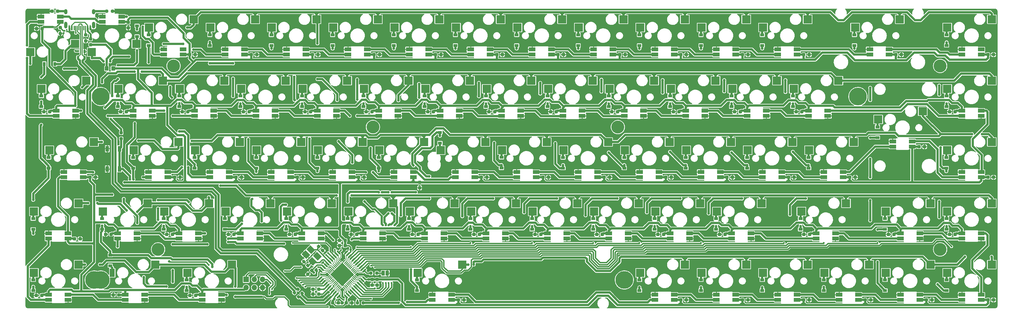
<source format=gbl>
G04 #@! TF.GenerationSoftware,KiCad,Pcbnew,(6.0.10)*
G04 #@! TF.CreationDate,2023-02-16T19:15:59+01:00*
G04 #@! TF.ProjectId,kuro65,6b75726f-3635-42e6-9b69-6361645f7063,rev?*
G04 #@! TF.SameCoordinates,Original*
G04 #@! TF.FileFunction,Copper,L2,Bot*
G04 #@! TF.FilePolarity,Positive*
%FSLAX46Y46*%
G04 Gerber Fmt 4.6, Leading zero omitted, Abs format (unit mm)*
G04 Created by KiCad (PCBNEW (6.0.10)) date 2023-02-16 19:15:59*
%MOMM*%
%LPD*%
G01*
G04 APERTURE LIST*
G04 Aperture macros list*
%AMRoundRect*
0 Rectangle with rounded corners*
0 $1 Rounding radius*
0 $2 $3 $4 $5 $6 $7 $8 $9 X,Y pos of 4 corners*
0 Add a 4 corners polygon primitive as box body*
4,1,4,$2,$3,$4,$5,$6,$7,$8,$9,$2,$3,0*
0 Add four circle primitives for the rounded corners*
1,1,$1+$1,$2,$3*
1,1,$1+$1,$4,$5*
1,1,$1+$1,$6,$7*
1,1,$1+$1,$8,$9*
0 Add four rect primitives between the rounded corners*
20,1,$1+$1,$2,$3,$4,$5,0*
20,1,$1+$1,$4,$5,$6,$7,0*
20,1,$1+$1,$6,$7,$8,$9,0*
20,1,$1+$1,$8,$9,$2,$3,0*%
%AMRotRect*
0 Rectangle, with rotation*
0 The origin of the aperture is its center*
0 $1 length*
0 $2 width*
0 $3 Rotation angle, in degrees counterclockwise*
0 Add horizontal line*
21,1,$1,$2,0,0,$3*%
G04 Aperture macros list end*
G04 #@! TA.AperFunction,SMDPad,CuDef*
%ADD10R,2.550000X2.500000*%
G04 #@! TD*
G04 #@! TA.AperFunction,SMDPad,CuDef*
%ADD11R,1.590000X2.500000*%
G04 #@! TD*
G04 #@! TA.AperFunction,SMDPad,CuDef*
%ADD12R,2.000000X1.200000*%
G04 #@! TD*
G04 #@! TA.AperFunction,ComponentPad*
%ADD13C,5.500000*%
G04 #@! TD*
G04 #@! TA.AperFunction,ComponentPad*
%ADD14C,4.000000*%
G04 #@! TD*
G04 #@! TA.AperFunction,SMDPad,CuDef*
%ADD15R,0.600000X1.450000*%
G04 #@! TD*
G04 #@! TA.AperFunction,SMDPad,CuDef*
%ADD16R,0.300000X1.450000*%
G04 #@! TD*
G04 #@! TA.AperFunction,ComponentPad*
%ADD17O,1.000000X2.100000*%
G04 #@! TD*
G04 #@! TA.AperFunction,ComponentPad*
%ADD18O,1.000000X1.600000*%
G04 #@! TD*
G04 #@! TA.AperFunction,SMDPad,CuDef*
%ADD19RoundRect,0.237500X0.300000X0.237500X-0.300000X0.237500X-0.300000X-0.237500X0.300000X-0.237500X0*%
G04 #@! TD*
G04 #@! TA.AperFunction,SMDPad,CuDef*
%ADD20RoundRect,0.237500X-0.300000X-0.237500X0.300000X-0.237500X0.300000X0.237500X-0.300000X0.237500X0*%
G04 #@! TD*
G04 #@! TA.AperFunction,SMDPad,CuDef*
%ADD21RoundRect,0.237500X0.044194X0.380070X-0.380070X-0.044194X-0.044194X-0.380070X0.380070X0.044194X0*%
G04 #@! TD*
G04 #@! TA.AperFunction,SMDPad,CuDef*
%ADD22R,1.000000X1.500000*%
G04 #@! TD*
G04 #@! TA.AperFunction,SMDPad,CuDef*
%ADD23RoundRect,0.237500X0.237500X-0.250000X0.237500X0.250000X-0.237500X0.250000X-0.237500X-0.250000X0*%
G04 #@! TD*
G04 #@! TA.AperFunction,SMDPad,CuDef*
%ADD24RoundRect,0.237500X-0.237500X0.250000X-0.237500X-0.250000X0.237500X-0.250000X0.237500X0.250000X0*%
G04 #@! TD*
G04 #@! TA.AperFunction,SMDPad,CuDef*
%ADD25RoundRect,0.237500X0.250000X0.237500X-0.250000X0.237500X-0.250000X-0.237500X0.250000X-0.237500X0*%
G04 #@! TD*
G04 #@! TA.AperFunction,SMDPad,CuDef*
%ADD26RoundRect,0.062500X-0.291682X-0.380070X0.380070X0.291682X0.291682X0.380070X-0.380070X-0.291682X0*%
G04 #@! TD*
G04 #@! TA.AperFunction,SMDPad,CuDef*
%ADD27RoundRect,0.062500X0.291682X-0.380070X0.380070X-0.291682X-0.291682X0.380070X-0.380070X0.291682X0*%
G04 #@! TD*
G04 #@! TA.AperFunction,ComponentPad*
%ADD28C,0.500000*%
G04 #@! TD*
G04 #@! TA.AperFunction,SMDPad,CuDef*
%ADD29RotRect,5.200000X5.200000X45.000000*%
G04 #@! TD*
G04 #@! TA.AperFunction,SMDPad,CuDef*
%ADD30RoundRect,0.237500X0.344715X-0.008839X-0.008839X0.344715X-0.344715X0.008839X0.008839X-0.344715X0*%
G04 #@! TD*
G04 #@! TA.AperFunction,SMDPad,CuDef*
%ADD31RoundRect,0.237500X-0.237500X0.300000X-0.237500X-0.300000X0.237500X-0.300000X0.237500X0.300000X0*%
G04 #@! TD*
G04 #@! TA.AperFunction,SMDPad,CuDef*
%ADD32RoundRect,0.237500X-0.380070X0.044194X0.044194X-0.380070X0.380070X-0.044194X-0.044194X0.380070X0*%
G04 #@! TD*
G04 #@! TA.AperFunction,SMDPad,CuDef*
%ADD33RoundRect,0.237500X0.380070X-0.044194X-0.044194X0.380070X-0.380070X0.044194X0.044194X-0.380070X0*%
G04 #@! TD*
G04 #@! TA.AperFunction,SMDPad,CuDef*
%ADD34RotRect,2.100000X1.725000X315.000000*%
G04 #@! TD*
G04 #@! TA.AperFunction,ComponentPad*
%ADD35R,1.700000X1.700000*%
G04 #@! TD*
G04 #@! TA.AperFunction,ComponentPad*
%ADD36O,1.700000X1.700000*%
G04 #@! TD*
G04 #@! TA.AperFunction,SMDPad,CuDef*
%ADD37R,1.000000X1.700000*%
G04 #@! TD*
G04 #@! TA.AperFunction,SMDPad,CuDef*
%ADD38R,0.900000X1.200000*%
G04 #@! TD*
G04 #@! TA.AperFunction,SMDPad,CuDef*
%ADD39R,1.200000X0.900000*%
G04 #@! TD*
G04 #@! TA.AperFunction,SMDPad,CuDef*
%ADD40RoundRect,0.137500X-0.327037X-0.521491X0.521491X0.327037X0.327037X0.521491X-0.521491X-0.327037X0*%
G04 #@! TD*
G04 #@! TA.AperFunction,SMDPad,CuDef*
%ADD41RoundRect,0.137500X0.327037X-0.521491X0.521491X-0.327037X-0.327037X0.521491X-0.521491X0.327037X0*%
G04 #@! TD*
G04 #@! TA.AperFunction,SMDPad,CuDef*
%ADD42R,0.700000X1.000000*%
G04 #@! TD*
G04 #@! TA.AperFunction,SMDPad,CuDef*
%ADD43R,0.700000X0.600000*%
G04 #@! TD*
G04 #@! TA.AperFunction,SMDPad,CuDef*
%ADD44RoundRect,0.250000X-0.350000X-0.450000X0.350000X-0.450000X0.350000X0.450000X-0.350000X0.450000X0*%
G04 #@! TD*
G04 #@! TA.AperFunction,SMDPad,CuDef*
%ADD45RoundRect,0.237500X0.237500X-0.287500X0.237500X0.287500X-0.237500X0.287500X-0.237500X-0.287500X0*%
G04 #@! TD*
G04 #@! TA.AperFunction,ViaPad*
%ADD46C,0.800000*%
G04 #@! TD*
G04 #@! TA.AperFunction,ViaPad*
%ADD47C,0.600000*%
G04 #@! TD*
G04 #@! TA.AperFunction,Conductor*
%ADD48C,0.700000*%
G04 #@! TD*
G04 #@! TA.AperFunction,Conductor*
%ADD49C,0.400000*%
G04 #@! TD*
G04 #@! TA.AperFunction,Conductor*
%ADD50C,0.200000*%
G04 #@! TD*
G04 #@! TA.AperFunction,Conductor*
%ADD51C,0.600000*%
G04 #@! TD*
G04 #@! TA.AperFunction,Conductor*
%ADD52C,0.300000*%
G04 #@! TD*
G04 APERTURE END LIST*
D10*
X1710000Y-13680000D03*
X15560000Y-11140000D03*
X21433750Y-41620000D03*
X7583750Y-44160000D03*
X271465000Y-3520000D03*
X257615000Y-6060000D03*
X16671250Y-60670000D03*
X2821250Y-63210000D03*
X38102500Y-60670000D03*
X24252500Y-63210000D03*
X204790000Y-79720000D03*
X190940000Y-82260000D03*
X223840000Y-79720000D03*
X209990000Y-82260000D03*
X242890000Y-79720000D03*
X229040000Y-82260000D03*
X42865000Y-22570000D03*
X29015000Y-25110000D03*
X47627500Y-41620000D03*
X33777500Y-44160000D03*
X52390000Y-3520000D03*
X38540000Y-6060000D03*
X61915000Y-22570000D03*
X48065000Y-25110000D03*
X66677500Y-41620000D03*
X52827500Y-44160000D03*
X57152500Y-60670000D03*
X43302500Y-63210000D03*
X71440000Y-3520000D03*
X57590000Y-6060000D03*
X80965000Y-22570000D03*
X67115000Y-25110000D03*
X85727500Y-41620000D03*
X71877500Y-44160000D03*
X76202500Y-60670000D03*
X62352500Y-63210000D03*
X90490000Y-3520000D03*
X76640000Y-6060000D03*
X100015000Y-22570000D03*
X86165000Y-25110000D03*
X104777500Y-41620000D03*
X90927500Y-44160000D03*
X95252500Y-60670000D03*
X81402500Y-63210000D03*
X109540000Y-3520000D03*
X95690000Y-6060000D03*
X119065000Y-22570000D03*
X105215000Y-25110000D03*
X123827500Y-41620000D03*
X109977500Y-44160000D03*
X128590000Y-3520000D03*
X114740000Y-6060000D03*
X138115000Y-22570000D03*
X124265000Y-25110000D03*
X142877500Y-41620000D03*
X129027500Y-44160000D03*
X133352500Y-60670000D03*
X119502500Y-63210000D03*
X147640000Y-3520000D03*
X133790000Y-6060000D03*
X157165000Y-22570000D03*
X143315000Y-25110000D03*
X161927500Y-41620000D03*
X148077500Y-44160000D03*
X152402500Y-60670000D03*
X138552500Y-63210000D03*
X166690000Y-3520000D03*
X152840000Y-6060000D03*
X176215000Y-22570000D03*
X162365000Y-25110000D03*
X180977500Y-41620000D03*
X167127500Y-44160000D03*
X171452500Y-60670000D03*
X157602500Y-63210000D03*
X185740000Y-3520000D03*
X171890000Y-6060000D03*
X195265000Y-22570000D03*
X181415000Y-25110000D03*
X200027500Y-41620000D03*
X186177500Y-44160000D03*
X190502500Y-60670000D03*
X176652500Y-63210000D03*
X204790000Y-3520000D03*
X190940000Y-6060000D03*
X214315000Y-22570000D03*
X200465000Y-25110000D03*
X219077500Y-41620000D03*
X205227500Y-44160000D03*
X209552500Y-60670000D03*
X195702500Y-63210000D03*
X223840000Y-3520000D03*
X209990000Y-6060000D03*
X233365000Y-22570000D03*
X219515000Y-25110000D03*
X238127500Y-41620000D03*
X224277500Y-44160000D03*
X228602500Y-60670000D03*
X214752500Y-63210000D03*
X242890000Y-3520000D03*
X229040000Y-6060000D03*
X252415000Y-22570000D03*
X238565000Y-25110000D03*
X257177500Y-41620000D03*
X243327500Y-44160000D03*
X261940000Y-79720000D03*
X248090000Y-82260000D03*
X280990000Y-60670000D03*
X267140000Y-63210000D03*
X280990000Y-79720000D03*
X267140000Y-82260000D03*
X300040000Y-3520000D03*
X286190000Y-6060000D03*
X300040000Y-22570000D03*
X286190000Y-25110000D03*
X300040000Y-41620000D03*
X286190000Y-44160000D03*
X300040000Y-60670000D03*
X286190000Y-63210000D03*
X300040000Y-79720000D03*
X286190000Y-82260000D03*
X278608750Y-32095000D03*
X264758750Y-34635000D03*
X19052500Y-22570000D03*
X5202500Y-25110000D03*
X16671250Y-79720000D03*
X2821250Y-82260000D03*
X40483750Y-79720000D03*
D11*
X27113750Y-82260000D03*
D10*
X135733750Y-79720000D03*
X121883750Y-82260000D03*
X254796250Y-60670000D03*
X240946250Y-63210000D03*
X20760000Y-13680000D03*
X34610000Y-11140000D03*
X114302500Y-60670000D03*
X100452500Y-63210000D03*
X64296250Y-79720000D03*
X50446250Y-82260000D03*
D12*
X30050000Y-4320000D03*
X30050000Y-2720000D03*
X24050000Y-2720000D03*
X24050000Y-4320000D03*
X139587500Y-52580000D03*
X139587500Y-50980000D03*
X133587500Y-50980000D03*
X133587500Y-52580000D03*
D13*
X23500000Y-27500000D03*
D12*
X271700000Y-70030000D03*
X271700000Y-71630000D03*
X277700000Y-71630000D03*
X277700000Y-70030000D03*
X82437500Y-52580000D03*
X82437500Y-50980000D03*
X76437500Y-50980000D03*
X76437500Y-52580000D03*
X109775000Y-31930000D03*
X109775000Y-33530000D03*
X115775000Y-33530000D03*
X115775000Y-31930000D03*
X296750000Y-52580000D03*
X296750000Y-50980000D03*
X290750000Y-50980000D03*
X290750000Y-52580000D03*
X268175000Y-14480000D03*
X268175000Y-12880000D03*
X262175000Y-12880000D03*
X262175000Y-14480000D03*
X158637500Y-52580000D03*
X158637500Y-50980000D03*
X152637500Y-50980000D03*
X152637500Y-52580000D03*
D14*
X108000000Y-37000000D03*
D12*
X290750000Y-70030000D03*
X290750000Y-71630000D03*
X296750000Y-71630000D03*
X296750000Y-70030000D03*
X49100000Y-14480000D03*
X49100000Y-12880000D03*
X43100000Y-12880000D03*
X43100000Y-14480000D03*
X243125000Y-31930000D03*
X243125000Y-33530000D03*
X249125000Y-33530000D03*
X249125000Y-31930000D03*
X234837500Y-52580000D03*
X234837500Y-50980000D03*
X228837500Y-50980000D03*
X228837500Y-52580000D03*
X85962500Y-70030000D03*
X85962500Y-71630000D03*
X91962500Y-71630000D03*
X91962500Y-70030000D03*
X162162500Y-70030000D03*
X162162500Y-71630000D03*
X168162500Y-71630000D03*
X168162500Y-70030000D03*
X128825000Y-31930000D03*
X128825000Y-33530000D03*
X134825000Y-33530000D03*
X134825000Y-31930000D03*
X132443750Y-90680000D03*
X132443750Y-89080000D03*
X126443750Y-89080000D03*
X126443750Y-90680000D03*
X181212500Y-70030000D03*
X181212500Y-71630000D03*
X187212500Y-71630000D03*
X187212500Y-70030000D03*
X120537500Y-52580000D03*
X120537500Y-50980000D03*
X114537500Y-50980000D03*
X114537500Y-52580000D03*
X201500000Y-14480000D03*
X201500000Y-12880000D03*
X195500000Y-12880000D03*
X195500000Y-14480000D03*
X105012500Y-70030000D03*
X105012500Y-71630000D03*
X111012500Y-71630000D03*
X111012500Y-70030000D03*
X290750000Y-31930000D03*
X290750000Y-33530000D03*
X296750000Y-33530000D03*
X296750000Y-31930000D03*
X239600000Y-90680000D03*
X239600000Y-89080000D03*
X233600000Y-89080000D03*
X233600000Y-90680000D03*
X87200000Y-14480000D03*
X87200000Y-12880000D03*
X81200000Y-12880000D03*
X81200000Y-14480000D03*
X66912500Y-70030000D03*
X66912500Y-71630000D03*
X72912500Y-71630000D03*
X72912500Y-70030000D03*
X106250000Y-14480000D03*
X106250000Y-12880000D03*
X100250000Y-12880000D03*
X100250000Y-14480000D03*
X220550000Y-90680000D03*
X220550000Y-89080000D03*
X214550000Y-89080000D03*
X214550000Y-90680000D03*
D13*
X258500000Y-27500000D03*
D12*
X296750000Y-14480000D03*
X296750000Y-12880000D03*
X290750000Y-12880000D03*
X290750000Y-14480000D03*
X143112500Y-70030000D03*
X143112500Y-71630000D03*
X149112500Y-71630000D03*
X149112500Y-70030000D03*
X215787500Y-52580000D03*
X215787500Y-50980000D03*
X209787500Y-50980000D03*
X209787500Y-52580000D03*
X177687500Y-52580000D03*
X177687500Y-50980000D03*
X171687500Y-50980000D03*
X171687500Y-52580000D03*
X9762500Y-31930000D03*
X9762500Y-33530000D03*
X15762500Y-33530000D03*
X15762500Y-31930000D03*
X124062500Y-70030000D03*
X124062500Y-71630000D03*
X130062500Y-71630000D03*
X130062500Y-70030000D03*
X239600000Y-14480000D03*
X239600000Y-12880000D03*
X233600000Y-12880000D03*
X233600000Y-14480000D03*
X52625000Y-31930000D03*
X52625000Y-33530000D03*
X58625000Y-33530000D03*
X58625000Y-31930000D03*
X11000000Y-4320000D03*
X11000000Y-2720000D03*
X5000000Y-2720000D03*
X5000000Y-4320000D03*
X245506250Y-70030000D03*
X245506250Y-71630000D03*
X251506250Y-71630000D03*
X251506250Y-70030000D03*
D14*
X184000000Y-37000000D03*
D13*
X186000000Y-84500000D03*
D12*
X196737500Y-52580000D03*
X196737500Y-50980000D03*
X190737500Y-50980000D03*
X190737500Y-52580000D03*
X275318750Y-43055000D03*
X275318750Y-41455000D03*
X269318750Y-41455000D03*
X269318750Y-43055000D03*
X101487500Y-52580000D03*
X101487500Y-50980000D03*
X95487500Y-50980000D03*
X95487500Y-52580000D03*
D13*
X21500000Y-84500000D03*
D12*
X47862500Y-70030000D03*
X47862500Y-71630000D03*
X53862500Y-71630000D03*
X53862500Y-70030000D03*
D14*
X284000000Y-75000000D03*
D12*
X7381250Y-89080000D03*
X7381250Y-90680000D03*
X13381250Y-90680000D03*
X13381250Y-89080000D03*
X28812500Y-70030000D03*
X28812500Y-71630000D03*
X34812500Y-71630000D03*
X34812500Y-70030000D03*
X182450000Y-14480000D03*
X182450000Y-12880000D03*
X176450000Y-12880000D03*
X176450000Y-14480000D03*
X296750000Y-90680000D03*
X296750000Y-89080000D03*
X290750000Y-89080000D03*
X290750000Y-90680000D03*
X144350000Y-14480000D03*
X144350000Y-12880000D03*
X138350000Y-12880000D03*
X138350000Y-14480000D03*
X219312500Y-70030000D03*
X219312500Y-71630000D03*
X225312500Y-71630000D03*
X225312500Y-70030000D03*
X147875000Y-31930000D03*
X147875000Y-33530000D03*
X153875000Y-33530000D03*
X153875000Y-31930000D03*
X163400000Y-14480000D03*
X163400000Y-12880000D03*
X157400000Y-12880000D03*
X157400000Y-14480000D03*
D14*
X41350000Y-75000000D03*
D12*
X55006250Y-89080000D03*
X55006250Y-90680000D03*
X61006250Y-90680000D03*
X61006250Y-89080000D03*
X33575000Y-31930000D03*
X33575000Y-33530000D03*
X39575000Y-33530000D03*
X39575000Y-31930000D03*
X125300000Y-14480000D03*
X125300000Y-12880000D03*
X119300000Y-12880000D03*
X119300000Y-14480000D03*
X18143750Y-52580000D03*
X18143750Y-50980000D03*
X12143750Y-50980000D03*
X12143750Y-52580000D03*
X90725000Y-31930000D03*
X90725000Y-33530000D03*
X96725000Y-33530000D03*
X96725000Y-31930000D03*
X224075000Y-31930000D03*
X224075000Y-33530000D03*
X230075000Y-33530000D03*
X230075000Y-31930000D03*
X31193750Y-89080000D03*
X31193750Y-90680000D03*
X37193750Y-90680000D03*
X37193750Y-89080000D03*
X185975000Y-31930000D03*
X185975000Y-33530000D03*
X191975000Y-33530000D03*
X191975000Y-31930000D03*
D14*
X46150000Y-18000000D03*
D12*
X253887500Y-52580000D03*
X253887500Y-50980000D03*
X247887500Y-50980000D03*
X247887500Y-52580000D03*
X258650000Y-90680000D03*
X258650000Y-89080000D03*
X252650000Y-89080000D03*
X252650000Y-90680000D03*
X205025000Y-31930000D03*
X205025000Y-33530000D03*
X211025000Y-33530000D03*
X211025000Y-31930000D03*
X68150000Y-14480000D03*
X68150000Y-12880000D03*
X62150000Y-12880000D03*
X62150000Y-14480000D03*
X277700000Y-90680000D03*
X277700000Y-89080000D03*
X271700000Y-89080000D03*
X271700000Y-90680000D03*
D13*
X23500000Y-84500000D03*
D12*
X71675000Y-31930000D03*
X71675000Y-33530000D03*
X77675000Y-33530000D03*
X77675000Y-31930000D03*
X166925000Y-31930000D03*
X166925000Y-33530000D03*
X172925000Y-33530000D03*
X172925000Y-31930000D03*
D14*
X284000000Y-18000000D03*
D12*
X44337500Y-52580000D03*
X44337500Y-50980000D03*
X38337500Y-50980000D03*
X38337500Y-52580000D03*
X13381250Y-71630000D03*
X13381250Y-70030000D03*
X7381250Y-70030000D03*
X7381250Y-71630000D03*
X220550000Y-14480000D03*
X220550000Y-12880000D03*
X214550000Y-12880000D03*
X214550000Y-14480000D03*
X63387500Y-52580000D03*
X63387500Y-50980000D03*
X57387500Y-50980000D03*
X57387500Y-52580000D03*
X201500000Y-90680000D03*
X201500000Y-89080000D03*
X195500000Y-89080000D03*
X195500000Y-90680000D03*
X200262500Y-70030000D03*
X200262500Y-71630000D03*
X206262500Y-71630000D03*
X206262500Y-70030000D03*
D15*
X13780000Y-6225000D03*
X14580000Y-6225000D03*
D16*
X15780000Y-6225000D03*
X16780000Y-6225000D03*
X17280000Y-6225000D03*
X18280000Y-6225000D03*
D15*
X19480000Y-6225000D03*
X20280000Y-6225000D03*
X20280000Y-6225000D03*
X19480000Y-6225000D03*
D16*
X18780000Y-6225000D03*
X17780000Y-6225000D03*
X16280000Y-6225000D03*
X15280000Y-6225000D03*
D15*
X14580000Y-6225000D03*
X13780000Y-6225000D03*
D17*
X12710000Y-5310000D03*
D18*
X12710000Y-1130000D03*
D17*
X21350000Y-5310000D03*
D18*
X21350000Y-1130000D03*
D19*
X99362500Y-73800000D03*
X97637500Y-73800000D03*
D20*
X99737500Y-91600000D03*
X101462500Y-91600000D03*
D21*
X89009880Y-81490120D03*
X87790120Y-82709880D03*
D22*
X111150000Y-82400000D03*
X112450000Y-82400000D03*
D23*
X18900000Y-10212500D03*
X18900000Y-8387500D03*
D24*
X29900000Y-38787500D03*
X29900000Y-40612500D03*
D25*
X109212500Y-82400000D03*
X107387500Y-82400000D03*
D26*
X97907798Y-86927736D03*
X97554245Y-86574182D03*
X97200691Y-86220629D03*
X96847138Y-85867076D03*
X96493585Y-85513522D03*
X96140031Y-85159969D03*
X95786478Y-84806415D03*
X95432924Y-84452862D03*
X95079371Y-84099309D03*
X94725818Y-83745755D03*
X94372264Y-83392202D03*
D27*
X94372264Y-82207798D03*
X94725818Y-81854245D03*
X95079371Y-81500691D03*
X95432924Y-81147138D03*
X95786478Y-80793585D03*
X96140031Y-80440031D03*
X96493585Y-80086478D03*
X96847138Y-79732924D03*
X97200691Y-79379371D03*
X97554245Y-79025818D03*
X97907798Y-78672264D03*
D26*
X99092202Y-78672264D03*
X99445755Y-79025818D03*
X99799309Y-79379371D03*
X100152862Y-79732924D03*
X100506415Y-80086478D03*
X100859969Y-80440031D03*
X101213522Y-80793585D03*
X101567076Y-81147138D03*
X101920629Y-81500691D03*
X102274182Y-81854245D03*
X102627736Y-82207798D03*
D27*
X102627736Y-83392202D03*
X102274182Y-83745755D03*
X101920629Y-84099309D03*
X101567076Y-84452862D03*
X101213522Y-84806415D03*
X100859969Y-85159969D03*
X100506415Y-85513522D03*
X100152862Y-85867076D03*
X99799309Y-86220629D03*
X99445755Y-86574182D03*
X99092202Y-86927736D03*
D28*
X97669150Y-81969150D03*
X100992551Y-83630850D03*
X98500000Y-86123402D03*
X98500000Y-81138299D03*
X99330850Y-85292551D03*
X100161701Y-82800000D03*
X101823402Y-82800000D03*
X96838299Y-81138299D03*
X99330850Y-80307449D03*
D29*
X98500000Y-82800000D03*
D28*
X98500000Y-82800000D03*
X95176598Y-82800000D03*
X97669150Y-80307449D03*
X97669150Y-85292551D03*
X99330850Y-83630850D03*
X98500000Y-84461701D03*
X99330850Y-81969150D03*
X96007449Y-81969150D03*
X100161701Y-84461701D03*
X96838299Y-82800000D03*
X96838299Y-84461701D03*
X98500000Y-79476598D03*
X97669150Y-83630850D03*
X100992551Y-81969150D03*
X96007449Y-83630850D03*
X100161701Y-81138299D03*
D30*
X84945235Y-89745235D03*
X83654765Y-88454765D03*
D31*
X107800000Y-84337500D03*
X107800000Y-86062500D03*
X109300000Y-84337500D03*
X109300000Y-86062500D03*
D32*
X91190120Y-74090120D03*
X92409880Y-75309880D03*
D33*
X87809880Y-80009880D03*
X86590120Y-78790120D03*
D19*
X91162500Y-87400000D03*
X89437500Y-87400000D03*
D34*
X88743674Y-75105717D03*
X90794283Y-77156326D03*
X89256326Y-78694283D03*
X87205717Y-76643674D03*
D35*
X68675000Y-84325000D03*
D36*
X68675000Y-86865000D03*
X71215000Y-84325000D03*
X71215000Y-86865000D03*
X73755000Y-84325000D03*
X73755000Y-86865000D03*
D37*
X25600000Y-43725000D03*
X25600000Y-50025000D03*
X29400000Y-50025000D03*
X29400000Y-43725000D03*
D30*
X86045235Y-88645235D03*
X84754765Y-87354765D03*
D23*
X11000000Y-7912500D03*
X11000000Y-6087500D03*
D19*
X91162500Y-88900000D03*
X89437500Y-88900000D03*
D20*
X95537500Y-91600000D03*
X97262500Y-91600000D03*
D19*
X99362500Y-72200000D03*
X97637500Y-72200000D03*
D38*
X9350000Y-17400000D03*
X6050000Y-17400000D03*
D39*
X5100000Y-27350000D03*
X5100000Y-30650000D03*
X7400000Y-46450000D03*
X7400000Y-49750000D03*
X2600000Y-65450000D03*
X2600000Y-68750000D03*
X2600000Y-84450000D03*
X2600000Y-87750000D03*
X34800000Y-8850000D03*
X34800000Y-5550000D03*
X28900000Y-27350000D03*
X28900000Y-30650000D03*
X33600000Y-46450000D03*
X33600000Y-49750000D03*
X24000000Y-65450000D03*
X24000000Y-68750000D03*
X26500000Y-80050000D03*
X26500000Y-76750000D03*
X38400000Y-8350000D03*
X38400000Y-11650000D03*
X47900000Y-27350000D03*
X47900000Y-30650000D03*
X52700000Y-46450000D03*
X52700000Y-49750000D03*
X43100000Y-65450000D03*
X43100000Y-68750000D03*
X50200000Y-84450000D03*
X50200000Y-87750000D03*
X57400000Y-8350000D03*
X57400000Y-11650000D03*
X66900000Y-27350000D03*
X66900000Y-30650000D03*
X71800000Y-46450000D03*
X71800000Y-49750000D03*
X62100000Y-65450000D03*
X62100000Y-68750000D03*
X76500000Y-8350000D03*
X76500000Y-11650000D03*
X86000000Y-27350000D03*
X86000000Y-30650000D03*
X90800000Y-46450000D03*
X90800000Y-49750000D03*
X81100000Y-65450000D03*
X81100000Y-68750000D03*
X95500000Y-8350000D03*
X95500000Y-11650000D03*
X105100000Y-27350000D03*
X105100000Y-30650000D03*
X109800000Y-46450000D03*
X109800000Y-49750000D03*
X100200000Y-65450000D03*
X100200000Y-68750000D03*
X114500000Y-8350000D03*
X114500000Y-11650000D03*
X124000000Y-27350000D03*
X124000000Y-30650000D03*
X128800000Y-41950000D03*
X128800000Y-38650000D03*
X119200000Y-65450000D03*
X119200000Y-68750000D03*
X121700000Y-84450000D03*
X121700000Y-87750000D03*
X133600000Y-8350000D03*
X133600000Y-11650000D03*
X143100000Y-27350000D03*
X143100000Y-30650000D03*
X147900000Y-46400000D03*
X147900000Y-49700000D03*
X138300000Y-65450000D03*
X138300000Y-68750000D03*
X152600000Y-8350000D03*
X152600000Y-11650000D03*
X162200000Y-27350000D03*
X162200000Y-30650000D03*
X167000000Y-46450000D03*
X167000000Y-49750000D03*
X157400000Y-65450000D03*
X157400000Y-68750000D03*
X171700000Y-8350000D03*
X171700000Y-11650000D03*
X181200000Y-27350000D03*
X181200000Y-30650000D03*
X186000000Y-46450000D03*
X186000000Y-49750000D03*
X176400000Y-65450000D03*
X176400000Y-68750000D03*
X190700000Y-8350000D03*
X190700000Y-11650000D03*
X200200000Y-27350000D03*
X200200000Y-30650000D03*
X205100000Y-46450000D03*
X205100000Y-49750000D03*
X195400000Y-65450000D03*
X195400000Y-68750000D03*
X190700000Y-84450000D03*
X190700000Y-87750000D03*
X209800000Y-8350000D03*
X209800000Y-11650000D03*
X219300000Y-27350000D03*
X219300000Y-30650000D03*
X224100000Y-46450000D03*
X224100000Y-49750000D03*
X214500000Y-65450000D03*
X214500000Y-68750000D03*
X209800000Y-84450000D03*
X209800000Y-87750000D03*
X228800000Y-8350000D03*
X228800000Y-11650000D03*
X238300000Y-27350000D03*
X238300000Y-30650000D03*
X243200000Y-46450000D03*
X243200000Y-49750000D03*
X240700000Y-65450000D03*
X240700000Y-68750000D03*
X228800000Y-84450000D03*
X228800000Y-87750000D03*
X247900000Y-84450000D03*
X247900000Y-87750000D03*
X257400000Y-8350000D03*
X257400000Y-11650000D03*
X264540000Y-36950000D03*
X264540000Y-40250000D03*
X266900000Y-65450000D03*
X266900000Y-68750000D03*
X266900000Y-84450000D03*
X266900000Y-87750000D03*
X286000000Y-8350000D03*
X286000000Y-11650000D03*
X286000000Y-27350000D03*
X286000000Y-30650000D03*
X285900000Y-46450000D03*
X285900000Y-49750000D03*
X286000000Y-65450000D03*
X286000000Y-68750000D03*
X286000000Y-84450000D03*
X286000000Y-87750000D03*
D20*
X103537500Y-52600000D03*
X105262500Y-52600000D03*
D19*
X29162500Y-89100000D03*
X27437500Y-89100000D03*
X243462500Y-70300000D03*
X241737500Y-70300000D03*
X50562500Y-32200000D03*
X48837500Y-32200000D03*
D40*
X97324435Y-89632419D03*
X96758750Y-89066734D03*
X96193064Y-88501048D03*
X95627379Y-87935363D03*
X95061693Y-87369678D03*
X94496008Y-86803992D03*
X93930322Y-86238307D03*
X93364637Y-85672621D03*
X92798952Y-85106936D03*
X92233266Y-84541250D03*
X91667581Y-83975565D03*
D41*
X91667581Y-81624435D03*
X92233266Y-81058750D03*
X92798952Y-80493064D03*
X93364637Y-79927379D03*
X93930322Y-79361693D03*
X94496008Y-78796008D03*
X95061693Y-78230322D03*
X95627379Y-77664637D03*
X96193064Y-77098952D03*
X96758750Y-76533266D03*
X97324435Y-75967581D03*
D40*
X99675565Y-75967581D03*
X100241250Y-76533266D03*
X100806936Y-77098952D03*
X101372621Y-77664637D03*
X101938307Y-78230322D03*
X102503992Y-78796008D03*
X103069678Y-79361693D03*
X103635363Y-79927379D03*
X104201048Y-80493064D03*
X104766734Y-81058750D03*
X105332419Y-81624435D03*
D41*
X105332419Y-83975565D03*
X104766734Y-84541250D03*
X104201048Y-85106936D03*
X103635363Y-85672621D03*
X103069678Y-86238307D03*
X102503992Y-86803992D03*
X101938307Y-87369678D03*
X101372621Y-87935363D03*
X100806936Y-88501048D03*
X100241250Y-89066734D03*
X99675565Y-89632419D03*
D20*
X198837500Y-52600000D03*
X200562500Y-52600000D03*
X222637500Y-14500000D03*
X224362500Y-14500000D03*
X70237500Y-14500000D03*
X71962500Y-14500000D03*
D19*
X217262500Y-70300000D03*
X215537500Y-70300000D03*
D20*
X184537500Y-14500000D03*
X186262500Y-14500000D03*
D19*
X160062500Y-70300000D03*
X158337500Y-70300000D03*
X241062500Y-32200000D03*
X239337500Y-32200000D03*
X269662500Y-70300000D03*
X267937500Y-70300000D03*
D20*
X89237500Y-14500000D03*
X90962500Y-14500000D03*
X298837500Y-52600000D03*
X300562500Y-52600000D03*
D25*
X27212500Y-1000000D03*
X25387500Y-1000000D03*
D19*
X26762500Y-70300000D03*
X25037500Y-70300000D03*
D20*
X134537500Y-90700000D03*
X136262500Y-90700000D03*
X260737500Y-90678875D03*
X262462500Y-90678875D03*
D31*
X32100000Y-4437500D03*
X32100000Y-6162500D03*
D19*
X221962500Y-32200000D03*
X220237500Y-32200000D03*
D20*
X65537500Y-52600000D03*
X67262500Y-52600000D03*
D19*
X288662500Y-70300000D03*
X286937500Y-70300000D03*
X102962500Y-70300000D03*
X101237500Y-70300000D03*
D20*
X279737500Y-90674901D03*
X281462500Y-90674901D03*
D19*
X69562500Y-32200000D03*
X67837500Y-32200000D03*
D20*
X270237500Y-14500000D03*
X271962500Y-14500000D03*
X51137500Y-14500000D03*
X52862500Y-14500000D03*
D19*
X107662500Y-32200000D03*
X105937500Y-32200000D03*
X202962500Y-32200000D03*
X201237500Y-32200000D03*
D20*
X15437500Y-71700000D03*
X17162500Y-71700000D03*
D19*
X5262500Y-89300000D03*
X3537500Y-89300000D03*
D20*
X217837500Y-52600000D03*
X219562500Y-52600000D03*
D19*
X126762500Y-32200000D03*
X125037500Y-32200000D03*
X183862500Y-32200000D03*
X182137500Y-32200000D03*
D42*
X18500000Y-13550000D03*
D43*
X18500000Y-15250000D03*
X16500000Y-15250000D03*
X16500000Y-13350000D03*
D19*
X121962500Y-70300000D03*
X120237500Y-70300000D03*
D20*
X241637500Y-90683110D03*
X243362500Y-90683110D03*
X203537500Y-14500000D03*
X205262500Y-14500000D03*
X222637500Y-90700000D03*
X224362500Y-90700000D03*
D31*
X122500000Y-54137500D03*
X122500000Y-55862500D03*
D19*
X7662500Y-32200000D03*
X5937500Y-32200000D03*
D20*
X127400000Y-14500000D03*
X129125000Y-14500000D03*
X298837500Y-90682168D03*
X300562500Y-90682168D03*
D19*
X10162500Y-1000000D03*
X8437500Y-1000000D03*
X83862500Y-70300000D03*
X82137500Y-70300000D03*
D20*
X146437500Y-14500000D03*
X148162500Y-14500000D03*
X165437500Y-14500000D03*
X167162500Y-14500000D03*
X84537500Y-52600000D03*
X86262500Y-52600000D03*
D19*
X88662500Y-32200000D03*
X86937500Y-32200000D03*
D20*
X298837500Y-14500000D03*
X300562500Y-14500000D03*
D19*
X141062500Y-70300000D03*
X139337500Y-70300000D03*
D20*
X236937500Y-52600000D03*
X238662500Y-52600000D03*
D19*
X52962500Y-89300000D03*
X51237500Y-89300000D03*
D25*
X105012500Y-91600000D03*
X103187500Y-91600000D03*
D20*
X20237500Y-52600000D03*
X21962500Y-52600000D03*
X203537500Y-90685574D03*
X205262500Y-90685574D03*
D19*
X198162500Y-70300000D03*
X196437500Y-70300000D03*
D20*
X179737500Y-52600000D03*
X181462500Y-52600000D03*
D19*
X164862500Y-32200000D03*
X163137500Y-32200000D03*
X31462500Y-32200000D03*
X29737500Y-32200000D03*
X288662500Y-32200000D03*
X286937500Y-32200000D03*
D44*
X25400000Y-18800000D03*
X27400000Y-18800000D03*
D20*
X141637500Y-52600000D03*
X143362500Y-52600000D03*
X46437500Y-52600000D03*
X48162500Y-52600000D03*
X255937500Y-52600000D03*
X257662500Y-52600000D03*
D19*
X64862500Y-70300000D03*
X63137500Y-70300000D03*
D20*
X277437500Y-43100000D03*
X279162500Y-43100000D03*
D45*
X20400000Y-11375000D03*
X20400000Y-9625000D03*
D20*
X108337500Y-14500000D03*
X110062500Y-14500000D03*
D19*
X145762500Y-32200000D03*
X144037500Y-32200000D03*
D20*
X160737500Y-52600000D03*
X162462500Y-52600000D03*
D19*
X179162500Y-70300000D03*
X177437500Y-70300000D03*
X5362500Y-6400000D03*
X3637500Y-6400000D03*
X45762500Y-70300000D03*
X44037500Y-70300000D03*
D20*
X241637500Y-14500000D03*
X243362500Y-14500000D03*
D46*
X96000000Y-90300000D03*
X89700000Y-82200000D03*
X30900000Y-54200000D03*
X106600000Y-84300000D03*
X27100000Y-58000000D03*
D47*
X92768629Y-87400000D03*
D46*
X101100000Y-75100000D03*
X24900000Y-31000000D03*
X26700000Y-34500000D03*
X15700000Y-30400000D03*
D47*
X243600000Y-18500000D03*
X296200000Y-72700000D03*
X82500000Y-60500000D03*
X246300000Y-51500000D03*
X277100000Y-48000000D03*
X49300000Y-89300000D03*
X257300000Y-76100000D03*
X93400000Y-74500000D03*
X220800000Y-52100000D03*
X148300000Y-18500000D03*
X68500000Y-52000000D03*
X29100000Y-79900000D03*
X19500000Y-65300000D03*
X41400000Y-12400000D03*
X301100000Y-53900000D03*
X216100000Y-69200000D03*
X213600000Y-70200000D03*
X17500000Y-37000000D03*
X175400000Y-69800000D03*
X136700000Y-13100000D03*
X44600000Y-69200000D03*
X59300000Y-37000000D03*
X137200000Y-33600000D03*
X195800000Y-79400000D03*
X157300000Y-87000000D03*
X39600000Y-35700000D03*
X92800000Y-37000000D03*
X107700000Y-60200000D03*
X221200000Y-30700000D03*
X8783504Y-79512306D03*
X244600000Y-13900000D03*
X92700000Y-73900000D03*
X151000000Y-50500000D03*
X80100000Y-33500000D03*
X261800000Y-35300000D03*
X14800000Y-90200000D03*
X149300000Y-14900000D03*
X290600000Y-37000000D03*
X247000000Y-8700000D03*
X58200000Y-55200000D03*
X87800000Y-22400000D03*
X225500000Y-14100000D03*
X291600000Y-75100000D03*
X288600000Y-88900000D03*
X187400000Y-15100000D03*
X151000000Y-51400000D03*
X14400000Y-13400000D03*
X293200000Y-56200000D03*
X215000000Y-79500000D03*
X259200000Y-64000000D03*
X289100000Y-12400000D03*
X131900000Y-51400000D03*
X74200000Y-51000000D03*
X272600000Y-79600000D03*
X197700000Y-31600000D03*
X261800000Y-34400000D03*
X74500000Y-72000000D03*
X70900000Y-22000000D03*
X156700000Y-56200000D03*
X95100000Y-63700000D03*
X5800000Y-86700000D03*
X2900000Y-44600000D03*
X224500000Y-22300000D03*
X1700000Y-6400000D03*
X157800000Y-3100000D03*
X61200000Y-73700000D03*
X242300000Y-69200000D03*
X212700000Y-33100000D03*
X297300000Y-34800000D03*
X109300000Y-41900000D03*
X129300000Y-18500000D03*
X176700000Y-56200000D03*
X98600000Y-13300000D03*
X2400000Y-6900000D03*
X151300000Y-71600000D03*
X29600000Y-54200000D03*
X137100000Y-56200000D03*
X45000000Y-68500000D03*
X84700000Y-32300000D03*
X193900000Y-13300000D03*
X240500000Y-76100000D03*
X171600000Y-64100000D03*
X197800000Y-69100000D03*
X165300000Y-30700000D03*
X193600000Y-34000000D03*
X79400000Y-33100000D03*
X291200000Y-56200000D03*
X17500000Y-34200000D03*
X285000000Y-35500000D03*
X121700000Y-69200000D03*
X300700000Y-88900000D03*
X211800000Y-42000000D03*
X120900000Y-69200000D03*
X220700000Y-76100000D03*
X83800000Y-31700000D03*
X74900000Y-51400000D03*
X194600000Y-70200000D03*
X37200000Y-71500000D03*
X27700000Y-32100000D03*
X260300000Y-43500000D03*
X266800000Y-70600000D03*
X93900000Y-50500000D03*
X92900000Y-56200000D03*
X169300000Y-18500000D03*
X272400000Y-60500000D03*
X62700000Y-91100000D03*
X60500000Y-12200000D03*
X8800000Y-11500000D03*
X194300000Y-33500000D03*
X36800000Y-75000000D03*
X26900000Y-31100000D03*
X60300000Y-34000000D03*
X106700000Y-86400000D03*
X117400000Y-33200000D03*
X149000000Y-22300000D03*
X101700000Y-32100000D03*
X85700000Y-77900000D03*
X187100000Y-64100000D03*
X5800000Y-70400000D03*
X182000000Y-60900000D03*
X79400000Y-34000000D03*
X18300000Y-72100000D03*
X18300000Y-33300000D03*
X62100000Y-11600000D03*
D46*
X22700000Y-7000000D03*
D47*
X13500000Y-20000000D03*
X141700000Y-32400000D03*
X233400000Y-56200000D03*
X36500000Y-71100000D03*
X56500000Y-58000000D03*
X74900000Y-50500000D03*
X128900000Y-22200000D03*
X14900000Y-17700000D03*
X279800000Y-36600000D03*
X193900000Y-12400000D03*
X61900000Y-69800000D03*
X174800000Y-12300000D03*
X130300000Y-18500000D03*
X79400000Y-37000000D03*
X93800000Y-37000000D03*
X39200000Y-63700000D03*
X285000000Y-31700000D03*
X283500000Y-36900000D03*
X155600000Y-70200000D03*
X19000000Y-71600000D03*
X300200000Y-53900000D03*
X24600000Y-71400000D03*
X26200000Y-22900000D03*
X214400000Y-70700000D03*
X87800000Y-18500000D03*
X74100000Y-14900000D03*
X48500000Y-58000000D03*
X282600000Y-90300000D03*
X300600000Y-15700000D03*
X231800000Y-34000000D03*
X22000000Y-17200000D03*
X116400000Y-42100000D03*
X187400000Y-14200000D03*
X300600000Y-13300000D03*
X244400000Y-90200000D03*
X273500000Y-50000000D03*
X140700000Y-69100000D03*
X11100000Y-8900000D03*
X135200000Y-41800000D03*
X88300000Y-88200000D03*
X155800000Y-13200000D03*
X93700000Y-82800000D03*
X240500000Y-69800000D03*
X234600000Y-3500000D03*
X86800000Y-22400000D03*
X5100000Y-69900000D03*
X13500000Y-17700000D03*
X274100000Y-14000000D03*
X82700000Y-69000000D03*
X272200000Y-19500000D03*
X287000000Y-34500000D03*
X112100000Y-14800000D03*
X87400000Y-88700000D03*
X137300000Y-69700000D03*
X296700000Y-73400000D03*
X300900000Y-1100000D03*
X117300000Y-82700000D03*
X53100000Y-22100000D03*
X103200000Y-60500000D03*
X212900000Y-13300000D03*
X188400000Y-18500000D03*
X114700000Y-89400000D03*
X225500000Y-18500000D03*
X87300000Y-81700000D03*
X285000000Y-36500000D03*
X281300000Y-38000000D03*
X77600000Y-83600000D03*
X291600000Y-37000000D03*
X244400000Y-91100000D03*
X31400000Y-58000000D03*
X43300000Y-83000000D03*
X289100000Y-13200000D03*
X226700000Y-72000000D03*
X212900000Y-12300000D03*
X188400000Y-50900000D03*
X61100000Y-70200000D03*
X155100000Y-12800000D03*
X110300000Y-22200000D03*
D46*
X22600000Y-2400000D03*
D47*
X63300000Y-45100000D03*
X208200000Y-50500000D03*
X277100000Y-50000000D03*
X194600000Y-37000000D03*
X261800000Y-36300000D03*
X15800000Y-8700000D03*
X131200000Y-14900000D03*
X127654372Y-80044524D03*
X13500000Y-41100000D03*
X150300000Y-51000000D03*
X22000000Y-53900000D03*
X79100000Y-80400000D03*
X15500000Y-90700000D03*
X86100000Y-60500000D03*
X259200000Y-62000000D03*
X38900000Y-91000000D03*
X87700000Y-30800000D03*
X206300000Y-91100000D03*
X242500000Y-76100000D03*
X10100000Y-13800000D03*
X264300000Y-64000000D03*
X195200000Y-56200000D03*
X192600000Y-37000000D03*
X136500000Y-37000000D03*
X155500000Y-33100000D03*
X155700000Y-56200000D03*
X55100000Y-51000000D03*
X222400000Y-30700000D03*
X79600000Y-12400000D03*
X281000000Y-87100000D03*
X214500000Y-56200000D03*
X273200000Y-14000000D03*
X121700000Y-89700000D03*
X300300000Y-69300000D03*
X40000000Y-35000000D03*
X175700000Y-56200000D03*
X91800000Y-41100000D03*
X81700000Y-83200000D03*
X110200000Y-86600000D03*
X2400000Y-5800000D03*
X273200000Y-26100000D03*
X279100000Y-72000000D03*
X30500000Y-30800000D03*
X230700000Y-41900000D03*
X36700000Y-51300000D03*
X245000000Y-22700000D03*
X291500000Y-60400000D03*
X48800000Y-51600000D03*
X174600000Y-34100000D03*
X263500000Y-90300000D03*
X59800000Y-12600000D03*
X262500000Y-3300000D03*
X23400000Y-76500000D03*
X252900000Y-71100000D03*
X103200000Y-32100000D03*
X72900000Y-18500000D03*
X240700000Y-53000000D03*
X188600000Y-72100000D03*
X28900000Y-57600000D03*
X113100000Y-37000000D03*
X231300000Y-12800000D03*
X110200000Y-85400000D03*
X2400000Y-89600000D03*
X289300000Y-88500000D03*
X271200000Y-19500000D03*
X85800000Y-79600000D03*
X98400000Y-33200000D03*
X239900000Y-52100000D03*
X213500000Y-56200000D03*
X176700000Y-3300000D03*
X150200000Y-14900000D03*
X81400000Y-3200000D03*
X195300000Y-69800000D03*
X42400000Y-83000000D03*
X98600000Y-12400000D03*
X136700000Y-12300000D03*
X2900000Y-45600000D03*
X212200000Y-12800000D03*
X131900000Y-50500000D03*
X168300000Y-18500000D03*
X207400000Y-18500000D03*
X102700000Y-69100000D03*
X251000000Y-800000D03*
X101600000Y-55800000D03*
X285800000Y-69900000D03*
X82300000Y-83800000D03*
X27500000Y-56200000D03*
X174600000Y-33200000D03*
X205400000Y-18500000D03*
X66800000Y-60000000D03*
X280500000Y-43500000D03*
X25700000Y-89800000D03*
X136500000Y-33200000D03*
X139900000Y-69100000D03*
X41500000Y-83000000D03*
X287000000Y-36500000D03*
X31700000Y-30800000D03*
X72900000Y-22000000D03*
X117700000Y-12300000D03*
X273500000Y-49000000D03*
X21900000Y-32800000D03*
X178800000Y-69200000D03*
X284200000Y-32100000D03*
X112900000Y-51400000D03*
X35900000Y-50800000D03*
X266100000Y-70200000D03*
X230800000Y-37000000D03*
X206400000Y-15100000D03*
X300700000Y-54600000D03*
X55400000Y-72100000D03*
X98400000Y-34100000D03*
X160900000Y-32400000D03*
X62700000Y-90100000D03*
X10600000Y-50500000D03*
X117400000Y-37000000D03*
X208400000Y-71600000D03*
X100400000Y-37000000D03*
X92500000Y-79100000D03*
X80200000Y-69900000D03*
X102400000Y-92500000D03*
X55400000Y-71200000D03*
X28800000Y-13200000D03*
X292700000Y-18100000D03*
X99300000Y-70300000D03*
X41400000Y-13300000D03*
X249500000Y-42000000D03*
X87500000Y-52000000D03*
X83100000Y-59900000D03*
X3200000Y-2200000D03*
X250800000Y-34000000D03*
X150300000Y-18500000D03*
X117700000Y-13200000D03*
X95200000Y-18500000D03*
X203100000Y-30800000D03*
X36500000Y-72000000D03*
X100000000Y-70700000D03*
X59524197Y-42347156D03*
X169600000Y-71200000D03*
X215000000Y-3300000D03*
X201800000Y-53000000D03*
X224500000Y-18500000D03*
X74500000Y-74100000D03*
X226200000Y-91100000D03*
X245500000Y-13900000D03*
X290600000Y-75100000D03*
X132500000Y-71600000D03*
X155500000Y-37000000D03*
X221100000Y-61300000D03*
X175300000Y-33600000D03*
X7100000Y-60400000D03*
X183100000Y-30700000D03*
X271200000Y-26100000D03*
X76900000Y-82900000D03*
X250800000Y-33100000D03*
X26200000Y-89000000D03*
X169600000Y-72000000D03*
X106500000Y-52100000D03*
X259900000Y-36300000D03*
X26200000Y-21700000D03*
X15200000Y-56500000D03*
X216600000Y-31600000D03*
X160000000Y-31700000D03*
X288400000Y-12800000D03*
X163700000Y-53000000D03*
X252900000Y-72100000D03*
X164600000Y-53000000D03*
X101400000Y-37000000D03*
X179400000Y-85900000D03*
X211700000Y-37000000D03*
X260500000Y-13200000D03*
X159000000Y-69200000D03*
X83600000Y-69000000D03*
X45400000Y-69200000D03*
X281300000Y-43500000D03*
X39900000Y-43500000D03*
X163700000Y-52100000D03*
X58000000Y-73800000D03*
X75500000Y-56200000D03*
X38100000Y-1600000D03*
X84900000Y-79200000D03*
X280500000Y-42600000D03*
X169200000Y-15000000D03*
X133400000Y-63800000D03*
X82800000Y-90700000D03*
X293700000Y-18100000D03*
X287000000Y-35500000D03*
X18300000Y-25900000D03*
X35000000Y-75000000D03*
X61900000Y-70600000D03*
X197000000Y-69100000D03*
X208200000Y-51400000D03*
X60300000Y-33100000D03*
X212700000Y-34000000D03*
X26000000Y-36800000D03*
X201800000Y-30800000D03*
X202700000Y-53000000D03*
X59300000Y-55200000D03*
X137500000Y-37000000D03*
X96400000Y-73300000D03*
X98300000Y-91600000D03*
X96127598Y-69919097D03*
X232500000Y-33500000D03*
X84900000Y-78300000D03*
X30900000Y-5700000D03*
X50000000Y-89700000D03*
X108100000Y-30800000D03*
X88300000Y-87100000D03*
X245300000Y-91100000D03*
X47300000Y-74800000D03*
X15500000Y-37000000D03*
X131300000Y-18500000D03*
X93400000Y-72200000D03*
X25200000Y-89000000D03*
X22600000Y-55300000D03*
X280700000Y-34200000D03*
X112900000Y-50500000D03*
X63600000Y-90600000D03*
X206400000Y-18500000D03*
X92200000Y-14900000D03*
X46500000Y-32300000D03*
X78500000Y-85500000D03*
X162700000Y-48800000D03*
X207700000Y-72100000D03*
X150600000Y-72000000D03*
X284500000Y-68900000D03*
X10400000Y-74700000D03*
X205900000Y-82900000D03*
X40200000Y-38800000D03*
X75200000Y-71600000D03*
X174700000Y-70200000D03*
X47300000Y-75700000D03*
X164100000Y-30700000D03*
X276600000Y-8500000D03*
X263500000Y-91100000D03*
X278100000Y-76100000D03*
X274500000Y-56200000D03*
X73200000Y-14000000D03*
X118900000Y-70600000D03*
X83300000Y-91500000D03*
X174100000Y-12800000D03*
X25600000Y-48400000D03*
X79400000Y-69200000D03*
X99100000Y-33600000D03*
X278600000Y-8500000D03*
X188200000Y-15100000D03*
X268500000Y-69200000D03*
X251500000Y-33500000D03*
X53600000Y-55200000D03*
X16500000Y-37000000D03*
X61000000Y-33500000D03*
X100000000Y-69800000D03*
X253400000Y-56200000D03*
X202300000Y-61400000D03*
X213400000Y-33500000D03*
X260300000Y-41500000D03*
X74500000Y-71200000D03*
X179900000Y-32300000D03*
X240000000Y-30700000D03*
X294700000Y-18100000D03*
X179400000Y-85000000D03*
X55800000Y-51400000D03*
X163100000Y-60800000D03*
X187400000Y-18500000D03*
X60900000Y-56300000D03*
X226500000Y-51000000D03*
X87400000Y-87600000D03*
X225400000Y-90200000D03*
X192200000Y-41500000D03*
X123700000Y-55500000D03*
X64200000Y-31800000D03*
X168300000Y-14000000D03*
X146300000Y-30700000D03*
X17500000Y-33300000D03*
X250800000Y-37000000D03*
X19300000Y-11300000D03*
X296200000Y-34800000D03*
X259200000Y-63000000D03*
X127100000Y-30700000D03*
X19500000Y-15600000D03*
X193600000Y-37000000D03*
X61400000Y-85200000D03*
X26100000Y-51600000D03*
X106700000Y-85600000D03*
X291400000Y-41500000D03*
X51800000Y-55200000D03*
X25500000Y-71400000D03*
X78900000Y-12800000D03*
X193600000Y-33100000D03*
X28700000Y-66200000D03*
X83700000Y-59300000D03*
X25200000Y-22900000D03*
X196200000Y-56200000D03*
X38300000Y-63700000D03*
X3200000Y-3200000D03*
X189100000Y-50500000D03*
X111300000Y-14000000D03*
X262400000Y-82900000D03*
X220800000Y-53000000D03*
X292300000Y-3500000D03*
X5800000Y-69500000D03*
X159900000Y-69200000D03*
X105900000Y-85600000D03*
X19500000Y-67300000D03*
X251800000Y-37000000D03*
D46*
X24000000Y-8300000D03*
D47*
X73700000Y-56200000D03*
X70000000Y-80500000D03*
X68200000Y-80500000D03*
X110300000Y-18500000D03*
D46*
X6900000Y-1000000D03*
D47*
X19500000Y-66300000D03*
X73200000Y-14900000D03*
X246300000Y-60400000D03*
X217800000Y-32200000D03*
X82000000Y-45000000D03*
X30900000Y-6500000D03*
X174600000Y-37000000D03*
X184300000Y-30700000D03*
X227200000Y-51400000D03*
X101500000Y-92500000D03*
X155800000Y-12400000D03*
X300300000Y-89600000D03*
X283400000Y-91100000D03*
X279800000Y-71600000D03*
X222700000Y-76100000D03*
X18400000Y-76100000D03*
X70900000Y-18500000D03*
X97200000Y-18500000D03*
X91800000Y-37000000D03*
X169200000Y-50900000D03*
X280100000Y-76100000D03*
X226700000Y-71200000D03*
X207200000Y-15100000D03*
X87500000Y-53100000D03*
X36700000Y-50300000D03*
X149100000Y-64200000D03*
X267000000Y-41300000D03*
X30900000Y-22100000D03*
X55000000Y-14900000D03*
X124500000Y-56400000D03*
X62900000Y-3300000D03*
X111300000Y-18500000D03*
X71900000Y-22000000D03*
X4500000Y-86700000D03*
X34500000Y-58000000D03*
X93400000Y-71300000D03*
X118900000Y-69800000D03*
D46*
X28500000Y-1000000D03*
D47*
X264300000Y-62000000D03*
X282200000Y-35600000D03*
X273200000Y-14900000D03*
X122500000Y-32300000D03*
X31500000Y-55200000D03*
X186400000Y-18500000D03*
X155500000Y-34000000D03*
X157700000Y-56200000D03*
X172900000Y-41600000D03*
X47300000Y-76600000D03*
X82100000Y-79100000D03*
X32900000Y-22100000D03*
X45500000Y-31500000D03*
X251400000Y-56200000D03*
X79800000Y-81100000D03*
X289200000Y-50600000D03*
X182700000Y-53000000D03*
X193200000Y-12800000D03*
X31900000Y-22100000D03*
X7800000Y-22200000D03*
X118400000Y-37000000D03*
X26100000Y-53400000D03*
X232400000Y-63100000D03*
X58000000Y-69100000D03*
X65600000Y-32200000D03*
X79600000Y-85500000D03*
X58000000Y-70100000D03*
X25500000Y-40500000D03*
X289200000Y-69100000D03*
X85800000Y-22400000D03*
X100700000Y-55800000D03*
X56200000Y-71600000D03*
X112100000Y-50900000D03*
X288400000Y-69100000D03*
X60500000Y-13000000D03*
X93000000Y-14900000D03*
X273500000Y-48000000D03*
X51800000Y-58000000D03*
X91100000Y-56200000D03*
X78100000Y-41900000D03*
X150600000Y-71200000D03*
X10100000Y-14600000D03*
X135500000Y-37000000D03*
X156300000Y-70600000D03*
X233900000Y-79400000D03*
X24000000Y-38900000D03*
X137400000Y-91100000D03*
X117400000Y-34100000D03*
X99800000Y-55800000D03*
X55800000Y-50500000D03*
X206400000Y-14300000D03*
X156200000Y-33500000D03*
X130300000Y-13900000D03*
X137300000Y-70700000D03*
X288500000Y-51100000D03*
X285000000Y-34600000D03*
X215500000Y-56200000D03*
X281300000Y-63700000D03*
X282600000Y-91100000D03*
X274800000Y-900000D03*
X232400000Y-56200000D03*
X136600000Y-70200000D03*
X35900000Y-75000000D03*
X118100000Y-33600000D03*
X231800000Y-33100000D03*
X10600000Y-51400000D03*
X145600000Y-53000000D03*
X51100000Y-30700000D03*
X58000000Y-74800000D03*
X107400000Y-52900000D03*
X121200000Y-31600000D03*
X275500000Y-56200000D03*
X138000000Y-56200000D03*
X60300000Y-37000000D03*
X206300000Y-90200000D03*
X90900000Y-77600000D03*
X255300000Y-76100000D03*
X196100000Y-3300000D03*
X174700000Y-56200000D03*
X138200000Y-91100000D03*
X88500000Y-53100000D03*
X209600000Y-63900000D03*
X285000000Y-32600000D03*
X98500000Y-89300000D03*
X143900000Y-48500000D03*
X244600000Y-18500000D03*
X170300000Y-71600000D03*
X106900000Y-30800000D03*
X245600000Y-51000000D03*
X23400000Y-75600000D03*
X97900000Y-12800000D03*
X232000000Y-12300000D03*
X83800000Y-90700000D03*
X244600000Y-14900000D03*
D46*
X24000000Y-7000000D03*
D47*
X138800000Y-3300000D03*
X167300000Y-18500000D03*
X86800000Y-18500000D03*
X125700000Y-30700000D03*
X39600000Y-90600000D03*
X111300000Y-14800000D03*
X9900000Y-51000000D03*
X272200000Y-26100000D03*
X297200000Y-72700000D03*
X69400000Y-52600000D03*
X253500000Y-79600000D03*
X245600000Y-18500000D03*
X78400000Y-37000000D03*
X279100000Y-71200000D03*
X100500000Y-3200000D03*
X144700000Y-52100000D03*
X50000000Y-88900000D03*
X30200000Y-6100000D03*
X259900000Y-35300000D03*
X227200000Y-50500000D03*
X277100000Y-49000000D03*
X232000000Y-13300000D03*
X21200000Y-30000000D03*
X225400000Y-91100000D03*
X95700000Y-73700000D03*
X54100000Y-22100000D03*
X117000000Y-12800000D03*
X60300000Y-56900000D03*
X74600000Y-56200000D03*
X153500000Y-41500000D03*
X69100000Y-80500000D03*
X48800000Y-50700000D03*
X249800000Y-37000000D03*
X156400000Y-82400000D03*
X168300000Y-15000000D03*
X157300000Y-82400000D03*
X54100000Y-14900000D03*
X106000000Y-48200000D03*
X58400000Y-58900000D03*
X240500000Y-70600000D03*
X137400000Y-90200000D03*
X189100000Y-51400000D03*
X92200000Y-14000000D03*
X279400000Y-900000D03*
X277600000Y-8500000D03*
X269300000Y-69200000D03*
X80400000Y-37000000D03*
X189300000Y-71600000D03*
X20400000Y-17700000D03*
X227400000Y-71600000D03*
X39100000Y-35000000D03*
X225500000Y-15000000D03*
X174800000Y-13200000D03*
X48000000Y-51600000D03*
X78000000Y-70600000D03*
X88300000Y-89200000D03*
X273200000Y-19500000D03*
X183600000Y-53000000D03*
X249000000Y-8700000D03*
X292100000Y-22500000D03*
X296800000Y-35500000D03*
X231800000Y-37000000D03*
X292200000Y-56200000D03*
X232800000Y-37000000D03*
X16000000Y-17700000D03*
X225700000Y-82900000D03*
X24400000Y-59400000D03*
X264300000Y-63000000D03*
X244700000Y-82600000D03*
X216900000Y-69200000D03*
X207700000Y-71200000D03*
X92000000Y-56200000D03*
X156300000Y-69800000D03*
X241400000Y-30700000D03*
X118200000Y-70200000D03*
X255600000Y-800000D03*
X167800000Y-22300000D03*
X23300000Y-19700000D03*
X188600000Y-71100000D03*
X2400000Y-88800000D03*
X131700000Y-72100000D03*
X179200000Y-31600000D03*
X213700000Y-37000000D03*
X14587500Y-7987500D03*
X18500000Y-12300000D03*
X38900000Y-90200000D03*
X86500000Y-81400000D03*
X186500000Y-22200000D03*
X96400000Y-74200000D03*
X77158951Y-69748588D03*
X179400000Y-84100000D03*
X236900000Y-32300000D03*
X246300000Y-50500000D03*
X106500000Y-52900000D03*
X267700000Y-41700000D03*
X301100000Y-89600000D03*
X44700000Y-48100000D03*
X259700000Y-52600000D03*
X136500000Y-34100000D03*
X102400000Y-37000000D03*
X241500000Y-76100000D03*
X154500000Y-37000000D03*
X239600000Y-70600000D03*
X71900000Y-18500000D03*
X226500000Y-18500000D03*
X243200000Y-69200000D03*
X79600000Y-13300000D03*
X14600000Y-9100000D03*
X89000000Y-30700000D03*
X40700000Y-12800000D03*
X289200000Y-51500000D03*
X234400000Y-63100000D03*
X14900000Y-20000000D03*
X234400000Y-56200000D03*
X53600000Y-58000000D03*
X114100000Y-37000000D03*
X123700000Y-56400000D03*
X259000000Y-53100000D03*
X112100000Y-37000000D03*
X252400000Y-56200000D03*
X155500000Y-87000000D03*
X70200000Y-30800000D03*
X144700000Y-53000000D03*
X149300000Y-14000000D03*
X77800000Y-64100000D03*
X259000000Y-52200000D03*
X144200000Y-60900000D03*
X112300000Y-18500000D03*
X207200000Y-91100000D03*
X144900000Y-30700000D03*
X278400000Y-35200000D03*
X140700000Y-31700000D03*
X2400000Y-2700000D03*
X119500000Y-3200000D03*
X58300000Y-37000000D03*
X260300000Y-42500000D03*
X170000000Y-51400000D03*
X292600000Y-37000000D03*
X86600000Y-82300000D03*
X236100000Y-31500000D03*
X253700000Y-71600000D03*
X266800000Y-69800000D03*
X18500000Y-11300000D03*
X259800000Y-12800000D03*
X221700000Y-76100000D03*
X96200000Y-18500000D03*
X18300000Y-29900000D03*
X155500000Y-82400000D03*
X239900000Y-53000000D03*
X29200000Y-53400000D03*
X68700000Y-30800000D03*
X178000000Y-69200000D03*
X226300000Y-15000000D03*
X61900000Y-74400000D03*
X93900000Y-51400000D03*
X100600000Y-92500000D03*
X2900000Y-46600000D03*
X292600000Y-75100000D03*
X52100000Y-22100000D03*
X201800000Y-52100000D03*
X156400000Y-87000000D03*
X93200000Y-51000000D03*
X182700000Y-52100000D03*
X212700000Y-37000000D03*
X170000000Y-50500000D03*
X125100000Y-60900000D03*
X136200000Y-56200000D03*
X119400000Y-37000000D03*
X248000000Y-8700000D03*
X289300000Y-89400000D03*
X25100000Y-72100000D03*
X14800000Y-91200000D03*
X279100000Y-76100000D03*
X273500000Y-56200000D03*
X207500000Y-51000000D03*
X136000000Y-12700000D03*
X68500000Y-53000000D03*
X214400000Y-69800000D03*
X130300000Y-14900000D03*
X194200000Y-56200000D03*
X18300000Y-71200000D03*
X221600000Y-53000000D03*
X198800000Y-32300000D03*
X54100000Y-7700000D03*
X173600000Y-37000000D03*
X49600000Y-30700000D03*
X256300000Y-76100000D03*
X259900000Y-34400000D03*
X29200000Y-51600000D03*
X34500000Y-55200000D03*
X287800000Y-31100000D03*
X40100000Y-63700000D03*
X49600000Y-62700000D03*
X23400000Y-77400000D03*
X131000000Y-50900000D03*
X264300000Y-91100000D03*
X156500000Y-37000000D03*
X267700000Y-40800000D03*
X205700000Y-22500000D03*
X195300000Y-70600000D03*
X27500000Y-38500000D03*
X85800000Y-18500000D03*
X233400000Y-63100000D03*
X131700000Y-71200000D03*
X18000000Y-20000000D03*
X5800000Y-92300000D03*
X101800000Y-69100000D03*
X83000000Y-83100000D03*
X175400000Y-70600000D03*
X260500000Y-12300000D03*
X175600000Y-37000000D03*
X2400000Y-25300000D03*
X24300000Y-50000000D03*
X149300000Y-18500000D03*
X54100000Y-13900000D03*
D46*
X5100000Y-29100000D03*
X2600000Y-59600000D03*
X5100000Y-36300000D03*
D47*
X87000000Y-86600000D03*
D46*
X2600000Y-70100000D03*
X2600000Y-86600000D03*
X5100000Y-21500000D03*
X28900000Y-29600000D03*
X34100000Y-35800000D03*
X28900000Y-22100000D03*
X33700000Y-53200000D03*
X34800000Y-13200000D03*
X27100000Y-27300000D03*
X58200000Y-80400000D03*
X24000000Y-67600000D03*
X34800000Y-6700000D03*
X28900000Y-17800000D03*
D47*
X84300000Y-83900000D03*
D46*
X41300000Y-65800000D03*
X80400000Y-73200000D03*
X63100000Y-72700000D03*
X41300000Y-59700000D03*
X56600000Y-73400000D03*
X45900000Y-85100000D03*
X50200000Y-86700000D03*
X43100000Y-67700000D03*
X45900000Y-81500000D03*
X47900000Y-38300000D03*
X45600000Y-27800000D03*
X52700000Y-48600000D03*
X50850000Y-60250000D03*
D47*
X93500000Y-76700000D03*
D46*
X47900000Y-29600000D03*
X45900000Y-73400000D03*
X45100000Y-24500000D03*
X38400000Y-16900000D03*
X41300000Y-62300000D03*
X71800000Y-50900000D03*
X57400000Y-17200000D03*
D47*
X94100000Y-76100000D03*
D46*
X70500000Y-59300000D03*
X64600000Y-21900000D03*
X66900000Y-29700000D03*
X69300000Y-40800000D03*
X73500000Y-66300000D03*
X64600000Y-27400000D03*
X64600000Y-17200000D03*
X57400000Y-10600000D03*
X67300000Y-67000000D03*
X83600000Y-21400000D03*
X90800000Y-50700000D03*
X79500000Y-66000000D03*
X86000000Y-29700000D03*
D47*
X83100000Y-73000000D03*
D46*
X81100000Y-67700000D03*
X76500000Y-12600000D03*
X81000000Y-61100000D03*
X88300000Y-40600000D03*
X83700000Y-28600000D03*
X109800000Y-50700000D03*
X100200000Y-67800000D03*
X107300000Y-43500000D03*
X103100000Y-22200000D03*
X109800000Y-57200000D03*
D47*
X96200000Y-75100000D03*
D46*
X100200000Y-60200000D03*
X95500000Y-12600000D03*
X105100000Y-29700000D03*
X103100000Y-28400000D03*
X125500000Y-52300000D03*
X128800000Y-39700000D03*
D47*
X98100000Y-75200000D03*
D46*
X119800000Y-81200000D03*
X124000000Y-29700000D03*
X114500000Y-12600000D03*
X122300000Y-27800000D03*
D47*
X119800000Y-74200000D03*
X103100000Y-74300000D03*
D46*
X122300000Y-23600000D03*
X119200000Y-67800000D03*
X125500000Y-59200000D03*
X116700000Y-64400000D03*
X133600000Y-12600000D03*
X140900000Y-27400000D03*
X145300000Y-59200000D03*
X135700000Y-64700000D03*
X147900000Y-48800000D03*
X143100000Y-29700000D03*
D47*
X138300000Y-73000000D03*
D46*
X140900000Y-23300000D03*
X138300000Y-67800000D03*
X145600000Y-41900000D03*
X162200000Y-29700000D03*
X164600000Y-42000000D03*
X159900000Y-23300000D03*
D47*
X157400000Y-73000000D03*
D46*
X159900000Y-26600000D03*
X152600000Y-12600000D03*
X165100000Y-59200000D03*
X167000000Y-48800000D03*
X154900000Y-63500000D03*
X157400000Y-67800000D03*
X178900000Y-26000000D03*
X181200000Y-29700000D03*
X178900000Y-22300000D03*
X186000000Y-48800000D03*
X174000000Y-64400000D03*
X181200000Y-44900000D03*
X171700000Y-12600000D03*
D47*
X176400000Y-73000000D03*
D46*
X183800000Y-59200000D03*
X176400000Y-67800000D03*
X190700000Y-86800000D03*
X190700000Y-12600000D03*
X195400000Y-67800000D03*
X197900000Y-26300000D03*
X197900000Y-22400000D03*
X203400000Y-59200000D03*
X200200000Y-29700000D03*
X205100000Y-48800000D03*
X200200000Y-44700000D03*
X193000000Y-63500000D03*
D47*
X190700000Y-73000000D03*
D46*
X209800000Y-86800000D03*
X209800000Y-12600000D03*
X217000000Y-25900000D03*
X224100000Y-48800000D03*
X219300000Y-29700000D03*
D47*
X209800000Y-73000000D03*
D46*
X212200000Y-63800000D03*
X219300000Y-44900000D03*
X214500000Y-67800000D03*
X217000000Y-22400000D03*
X222500000Y-59200000D03*
D47*
X235500000Y-73000000D03*
D46*
X243200000Y-48800000D03*
X228800000Y-86800000D03*
X236000000Y-26100000D03*
X236000000Y-22400000D03*
X228800000Y-12600000D03*
X237400000Y-64200000D03*
X242300000Y-59200000D03*
X240700000Y-67800000D03*
X238300000Y-29700000D03*
X238300000Y-44700000D03*
D47*
X247900000Y-73000000D03*
D46*
X247900000Y-86700000D03*
X264600000Y-78900000D03*
X262300000Y-66000000D03*
X257400000Y-12600000D03*
X262300000Y-52600000D03*
X262300000Y-28600000D03*
X262300000Y-46900000D03*
X262300000Y-24800000D03*
X262300000Y-40300000D03*
D47*
X264600000Y-73000000D03*
D46*
X262300000Y-59800000D03*
X264600000Y-68800000D03*
D47*
X108600000Y-80500000D03*
D46*
X286000000Y-29700000D03*
D47*
X108600000Y-87100000D03*
D46*
X286000000Y-67800000D03*
X284100000Y-43300000D03*
X283700000Y-24100000D03*
X285900000Y-50700000D03*
D47*
X287500000Y-74100000D03*
D46*
X283700000Y-26900000D03*
X286000000Y-10700000D03*
X283700000Y-65000000D03*
X283700000Y-60100000D03*
X283200000Y-85800000D03*
D47*
X86300000Y-86000000D03*
X75900000Y-88800000D03*
X85700000Y-85300000D03*
X76700000Y-87400000D03*
X85100000Y-84700000D03*
X57100000Y-79800000D03*
D46*
X34900000Y-66800000D03*
D47*
X76300000Y-85500000D03*
D46*
X32600000Y-53200000D03*
X44800000Y-78700000D03*
D47*
X91000000Y-80500000D03*
D46*
X30700000Y-59300000D03*
D47*
X80700000Y-81700000D03*
X85700000Y-80500000D03*
D46*
X65300000Y-89700000D03*
D47*
X107400000Y-80100000D03*
D46*
X300000000Y-77300000D03*
D47*
X107400000Y-90300000D03*
D46*
X18600000Y-79700000D03*
X291700000Y-77300000D03*
X65300000Y-86500000D03*
D47*
X102368629Y-88931371D03*
D46*
X23300000Y-79700000D03*
X137600000Y-79700000D03*
X139300000Y-79700000D03*
D47*
X94100000Y-92900000D03*
X113800000Y-85400000D03*
D46*
X22500000Y-60600000D03*
X96700000Y-58200000D03*
X31600000Y-62900000D03*
D47*
X114700000Y-67500000D03*
D46*
X19600000Y-60600000D03*
X101400000Y-58200000D03*
X34900000Y-63300000D03*
X60700000Y-55200000D03*
X57100000Y-58800000D03*
X120600000Y-48900000D03*
X113900000Y-63800000D03*
X297000000Y-39200000D03*
X23900000Y-41600000D03*
D47*
X112900000Y-67500000D03*
D46*
X47600000Y-43600000D03*
X293900000Y-39200000D03*
X35200000Y-41200000D03*
X51800000Y-41300000D03*
D47*
X112900000Y-85400000D03*
D46*
X113900000Y-57200000D03*
X121300000Y-57200000D03*
X110800000Y-57200000D03*
X115900000Y-28700000D03*
X112800000Y-63800000D03*
D47*
X112000000Y-85400000D03*
X112000000Y-67500000D03*
D46*
X17800000Y-24600000D03*
X24000000Y-23100000D03*
X112800000Y-57200000D03*
X34000000Y-19800000D03*
X36300000Y-19800000D03*
X101600000Y-48000000D03*
X12200000Y-18900000D03*
X1700000Y-17300000D03*
X49100000Y-11200000D03*
X24400000Y-16600000D03*
X105400000Y-60100000D03*
X20800000Y-15600000D03*
X43100000Y-11200000D03*
X15900000Y-18900000D03*
X90800000Y-22100000D03*
X26500000Y-16600000D03*
X97400000Y-41400000D03*
X96900000Y-28600000D03*
X90800000Y-11000000D03*
X32300000Y-15100000D03*
D47*
X111100000Y-67500000D03*
X111100000Y-85400000D03*
D46*
X50400000Y-6100000D03*
D47*
X12400000Y-7100000D03*
X15800000Y-7800000D03*
X15700000Y-13300000D03*
X20400000Y-8100000D03*
D46*
X118600000Y-91300000D03*
X116000000Y-91600000D03*
X31600000Y-2700000D03*
X36600000Y-5800000D03*
X52300000Y-12900000D03*
X49100000Y-12900000D03*
X700000Y-15600000D03*
X700000Y-11600000D03*
X25730000Y-33530000D03*
X17400000Y-31900000D03*
X43200000Y-31900000D03*
X45900000Y-33530000D03*
X100800000Y-33500000D03*
X103100000Y-33500000D03*
X36700000Y-52600000D03*
X21200000Y-51000000D03*
X48700000Y-49500000D03*
X50700000Y-49500000D03*
X108000000Y-51000000D03*
X105800000Y-51000000D03*
X55900000Y-70000000D03*
X63100000Y-71700000D03*
X95700000Y-72100000D03*
X101400000Y-71900000D03*
X36900000Y-83600000D03*
X43900000Y-86500000D03*
X62600000Y-89100000D03*
X28800000Y-74100000D03*
D47*
X103200000Y-90800000D03*
X99000000Y-90700000D03*
D48*
X181600000Y-68800000D02*
X180300000Y-67500000D01*
X128825000Y-31930000D02*
X127032500Y-31930000D01*
X47200000Y-28500000D02*
X45300000Y-30400000D01*
X103900000Y-67400000D02*
X102000000Y-67400000D01*
X290750000Y-31930000D02*
X288932500Y-31930000D01*
X141617500Y-52580000D02*
X141637500Y-52600000D01*
X47700000Y-21500000D02*
X52350000Y-16850000D01*
X167600000Y-30400000D02*
X178200000Y-30400000D01*
X128825000Y-30975000D02*
X129200000Y-30600000D01*
X162162500Y-70030000D02*
X162162500Y-69037500D01*
X105012500Y-70030000D02*
X103232500Y-70030000D01*
X42500000Y-18800000D02*
X45200000Y-21500000D01*
X72200000Y-30400000D02*
X83500000Y-30400000D01*
X105800000Y-28500000D02*
X104600000Y-28500000D01*
X55006250Y-89080000D02*
X53182500Y-89080000D01*
X90725000Y-30875000D02*
X90950000Y-30650000D01*
X184537500Y-16037500D02*
X184600000Y-16100000D01*
X120537500Y-52580000D02*
X120537500Y-53662500D01*
X217100000Y-54200000D02*
X218600000Y-54200000D01*
X245200000Y-16100000D02*
X247400000Y-13900000D01*
X98400000Y-66700000D02*
X97900000Y-66200000D01*
X162700000Y-68500000D02*
X173400000Y-68500000D01*
X122232500Y-70030000D02*
X121962500Y-70300000D01*
X102000000Y-67400000D02*
X101300000Y-66700000D01*
X52350000Y-16850000D02*
X53100000Y-16100000D01*
X124062500Y-70030000D02*
X124062500Y-69037500D01*
X14500000Y-87500000D02*
X15000000Y-88000000D01*
X217837500Y-52600000D02*
X217837500Y-53462500D01*
D49*
X105656854Y-84300000D02*
X106600000Y-84300000D01*
D48*
X271700000Y-70030000D02*
X269932500Y-70030000D01*
X244500000Y-67500000D02*
X242400000Y-67500000D01*
X156500000Y-66700000D02*
X154700000Y-68500000D01*
X21800000Y-58000000D02*
X21500000Y-58300000D01*
X198100000Y-54200000D02*
X199600000Y-54200000D01*
X33575000Y-30825000D02*
X34000000Y-30400000D01*
D50*
X97000000Y-87800000D02*
X97300000Y-88100000D01*
D48*
X200500000Y-68700000D02*
X199300000Y-67500000D01*
D49*
X91162500Y-87400000D02*
X92768629Y-87400000D01*
D50*
X99700000Y-77500000D02*
X99700000Y-77074516D01*
D48*
X298817500Y-14480000D02*
X298837500Y-14500000D01*
X245506250Y-70030000D02*
X245506250Y-69093750D01*
X236200000Y-54200000D02*
X237700000Y-54200000D01*
X296750000Y-90680000D02*
X298835332Y-90680000D01*
X159100000Y-67400000D02*
X158400000Y-66700000D01*
X163600000Y-29200000D02*
X162900000Y-28500000D01*
X70100000Y-16100000D02*
X86100000Y-16100000D01*
X241800000Y-16100000D02*
X245200000Y-16100000D01*
X236962500Y-53462500D02*
X237700000Y-54200000D01*
X282200000Y-13900000D02*
X283100000Y-14800000D01*
X205025000Y-31930000D02*
X203232500Y-31930000D01*
D50*
X103800000Y-83400000D02*
X104756854Y-83400000D01*
D48*
X13381250Y-71630000D02*
X15367500Y-71630000D01*
X224400000Y-30600000D02*
X223300000Y-29500000D01*
X270500000Y-67300000D02*
X263800000Y-67300000D01*
X44400000Y-3000000D02*
X32700000Y-3000000D01*
X50832500Y-31930000D02*
X50562500Y-32200000D01*
X109775000Y-31930000D02*
X107932500Y-31930000D01*
X9762500Y-31930000D02*
X9762500Y-30737500D01*
X203517500Y-14480000D02*
X203537500Y-14500000D01*
X246100000Y-68500000D02*
X245800000Y-68800000D01*
X242400000Y-67500000D02*
X241600000Y-66700000D01*
X257537500Y-16237500D02*
X270237500Y-16237500D01*
X71675000Y-31930000D02*
X69832500Y-31930000D01*
X105012500Y-70030000D02*
X105012500Y-68987500D01*
X272100000Y-68500000D02*
X283400000Y-68500000D01*
X222637500Y-14500000D02*
X222637500Y-16037500D01*
X31200000Y-29600000D02*
X33200000Y-29600000D01*
X104600000Y-28500000D02*
X102700000Y-30400000D01*
X205025000Y-30875000D02*
X205300000Y-30600000D01*
X65537500Y-52600000D02*
X65537500Y-53462500D01*
X269932500Y-70030000D02*
X269662500Y-70300000D01*
X21500000Y-57700000D02*
X21500000Y-58400000D01*
X95537500Y-90962500D02*
X95537500Y-91600000D01*
X219600000Y-68700000D02*
X219800000Y-68500000D01*
D50*
X103035534Y-83800000D02*
X103400000Y-83800000D01*
D48*
X39900000Y-30400000D02*
X42100000Y-30400000D01*
X180300000Y-67500000D02*
X178300000Y-67500000D01*
D49*
X8700000Y-5900000D02*
X9700000Y-5900000D01*
D48*
X122437500Y-54200000D02*
X122500000Y-54137500D01*
X128825000Y-31930000D02*
X128825000Y-30975000D01*
X92900000Y-16100000D02*
X108400000Y-16100000D01*
X165437500Y-15937500D02*
X165600000Y-16100000D01*
X103517500Y-52580000D02*
X103537500Y-52600000D01*
X198837500Y-52600000D02*
X198837500Y-53462500D01*
X224075000Y-31930000D02*
X222232500Y-31930000D01*
X105250000Y-68750000D02*
X103900000Y-67400000D01*
X270237500Y-16237500D02*
X273562500Y-16237500D01*
X255937500Y-52600000D02*
X255937500Y-53462500D01*
D49*
X90700000Y-79800000D02*
X92105888Y-79800000D01*
D48*
X66300000Y-54200000D02*
X83800000Y-54200000D01*
X71675000Y-31930000D02*
X71675000Y-30925000D01*
X147875000Y-31125000D02*
X148300000Y-30700000D01*
X221000000Y-29500000D02*
X220100000Y-28600000D01*
X49300000Y-9300000D02*
X49300000Y-7900000D01*
X236937500Y-52600000D02*
X236937500Y-53462500D01*
X271900000Y-68700000D02*
X272100000Y-68500000D01*
X32100000Y-3600000D02*
X32100000Y-4437500D01*
X84132500Y-70030000D02*
X83862500Y-70300000D01*
X97800000Y-68000000D02*
X97800000Y-68300000D01*
X84517500Y-52580000D02*
X84537500Y-52600000D01*
D50*
X93700000Y-81000000D02*
X93305888Y-81000000D01*
D48*
X51137500Y-15637500D02*
X52350000Y-16850000D01*
X87200000Y-14480000D02*
X89217500Y-14480000D01*
X46417500Y-52580000D02*
X46437500Y-52600000D01*
X108400000Y-16100000D02*
X127600000Y-16100000D01*
X223300000Y-29500000D02*
X221000000Y-29500000D01*
X215787500Y-52580000D02*
X217817500Y-52580000D01*
X134562500Y-91562500D02*
X135300000Y-92300000D01*
D49*
X96437500Y-92500000D02*
X95537500Y-91600000D01*
D48*
X9762500Y-30737500D02*
X10100000Y-30400000D01*
D50*
X95786478Y-84806415D02*
X94992893Y-85600000D01*
D48*
X236917500Y-52580000D02*
X236937500Y-52600000D01*
X146417500Y-14480000D02*
X146437500Y-14500000D01*
X255200000Y-54200000D02*
X256700000Y-54200000D01*
X287000000Y-66800000D02*
X285100000Y-66800000D01*
X20237500Y-53737500D02*
X21000000Y-54500000D01*
X298837500Y-15562500D02*
X298837500Y-14500000D01*
X147100000Y-29500000D02*
X144900000Y-29500000D01*
X29200000Y-68500000D02*
X29000000Y-68700000D01*
X165800000Y-29200000D02*
X163600000Y-29200000D01*
X20237500Y-52600000D02*
X20237500Y-53737500D01*
X201500000Y-14480000D02*
X203517500Y-14480000D01*
X117100000Y-91200000D02*
X118200000Y-92300000D01*
X222617500Y-90680000D02*
X222637500Y-90700000D01*
X82000000Y-66600000D02*
X82700000Y-67300000D01*
X144000000Y-28600000D02*
X142000000Y-28600000D01*
X64800000Y-54200000D02*
X66300000Y-54200000D01*
X13381250Y-72581250D02*
X13900000Y-73100000D01*
X260762500Y-91562500D02*
X261500000Y-92300000D01*
X203562500Y-91562500D02*
X204300000Y-92300000D01*
X27200000Y-35000000D02*
X26700000Y-34500000D01*
X260737500Y-91562500D02*
X260000000Y-92300000D01*
X49100000Y-14480000D02*
X51117500Y-14480000D01*
X127032500Y-31930000D02*
X126762500Y-32200000D01*
X217837500Y-53462500D02*
X217100000Y-54200000D01*
X107800000Y-84337500D02*
X106637500Y-84337500D01*
X5400000Y-10600000D02*
X5400000Y-6437500D01*
X31193750Y-89080000D02*
X31193750Y-87906250D01*
X217817500Y-52580000D02*
X217837500Y-52600000D01*
X241637500Y-91562500D02*
X240900000Y-92300000D01*
X45700000Y-54200000D02*
X47200000Y-54200000D01*
X28812500Y-68887500D02*
X28812500Y-70030000D01*
X45200000Y-21500000D02*
X47700000Y-21500000D01*
X167300000Y-30700000D02*
X167600000Y-30400000D01*
X224075000Y-31930000D02*
X224075000Y-30925000D01*
X144900000Y-29500000D02*
X144000000Y-28600000D01*
X106600000Y-29300000D02*
X105800000Y-28500000D01*
X21500000Y-73100000D02*
X21500000Y-78900000D01*
X70900000Y-29500000D02*
X68800000Y-29500000D01*
X239400000Y-66700000D02*
X237600000Y-68500000D01*
X103537500Y-52600000D02*
X103537500Y-53462500D01*
X141637500Y-52600000D02*
X141637500Y-53462500D01*
X181212500Y-69187500D02*
X181600000Y-68800000D01*
X184517500Y-14480000D02*
X184537500Y-14500000D01*
X127380000Y-14480000D02*
X127400000Y-14500000D01*
X242200000Y-29500000D02*
X240100000Y-29500000D01*
X21500000Y-55000000D02*
X21500000Y-56000000D01*
X217837500Y-52600000D02*
X217837500Y-53437500D01*
X186250000Y-30650000D02*
X185200000Y-29600000D01*
D50*
X94568629Y-85600000D02*
X93930322Y-86238307D01*
D48*
X243125000Y-30875000D02*
X243350000Y-30650000D01*
X253887500Y-52580000D02*
X255917500Y-52580000D01*
X27100000Y-58000000D02*
X21800000Y-58000000D01*
X20217500Y-52580000D02*
X20237500Y-52600000D01*
X125300000Y-14480000D02*
X127380000Y-14480000D01*
X31173750Y-89100000D02*
X31193750Y-89080000D01*
X279000000Y-92300000D02*
X280500000Y-92300000D01*
X296200000Y-54200000D02*
X296750000Y-53650000D01*
X198837500Y-53462500D02*
X198862500Y-53462500D01*
X273562500Y-16237500D02*
X275900000Y-13900000D01*
X236937500Y-53462500D02*
X236200000Y-54200000D01*
X280500000Y-92300000D02*
X298300000Y-92300000D01*
X97300000Y-68500000D02*
X97800000Y-68000000D01*
X49700000Y-53700000D02*
X49200000Y-54200000D01*
X35100000Y-18800000D02*
X35100000Y-22100000D01*
X218600000Y-54200000D02*
X236200000Y-54200000D01*
X158400000Y-66700000D02*
X156500000Y-66700000D01*
D50*
X97554245Y-86574182D02*
X97000000Y-87128427D01*
D48*
X15367500Y-71630000D02*
X15437500Y-71700000D01*
X84537500Y-53462500D02*
X84562500Y-53462500D01*
X124062500Y-69037500D02*
X124400000Y-68700000D01*
X134537500Y-90700000D02*
X134537500Y-91562500D01*
X67300000Y-68500000D02*
X78400000Y-68500000D01*
X185975000Y-30925000D02*
X186250000Y-30650000D01*
X35100000Y-22100000D02*
X39400000Y-26400000D01*
X118200000Y-92300000D02*
X133800000Y-92300000D01*
X165437500Y-14500000D02*
X165437500Y-15937500D01*
X202000000Y-29500000D02*
X201100000Y-28600000D01*
X21500000Y-67600000D02*
X21500000Y-73100000D01*
X18143750Y-52580000D02*
X20217500Y-52580000D01*
X46437500Y-52600000D02*
X46437500Y-53437500D01*
X103537500Y-53462500D02*
X103562500Y-53462500D01*
X198837500Y-53462500D02*
X198100000Y-54200000D01*
X286800000Y-28600000D02*
X280300000Y-28600000D01*
X31193750Y-87906250D02*
X31500000Y-87600000D01*
X97800000Y-69200000D02*
X97800000Y-70637500D01*
X7600000Y-12800000D02*
X5400000Y-10600000D01*
X285100000Y-66800000D02*
X283400000Y-68500000D01*
X205300000Y-30600000D02*
X205500000Y-30400000D01*
X143112500Y-70030000D02*
X141332500Y-70030000D01*
D50*
X104756854Y-83400000D02*
X105332419Y-83975565D01*
D48*
X241617500Y-14480000D02*
X241637500Y-14500000D01*
X108337500Y-14500000D02*
X108337500Y-16037500D01*
X158637500Y-52580000D02*
X160717500Y-52580000D01*
X279737500Y-91562500D02*
X279762500Y-91562500D01*
X222637500Y-16037500D02*
X222700000Y-16100000D01*
X107932500Y-31930000D02*
X107662500Y-32200000D01*
X255200000Y-13900000D02*
X257537500Y-16237500D01*
D49*
X100600000Y-73800000D02*
X99362500Y-73800000D01*
D48*
X53400000Y-86300000D02*
X52000000Y-86300000D01*
X199600000Y-54200000D02*
X217100000Y-54200000D01*
X9762500Y-31930000D02*
X7932500Y-31930000D01*
D50*
X99100000Y-89056854D02*
X99675565Y-89632419D01*
D48*
X162900000Y-28500000D02*
X161300000Y-28500000D01*
X222700000Y-16100000D02*
X241800000Y-16100000D01*
X52625000Y-31930000D02*
X50832500Y-31930000D01*
X160737500Y-52600000D02*
X160737500Y-53462500D01*
X49200000Y-39500000D02*
X49700000Y-40000000D01*
X203232500Y-31930000D02*
X202962500Y-32200000D01*
X185200000Y-29600000D02*
X183100000Y-29600000D01*
X44200000Y-30400000D02*
X45300000Y-30400000D01*
D49*
X101100000Y-74300000D02*
X101100000Y-75100000D01*
X100241250Y-76533266D02*
X101100000Y-75674516D01*
D48*
X239600000Y-14480000D02*
X241617500Y-14480000D01*
X68040000Y-87500000D02*
X68675000Y-86865000D01*
X139000000Y-66700000D02*
X137700000Y-66700000D01*
X215500000Y-66800000D02*
X213000000Y-66800000D01*
X222232500Y-31930000D02*
X221962500Y-32200000D01*
X289600000Y-67600000D02*
X287800000Y-67600000D01*
X98400000Y-66700000D02*
X97800000Y-67300000D01*
X241637500Y-90683110D02*
X241637500Y-91562500D01*
X80300000Y-66600000D02*
X82000000Y-66600000D01*
X125400000Y-29200000D02*
X124700000Y-28500000D01*
X97800000Y-67300000D02*
X97800000Y-68000000D01*
X65537500Y-53462500D02*
X64800000Y-54200000D01*
X97800000Y-54600000D02*
X97400000Y-54200000D01*
X15000000Y-88000000D02*
X17500000Y-88000000D01*
X196500000Y-66800000D02*
X193700000Y-66800000D01*
X161100000Y-67400000D02*
X159100000Y-67400000D01*
X255937500Y-53437500D02*
X256700000Y-54200000D01*
X198862500Y-53462500D02*
X199600000Y-54200000D01*
X46437500Y-53462500D02*
X45700000Y-54200000D01*
X203531926Y-90680000D02*
X203537500Y-90685574D01*
X144350000Y-14480000D02*
X146417500Y-14480000D01*
X160717500Y-52580000D02*
X160737500Y-52600000D01*
X204200000Y-29500000D02*
X202000000Y-29500000D01*
X160737500Y-53437500D02*
X161500000Y-54200000D01*
D50*
X102627736Y-83392202D02*
X103035534Y-83800000D01*
D48*
X142400000Y-54200000D02*
X160000000Y-54200000D01*
X103232500Y-70030000D02*
X102962500Y-70300000D01*
X179737500Y-53437500D02*
X180500000Y-54200000D01*
X243350000Y-30650000D02*
X242200000Y-29500000D01*
X21500000Y-58300000D02*
X21500000Y-58400000D01*
X280300000Y-28600000D02*
X280000000Y-28900000D01*
X118500000Y-66600000D02*
X116600000Y-68500000D01*
X290750000Y-31930000D02*
X290750000Y-30750000D01*
X142000000Y-28600000D02*
X140200000Y-30400000D01*
X162450000Y-68750000D02*
X161100000Y-67400000D01*
X279732401Y-90680000D02*
X279737500Y-90674901D01*
X245800000Y-68800000D02*
X244500000Y-67500000D01*
X90725000Y-31930000D02*
X88932500Y-31930000D01*
X109300000Y-84337500D02*
X115837500Y-84337500D01*
X137700000Y-66700000D02*
X135900000Y-68500000D01*
X40100000Y-68500000D02*
X29200000Y-68500000D01*
X117100000Y-85600000D02*
X117100000Y-91200000D01*
X99362500Y-73800000D02*
X99362500Y-72200000D01*
X85962500Y-70030000D02*
X85962500Y-68562500D01*
X17500000Y-88000000D02*
X26100000Y-88000000D01*
X235400000Y-30300000D02*
X235000000Y-30300000D01*
D49*
X99737500Y-91600000D02*
X98837500Y-92500000D01*
D48*
X177500000Y-66700000D02*
X175200000Y-66700000D01*
X91800000Y-16100000D02*
X92900000Y-16100000D01*
X198800000Y-28600000D02*
X197000000Y-30400000D01*
X224075000Y-30925000D02*
X224400000Y-30600000D01*
X287800000Y-67600000D02*
X287000000Y-66800000D01*
X97800000Y-66200000D02*
X97800000Y-54600000D01*
X193700000Y-66800000D02*
X192000000Y-68500000D01*
X160737500Y-53462500D02*
X160000000Y-54200000D01*
X271700000Y-68900000D02*
X271900000Y-68700000D01*
X216200000Y-67500000D02*
X215500000Y-66800000D01*
X275318750Y-43055000D02*
X275318750Y-54018750D01*
X177687500Y-52580000D02*
X179717500Y-52580000D01*
X32700000Y-3000000D02*
X32100000Y-3600000D01*
X256700000Y-54200000D02*
X275500000Y-54200000D01*
X106637500Y-84337500D02*
X106600000Y-84300000D01*
X197200000Y-67500000D02*
X196500000Y-66800000D01*
X5482500Y-89080000D02*
X5262500Y-89300000D01*
X83800000Y-54200000D02*
X85300000Y-54200000D01*
D50*
X99500000Y-87700000D02*
X99100000Y-88100000D01*
D48*
X213000000Y-66800000D02*
X211300000Y-68500000D01*
X86100000Y-16100000D02*
X89300000Y-16100000D01*
X179717500Y-52580000D02*
X179737500Y-52600000D01*
X66912500Y-70030000D02*
X66912500Y-68887500D01*
X129400000Y-30400000D02*
X140200000Y-30400000D01*
X219800000Y-68500000D02*
X237600000Y-68500000D01*
X85962500Y-68562500D02*
X85900000Y-68500000D01*
X146437500Y-14500000D02*
X146437500Y-15862500D01*
X184537500Y-14500000D02*
X184537500Y-16037500D01*
X15700000Y-26200000D02*
X7600000Y-18100000D01*
X247400000Y-13900000D02*
X255200000Y-13900000D01*
X203537500Y-91562500D02*
X202800000Y-92300000D01*
X84700000Y-67300000D02*
X85900000Y-68500000D01*
X263800000Y-67300000D02*
X262600000Y-68500000D01*
D49*
X96000000Y-90300000D02*
X96100000Y-90400000D01*
D48*
X109775000Y-30925000D02*
X110050000Y-30650000D01*
X27300000Y-28600000D02*
X30200000Y-28600000D01*
X47200000Y-54200000D02*
X49200000Y-54200000D01*
X237700000Y-54200000D02*
X255200000Y-54200000D01*
X127800000Y-29200000D02*
X125400000Y-29200000D01*
X65517500Y-52580000D02*
X65537500Y-52600000D01*
X124600000Y-68500000D02*
X135900000Y-68500000D01*
X298835332Y-90680000D02*
X298837500Y-90682168D01*
X47300000Y-39500000D02*
X49200000Y-39500000D01*
X160332500Y-70030000D02*
X160062500Y-70300000D01*
X7900000Y-87500000D02*
X14500000Y-87500000D01*
X275318750Y-54018750D02*
X275500000Y-54200000D01*
X13900000Y-73100000D02*
X21500000Y-73100000D01*
X148300000Y-30700000D02*
X148600000Y-30400000D01*
X241332500Y-31930000D02*
X241062500Y-32200000D01*
X63387500Y-52580000D02*
X65517500Y-52580000D01*
X29900000Y-38787500D02*
X29900000Y-37700000D01*
X268175000Y-14480000D02*
X270217500Y-14480000D01*
X53100000Y-16100000D02*
X70100000Y-16100000D01*
X255917500Y-52580000D02*
X255937500Y-52600000D01*
X200262500Y-70030000D02*
X200262500Y-68937500D01*
X148600000Y-30400000D02*
X159400000Y-30400000D01*
X52625000Y-30775000D02*
X53000000Y-30400000D01*
X51137500Y-14500000D02*
X51137500Y-15637500D01*
X179737500Y-53462500D02*
X179000000Y-54200000D01*
X220100000Y-28600000D02*
X217800000Y-28600000D01*
X44200000Y-36400000D02*
X44400000Y-36600000D01*
X243732500Y-70030000D02*
X243462500Y-70300000D01*
X121000000Y-54200000D02*
X122437500Y-54200000D01*
X90725000Y-31930000D02*
X90725000Y-30875000D01*
X39400000Y-30400000D02*
X39900000Y-30400000D01*
X49300000Y-7900000D02*
X44400000Y-3000000D01*
X224700000Y-30300000D02*
X235000000Y-30300000D01*
X251300000Y-30900000D02*
X271500000Y-30900000D01*
X139600000Y-67300000D02*
X139000000Y-66700000D01*
X101300000Y-66700000D02*
X98400000Y-66700000D01*
X185975000Y-31930000D02*
X184132500Y-31930000D01*
X21500000Y-58400000D02*
X21500000Y-66500000D01*
X279737500Y-91562500D02*
X279000000Y-92300000D01*
X26500000Y-87600000D02*
X31500000Y-87600000D01*
X55006250Y-87906250D02*
X55412500Y-87500000D01*
X85962500Y-70030000D02*
X84132500Y-70030000D01*
X184600000Y-16100000D02*
X203500000Y-16100000D01*
X198817500Y-52580000D02*
X198837500Y-52600000D01*
X70237500Y-15962500D02*
X70100000Y-16100000D01*
X21500000Y-57100000D02*
X21500000Y-57700000D01*
X222637500Y-91562500D02*
X221900000Y-92300000D01*
X298817500Y-52580000D02*
X298837500Y-52600000D01*
X29900000Y-37700000D02*
X27200000Y-35000000D01*
X200262500Y-68937500D02*
X200500000Y-68700000D01*
X30900000Y-54200000D02*
X45700000Y-54200000D01*
X34000000Y-30400000D02*
X39400000Y-30400000D01*
X89800000Y-29500000D02*
X87900000Y-29500000D01*
X49600000Y-29400000D02*
X48700000Y-28500000D01*
X186500000Y-30400000D02*
X197000000Y-30400000D01*
X200700000Y-68500000D02*
X211300000Y-68500000D01*
X46032500Y-70030000D02*
X45762500Y-70300000D01*
X97800000Y-70637500D02*
X99362500Y-72200000D01*
D50*
X99500000Y-87335534D02*
X99500000Y-87700000D01*
D48*
X147875000Y-31930000D02*
X147875000Y-31125000D01*
X50400000Y-54200000D02*
X64800000Y-54200000D01*
X166925000Y-31075000D02*
X167300000Y-30700000D01*
X296750000Y-53650000D02*
X296750000Y-52580000D01*
X7381250Y-88018750D02*
X7900000Y-87500000D01*
X167300000Y-30700000D02*
X165800000Y-29200000D01*
X122562500Y-54200000D02*
X122500000Y-54137500D01*
X31732500Y-31930000D02*
X31462500Y-32200000D01*
X120537500Y-53662500D02*
X120000000Y-54200000D01*
X70217500Y-14480000D02*
X70237500Y-14500000D01*
X30050000Y-4320000D02*
X31982500Y-4320000D01*
X143400000Y-68700000D02*
X143600000Y-68500000D01*
X44100000Y-66600000D02*
X42000000Y-66600000D01*
X198432500Y-70030000D02*
X198162500Y-70300000D01*
X132443750Y-90680000D02*
X134517500Y-90680000D01*
X31500000Y-87600000D02*
X46600000Y-87600000D01*
X21000000Y-54500000D02*
X21500000Y-55000000D01*
X98200000Y-54200000D02*
X102800000Y-54200000D01*
X88932500Y-31930000D02*
X88662500Y-32200000D01*
X53000000Y-30400000D02*
X52000000Y-29400000D01*
X46700000Y-67600000D02*
X45100000Y-67600000D01*
X33200000Y-29600000D02*
X34000000Y-30400000D01*
X219312500Y-70030000D02*
X219312500Y-68987500D01*
X106250000Y-14480000D02*
X108317500Y-14480000D01*
X163400000Y-14480000D02*
X165417500Y-14480000D01*
X27032500Y-70030000D02*
X26762500Y-70300000D01*
X245506250Y-70030000D02*
X243732500Y-70030000D01*
X186250000Y-30650000D02*
X186500000Y-30400000D01*
X65900000Y-28600000D02*
X64100000Y-30400000D01*
X29000000Y-68700000D02*
X27600000Y-67300000D01*
X241637500Y-91562500D02*
X241662500Y-91562500D01*
X21600000Y-66600000D02*
X21500000Y-66500000D01*
X237000000Y-28700000D02*
X235400000Y-30300000D01*
X298300000Y-16100000D02*
X298837500Y-15562500D01*
X165600000Y-16100000D02*
X184600000Y-16100000D01*
D49*
X96100000Y-89725484D02*
X96758750Y-89066734D01*
D48*
X166925000Y-31930000D02*
X165132500Y-31930000D01*
X66912500Y-70030000D02*
X65132500Y-70030000D01*
X53182500Y-89080000D02*
X52962500Y-89300000D01*
X120000000Y-54200000D02*
X121000000Y-54200000D01*
X65537500Y-53462500D02*
X65562500Y-53462500D01*
X55412500Y-87500000D02*
X68040000Y-87500000D01*
X129200000Y-30600000D02*
X127800000Y-29200000D01*
X134517500Y-90680000D02*
X134537500Y-90700000D01*
X109775000Y-31930000D02*
X109775000Y-30925000D01*
X66912500Y-68887500D02*
X67300000Y-68500000D01*
X275900000Y-13900000D02*
X282200000Y-13900000D01*
X141637500Y-53437500D02*
X142400000Y-54200000D01*
X104300000Y-54200000D02*
X120000000Y-54200000D01*
X68800000Y-29500000D02*
X67900000Y-28600000D01*
X240100000Y-29500000D02*
X239300000Y-28700000D01*
X27600000Y-67300000D02*
X26000000Y-67300000D01*
X105250000Y-68750000D02*
X105500000Y-68500000D01*
D49*
X99675565Y-89632419D02*
X99737500Y-89694354D01*
D48*
X222662500Y-91562500D02*
X223400000Y-92300000D01*
X196737500Y-52580000D02*
X198817500Y-52580000D01*
X51137500Y-14500000D02*
X51137500Y-11137500D01*
X290750000Y-30750000D02*
X289500000Y-29500000D01*
X182100000Y-28600000D02*
X180000000Y-28600000D01*
X39400000Y-26400000D02*
X39400000Y-30400000D01*
X161300000Y-28500000D02*
X159400000Y-30400000D01*
X49200000Y-54200000D02*
X50400000Y-54200000D01*
X85300000Y-54200000D02*
X97400000Y-54200000D01*
X219312500Y-70030000D02*
X217532500Y-70030000D01*
X236937500Y-53462500D02*
X236962500Y-53462500D01*
X143600000Y-68500000D02*
X154700000Y-68500000D01*
X7600000Y-18100000D02*
X7600000Y-12800000D01*
X44400000Y-36600000D02*
X47300000Y-39500000D01*
X29162500Y-89100000D02*
X31173750Y-89100000D01*
X290750000Y-68750000D02*
X289600000Y-67600000D01*
X89237500Y-14500000D02*
X89237500Y-16037500D01*
X105500000Y-68500000D02*
X116600000Y-68500000D01*
X239600000Y-90680000D02*
X241634390Y-90680000D01*
D49*
X92768629Y-87400000D02*
X93930322Y-86238307D01*
D50*
X97300000Y-88525484D02*
X96758750Y-89066734D01*
D48*
X71675000Y-30925000D02*
X72000000Y-30600000D01*
X279737500Y-90674901D02*
X279737500Y-91562500D01*
X85900000Y-68500000D02*
X97300000Y-68500000D01*
X262600000Y-68500000D02*
X246100000Y-68500000D01*
X84537500Y-52600000D02*
X84537500Y-53462500D01*
D50*
X99900000Y-78571573D02*
X99900000Y-77700000D01*
D48*
X97300000Y-68500000D02*
X97800000Y-69000000D01*
X181000000Y-89400000D02*
X183900000Y-92300000D01*
D50*
X99100000Y-88100000D02*
X99100000Y-89056854D01*
D48*
X245506250Y-69093750D02*
X245800000Y-68800000D01*
X148300000Y-30700000D02*
X147100000Y-29500000D01*
X87900000Y-29500000D02*
X87000000Y-28600000D01*
X103537500Y-53462500D02*
X102800000Y-54200000D01*
X275318750Y-43055000D02*
X277392500Y-43055000D01*
X217532500Y-70030000D02*
X217262500Y-70300000D01*
X108317500Y-14480000D02*
X108337500Y-14500000D01*
X85300000Y-28600000D02*
X83500000Y-30400000D01*
X290750000Y-70030000D02*
X288932500Y-70030000D01*
X289500000Y-29500000D02*
X287700000Y-29500000D01*
X42100000Y-30400000D02*
X44200000Y-30400000D01*
X102800000Y-54200000D02*
X104300000Y-54200000D01*
X70237500Y-14500000D02*
X70237500Y-15962500D01*
X35100000Y-18800000D02*
X42500000Y-18800000D01*
X10100000Y-30400000D02*
X15700000Y-30400000D01*
X177700000Y-89400000D02*
X181000000Y-89400000D01*
X26100000Y-88000000D02*
X26500000Y-87600000D01*
X203537500Y-16062500D02*
X203500000Y-16100000D01*
X97800000Y-68300000D02*
X97800000Y-69200000D01*
X140900000Y-54200000D02*
X122562500Y-54200000D01*
X260000000Y-92300000D02*
X261500000Y-92300000D01*
X95537500Y-90962500D02*
X96000000Y-90500000D01*
X124062500Y-70030000D02*
X122232500Y-70030000D01*
X200262500Y-70030000D02*
X198432500Y-70030000D01*
D50*
X103400000Y-83800000D02*
X103800000Y-83400000D01*
D48*
X165417500Y-14480000D02*
X165437500Y-14500000D01*
X165132500Y-31930000D02*
X164862500Y-32200000D01*
D50*
X94578680Y-81000000D02*
X93700000Y-81000000D01*
X93305888Y-81000000D02*
X92798952Y-80493064D01*
D49*
X101100000Y-75674516D02*
X101100000Y-75100000D01*
D48*
X260737500Y-91562500D02*
X260762500Y-91562500D01*
X141637500Y-53462500D02*
X140900000Y-54200000D01*
X255937500Y-52600000D02*
X255937500Y-53437500D01*
X162162500Y-69037500D02*
X162450000Y-68750000D01*
X124700000Y-28500000D02*
X123100000Y-28500000D01*
X42000000Y-66600000D02*
X40100000Y-68500000D01*
X97800000Y-54600000D02*
X98200000Y-54200000D01*
X28812500Y-70030000D02*
X27032500Y-70030000D01*
X97400000Y-54200000D02*
X98200000Y-54200000D01*
X220550000Y-14480000D02*
X222617500Y-14480000D01*
X234837500Y-52580000D02*
X236917500Y-52580000D01*
X241637500Y-14500000D02*
X241637500Y-15937500D01*
X273500000Y-28900000D02*
X280000000Y-28900000D01*
X183900000Y-92300000D02*
X202800000Y-92300000D01*
X21800000Y-58000000D02*
X21500000Y-57700000D01*
X91200000Y-30400000D02*
X101500000Y-30400000D01*
X298300000Y-92300000D02*
X298837500Y-91762500D01*
X287700000Y-29500000D02*
X286800000Y-28600000D01*
D50*
X99445755Y-79025818D02*
X99900000Y-78571573D01*
D48*
X44337500Y-52580000D02*
X46417500Y-52580000D01*
X108337500Y-16037500D02*
X108400000Y-16100000D01*
X5862500Y-5900000D02*
X8700000Y-5900000D01*
X69832500Y-31930000D02*
X69562500Y-32200000D01*
X27500000Y-18800000D02*
X35100000Y-18800000D01*
X24900000Y-31000000D02*
X27300000Y-28600000D01*
X142000000Y-67300000D02*
X139600000Y-67300000D01*
X223400000Y-92300000D02*
X240900000Y-92300000D01*
X146437500Y-15862500D02*
X146200000Y-16100000D01*
X181900000Y-68500000D02*
X192000000Y-68500000D01*
X275500000Y-54200000D02*
X296200000Y-54200000D01*
X241634390Y-90680000D02*
X241637500Y-90683110D01*
X89009880Y-81509880D02*
X89700000Y-82200000D01*
X97800000Y-69000000D02*
X97800000Y-69200000D01*
X219312500Y-68987500D02*
X219600000Y-68700000D01*
X15700000Y-30400000D02*
X15700000Y-26200000D01*
X162162500Y-70030000D02*
X160332500Y-70030000D01*
X120537500Y-53737500D02*
X121000000Y-54200000D01*
X51137500Y-11137500D02*
X49300000Y-9300000D01*
X183100000Y-29600000D02*
X182100000Y-28600000D01*
D49*
X11000000Y-4600000D02*
X11000000Y-4320000D01*
D48*
X199300000Y-67500000D02*
X197200000Y-67500000D01*
X17500000Y-82900000D02*
X17500000Y-88000000D01*
X270237500Y-14500000D02*
X270237500Y-16237500D01*
X82437500Y-52580000D02*
X84517500Y-52580000D01*
X97900000Y-66200000D02*
X97800000Y-66200000D01*
X201100000Y-28600000D02*
X198800000Y-28600000D01*
X124400000Y-68700000D02*
X124600000Y-68500000D01*
X162450000Y-68750000D02*
X162700000Y-68500000D01*
X181600000Y-68800000D02*
X181900000Y-68500000D01*
X250800000Y-30400000D02*
X251300000Y-30900000D01*
X260736375Y-90680000D02*
X260737500Y-90678875D01*
X296750000Y-14480000D02*
X298817500Y-14480000D01*
X49700000Y-40000000D02*
X49700000Y-53700000D01*
X30200000Y-28600000D02*
X31200000Y-29600000D01*
D49*
X100600000Y-73800000D02*
X101100000Y-74300000D01*
D48*
X243125000Y-31930000D02*
X243125000Y-30875000D01*
X161500000Y-54200000D02*
X179000000Y-54200000D01*
X160000000Y-54200000D02*
X161500000Y-54200000D01*
X109300000Y-84337500D02*
X107800000Y-84337500D01*
X201500000Y-90680000D02*
X203531926Y-90680000D01*
X124400000Y-68700000D02*
X123300000Y-67600000D01*
X105012500Y-68987500D02*
X105250000Y-68750000D01*
X143400000Y-68700000D02*
X142000000Y-67300000D01*
X7932500Y-31930000D02*
X7662500Y-32200000D01*
D49*
X9700000Y-5900000D02*
X11000000Y-4600000D01*
D48*
X67900000Y-28600000D02*
X65900000Y-28600000D01*
X243125000Y-31930000D02*
X241332500Y-31930000D01*
X110050000Y-30650000D02*
X108700000Y-29300000D01*
X239300000Y-28700000D02*
X237000000Y-28700000D01*
X53000000Y-30400000D02*
X64100000Y-30400000D01*
X127400000Y-14500000D02*
X127400000Y-15900000D01*
X203537500Y-90685574D02*
X203537500Y-91562500D01*
X45100000Y-67600000D02*
X44100000Y-66600000D01*
X221900000Y-92300000D02*
X223400000Y-92300000D01*
X240900000Y-92300000D02*
X242400000Y-92300000D01*
X178300000Y-67500000D02*
X177500000Y-66700000D01*
X87000000Y-28600000D02*
X85300000Y-28600000D01*
D50*
X99900000Y-77700000D02*
X99700000Y-77500000D01*
D48*
X65562500Y-53462500D02*
X66300000Y-54200000D01*
X68150000Y-14480000D02*
X70217500Y-14480000D01*
X72000000Y-30600000D02*
X70900000Y-29500000D01*
X78400000Y-68500000D02*
X80300000Y-66600000D01*
X5400000Y-6437500D02*
X5362500Y-6400000D01*
X179737500Y-52600000D02*
X179737500Y-53462500D01*
X204300000Y-92300000D02*
X221900000Y-92300000D01*
X21500000Y-56000000D02*
X21500000Y-57100000D01*
X127400000Y-15900000D02*
X127600000Y-16100000D01*
X205300000Y-30600000D02*
X204200000Y-29500000D01*
X160737500Y-52600000D02*
X160737500Y-53437500D01*
X147875000Y-31930000D02*
X146032500Y-31930000D01*
X50200000Y-54200000D02*
X50400000Y-54200000D01*
X184132500Y-31930000D02*
X183862500Y-32200000D01*
X271700000Y-70030000D02*
X271700000Y-68900000D01*
X241637500Y-15937500D02*
X241800000Y-16100000D01*
X241662500Y-91562500D02*
X242400000Y-92300000D01*
X166925000Y-31930000D02*
X166925000Y-31075000D01*
X219600000Y-68700000D02*
X218400000Y-67500000D01*
X133800000Y-92300000D02*
X135300000Y-92300000D01*
X5862500Y-5900000D02*
X5362500Y-6400000D01*
X46437500Y-52600000D02*
X46437500Y-53462500D01*
X202800000Y-92300000D02*
X204300000Y-92300000D01*
X296750000Y-52580000D02*
X298817500Y-52580000D01*
X121300000Y-67600000D02*
X120300000Y-66600000D01*
X134537500Y-91562500D02*
X134562500Y-91562500D01*
X220550000Y-90680000D02*
X222617500Y-90680000D01*
X110300000Y-30400000D02*
X121200000Y-30400000D01*
D50*
X94992893Y-85600000D02*
X94568629Y-85600000D01*
D48*
X203537500Y-14500000D02*
X203537500Y-16062500D01*
X115837500Y-84337500D02*
X117100000Y-85600000D01*
X33575000Y-31930000D02*
X33575000Y-30825000D01*
X89237500Y-16037500D02*
X89300000Y-16100000D01*
X90950000Y-30650000D02*
X89800000Y-29500000D01*
X175200000Y-66700000D02*
X173400000Y-68500000D01*
X90950000Y-30650000D02*
X91200000Y-30400000D01*
X179000000Y-54200000D02*
X180500000Y-54200000D01*
X179737500Y-52600000D02*
X179737500Y-53437500D01*
X271500000Y-30900000D02*
X273500000Y-28900000D01*
X205500000Y-30400000D02*
X216000000Y-30400000D01*
X222637500Y-91562500D02*
X222662500Y-91562500D01*
D49*
X98837500Y-92500000D02*
X96437500Y-92500000D01*
D48*
X29000000Y-68700000D02*
X28812500Y-68887500D01*
X261500000Y-92300000D02*
X279000000Y-92300000D01*
X120537500Y-52580000D02*
X120537500Y-53737500D01*
X181212500Y-70030000D02*
X181212500Y-69187500D01*
D50*
X99700000Y-77074516D02*
X100241250Y-76533266D01*
D48*
X7381250Y-89080000D02*
X5482500Y-89080000D01*
X52000000Y-29400000D02*
X49600000Y-29400000D01*
X55006250Y-87906250D02*
X55006250Y-89080000D01*
X135300000Y-92300000D02*
X174800000Y-92300000D01*
D49*
X105332419Y-83975565D02*
X105656854Y-84300000D01*
D48*
X179432500Y-70030000D02*
X179162500Y-70300000D01*
X285600000Y-14800000D02*
X286900000Y-16100000D01*
X203537500Y-91562500D02*
X203562500Y-91562500D01*
X44200000Y-30400000D02*
X44200000Y-36400000D01*
X181212500Y-70030000D02*
X179432500Y-70030000D01*
X51300000Y-85600000D02*
X48600000Y-85600000D01*
D49*
X89009880Y-81490120D02*
X90700000Y-79800000D01*
D48*
X21500000Y-66500000D02*
X21500000Y-67600000D01*
X141637500Y-52600000D02*
X141637500Y-53437500D01*
X217800000Y-28600000D02*
X216000000Y-30400000D01*
X89217500Y-14480000D02*
X89237500Y-14500000D01*
X7381250Y-89080000D02*
X7381250Y-88018750D01*
X222617500Y-14480000D02*
X222637500Y-14500000D01*
X134537500Y-91562500D02*
X133800000Y-92300000D01*
X52000000Y-86300000D02*
X51300000Y-85600000D01*
X49700000Y-53700000D02*
X50200000Y-54200000D01*
D49*
X92105888Y-79800000D02*
X92798952Y-80493064D01*
D48*
X141332500Y-70030000D02*
X141062500Y-70300000D01*
X65132500Y-70030000D02*
X64862500Y-70300000D01*
X123100000Y-28500000D02*
X121200000Y-30400000D01*
X180000000Y-28600000D02*
X178200000Y-30400000D01*
X21500000Y-78900000D02*
X17500000Y-82900000D01*
X277700000Y-90680000D02*
X279732401Y-90680000D01*
X203500000Y-16100000D02*
X222700000Y-16100000D01*
X260737500Y-90678875D02*
X260737500Y-91562500D01*
X242400000Y-92300000D02*
X260000000Y-92300000D01*
X139587500Y-52580000D02*
X141617500Y-52580000D01*
X174800000Y-92300000D02*
X177700000Y-89400000D01*
X270217500Y-14480000D02*
X270237500Y-14500000D01*
D50*
X97000000Y-87128427D02*
X97000000Y-87800000D01*
D48*
X52625000Y-31930000D02*
X52625000Y-30775000D01*
X205025000Y-31930000D02*
X205025000Y-30875000D01*
X200500000Y-68700000D02*
X200700000Y-68500000D01*
X110050000Y-30650000D02*
X110300000Y-30400000D01*
X84537500Y-53462500D02*
X83800000Y-54200000D01*
X243600000Y-30400000D02*
X250800000Y-30400000D01*
X13381250Y-71630000D02*
X13381250Y-72581250D01*
X286900000Y-16100000D02*
X298300000Y-16100000D01*
X258650000Y-90680000D02*
X260736375Y-90680000D01*
X84562500Y-53462500D02*
X85300000Y-54200000D01*
X102700000Y-30400000D02*
X101500000Y-30400000D01*
X97800000Y-67300000D02*
X97800000Y-66200000D01*
X217837500Y-53437500D02*
X218600000Y-54200000D01*
X25300000Y-66600000D02*
X21600000Y-66600000D01*
X290750000Y-70030000D02*
X290750000Y-68750000D01*
D50*
X97300000Y-88100000D02*
X97300000Y-88525484D01*
D48*
X288932500Y-70030000D02*
X288662500Y-70300000D01*
X48700000Y-28500000D02*
X47200000Y-28500000D01*
X298837500Y-91762500D02*
X298837500Y-90682168D01*
X120300000Y-66600000D02*
X118500000Y-66600000D01*
X222637500Y-90700000D02*
X222637500Y-91562500D01*
X31982500Y-4320000D02*
X32100000Y-4437500D01*
X47862500Y-70030000D02*
X47862500Y-68762500D01*
D50*
X95079371Y-81500691D02*
X94578680Y-81000000D01*
D49*
X96100000Y-90400000D02*
X96100000Y-89725484D01*
D48*
X26000000Y-67300000D02*
X25300000Y-66600000D01*
X146032500Y-31930000D02*
X145762500Y-32200000D01*
X51117500Y-14480000D02*
X51137500Y-14500000D01*
X271900000Y-68700000D02*
X270500000Y-67300000D01*
X146200000Y-16100000D02*
X165600000Y-16100000D01*
X103562500Y-53462500D02*
X104300000Y-54200000D01*
X55006250Y-87906250D02*
X53400000Y-86300000D01*
X185975000Y-31930000D02*
X185975000Y-30925000D01*
X47862500Y-68762500D02*
X46700000Y-67600000D01*
X288932500Y-31930000D02*
X288662500Y-32200000D01*
X182450000Y-14480000D02*
X184517500Y-14480000D01*
X48600000Y-85600000D02*
X46600000Y-87600000D01*
X82700000Y-67300000D02*
X84700000Y-67300000D01*
X127600000Y-16100000D02*
X146200000Y-16100000D01*
X89300000Y-16100000D02*
X91800000Y-16100000D01*
X33575000Y-31930000D02*
X31732500Y-31930000D01*
X46437500Y-53437500D02*
X47200000Y-54200000D01*
X143112500Y-68987500D02*
X143400000Y-68700000D01*
X283100000Y-14800000D02*
X285600000Y-14800000D01*
X180500000Y-54200000D02*
X198100000Y-54200000D01*
X241600000Y-66700000D02*
X239400000Y-66700000D01*
X47862500Y-70030000D02*
X46032500Y-70030000D01*
X89009880Y-81490120D02*
X89009880Y-81509880D01*
X224400000Y-30600000D02*
X224700000Y-30300000D01*
X243350000Y-30650000D02*
X243600000Y-30400000D01*
X96000000Y-90500000D02*
X96000000Y-90300000D01*
X108700000Y-29300000D02*
X106600000Y-29300000D01*
X279762500Y-91562500D02*
X280500000Y-92300000D01*
X129200000Y-30600000D02*
X129400000Y-30400000D01*
X101487500Y-52580000D02*
X103517500Y-52580000D01*
X123300000Y-67600000D02*
X121300000Y-67600000D01*
D49*
X99737500Y-89694354D02*
X99737500Y-91600000D01*
D50*
X99092202Y-86927736D02*
X99500000Y-87335534D01*
D48*
X140900000Y-54200000D02*
X142400000Y-54200000D01*
X218400000Y-67500000D02*
X216200000Y-67500000D01*
X255937500Y-53462500D02*
X255200000Y-54200000D01*
X143112500Y-70030000D02*
X143112500Y-68987500D01*
X72000000Y-30600000D02*
X72200000Y-30400000D01*
X27212500Y-1000000D02*
X28500000Y-1000000D01*
D50*
X99900000Y-87028427D02*
X99900000Y-87900000D01*
X98500000Y-79264466D02*
X98500000Y-82800000D01*
X99700000Y-88100000D02*
X99700000Y-88525484D01*
X95432924Y-81147138D02*
X94785786Y-80500000D01*
X102274182Y-83745755D02*
X102728427Y-84200000D01*
X94785786Y-80500000D02*
X94100000Y-80500000D01*
D51*
X13780000Y-6225000D02*
X13780000Y-7180000D01*
D50*
X99200000Y-77600000D02*
X99200000Y-76443146D01*
D51*
X20280000Y-6480000D02*
X20280000Y-6225000D01*
D50*
X99092202Y-78672264D02*
X99500000Y-78264466D01*
X97085786Y-82800000D02*
X98500000Y-82800000D01*
X102274182Y-83745755D02*
X101328427Y-82800000D01*
X99500000Y-78264466D02*
X99500000Y-77900000D01*
D48*
X8437500Y-1000000D02*
X6900000Y-1000000D01*
D51*
X20800000Y-7000000D02*
X20280000Y-6480000D01*
X22700000Y-7000000D02*
X20800000Y-7000000D01*
D50*
X98500000Y-85628427D02*
X98500000Y-82800000D01*
X102728427Y-84200000D02*
X103600000Y-84200000D01*
X99700000Y-88525484D02*
X100241250Y-89066734D01*
X99445755Y-86574182D02*
X98500000Y-85628427D01*
X104225484Y-84000000D02*
X104766734Y-84541250D01*
X99092202Y-78672264D02*
X98500000Y-79264466D01*
X96493585Y-85513522D02*
X98500000Y-83507107D01*
X99900000Y-87900000D02*
X99700000Y-88100000D01*
X93364637Y-79927379D02*
X93937258Y-80500000D01*
X99500000Y-77900000D02*
X99200000Y-77600000D01*
X99445755Y-86574182D02*
X99900000Y-87028427D01*
X103600000Y-84200000D02*
X103800000Y-84000000D01*
X95700000Y-86307107D02*
X95700000Y-86731371D01*
X101328427Y-82800000D02*
X98500000Y-82800000D01*
X103800000Y-84000000D02*
X104225484Y-84000000D01*
X95700000Y-86731371D02*
X95061693Y-87369678D01*
X93937258Y-80500000D02*
X94100000Y-80500000D01*
X96493585Y-85513522D02*
X95700000Y-86307107D01*
X95432924Y-81147138D02*
X97085786Y-82800000D01*
D49*
X11000000Y-7912500D02*
X11000000Y-8800000D01*
D51*
X13780000Y-7180000D02*
X14587500Y-7987500D01*
D50*
X99200000Y-76443146D02*
X99675565Y-75967581D01*
D49*
X11000000Y-8800000D02*
X11100000Y-8900000D01*
D50*
X98500000Y-83507107D02*
X98500000Y-82800000D01*
D49*
X94496008Y-86803992D02*
X92400000Y-88900000D01*
D50*
X96140031Y-85159969D02*
X94496008Y-86803992D01*
D49*
X92400000Y-88900000D02*
X91162500Y-88900000D01*
D48*
X2600000Y-70100000D02*
X2600000Y-68750000D01*
D49*
X87300000Y-86300000D02*
X87000000Y-86600000D01*
X92737258Y-86300000D02*
X89200000Y-86300000D01*
D48*
X7400000Y-49100000D02*
X5800000Y-47500000D01*
D49*
X93364637Y-85672621D02*
X92737258Y-86300000D01*
D50*
X93937258Y-85100000D02*
X93364637Y-85672621D01*
D48*
X7400000Y-49750000D02*
X7400000Y-49100000D01*
X2600000Y-87750000D02*
X2600000Y-86600000D01*
X5800000Y-47500000D02*
X4900000Y-46600000D01*
X5100000Y-29100000D02*
X5100000Y-30650000D01*
D50*
X94785786Y-85100000D02*
X93937258Y-85100000D01*
D48*
X7400000Y-49750000D02*
X7400000Y-52800000D01*
D49*
X89200000Y-86300000D02*
X87300000Y-86300000D01*
D50*
X95432924Y-84452862D02*
X94785786Y-85100000D01*
D48*
X6050000Y-20550000D02*
X5100000Y-21500000D01*
X2600000Y-57600000D02*
X2600000Y-59600000D01*
X4900000Y-46600000D02*
X4900000Y-44100000D01*
X4900000Y-44100000D02*
X4900000Y-36500000D01*
X6050000Y-17400000D02*
X6050000Y-20550000D01*
X7400000Y-52800000D02*
X2600000Y-57600000D01*
X4900000Y-36500000D02*
X5100000Y-36300000D01*
X12600000Y-13400000D02*
X14860000Y-11140000D01*
X12600000Y-15900000D02*
X12600000Y-13400000D01*
X14860000Y-11140000D02*
X15560000Y-11140000D01*
X9350000Y-17400000D02*
X11100000Y-17400000D01*
X11100000Y-17400000D02*
X12600000Y-15900000D01*
X5100000Y-27350000D02*
X5100000Y-25212500D01*
X5100000Y-25212500D02*
X5202500Y-25110000D01*
X7400000Y-44343750D02*
X7583750Y-44160000D01*
X7400000Y-46450000D02*
X7400000Y-44343750D01*
X2600000Y-65450000D02*
X2600000Y-63431250D01*
X2600000Y-63431250D02*
X2821250Y-63210000D01*
X2600000Y-82481250D02*
X2821250Y-82260000D01*
X2600000Y-84450000D02*
X2600000Y-82481250D01*
D49*
X91200000Y-82100000D02*
X91200000Y-83300000D01*
D48*
X24000000Y-68750000D02*
X24000000Y-69300000D01*
X28900000Y-30650000D02*
X28900000Y-29600000D01*
X27800000Y-22700000D02*
X28300000Y-22700000D01*
X45700000Y-78100000D02*
X56700000Y-78100000D01*
D49*
X91667581Y-81624435D02*
X91667581Y-81632419D01*
D48*
X28900000Y-17800000D02*
X33900000Y-17800000D01*
X32700000Y-41600000D02*
X34100000Y-40200000D01*
X24000000Y-69300000D02*
X23600000Y-69700000D01*
X34800000Y-16900000D02*
X34800000Y-13200000D01*
X23600000Y-69700000D02*
X23600000Y-72700000D01*
X56700000Y-78100000D02*
X58200000Y-79600000D01*
D49*
X84300000Y-83900000D02*
X90600000Y-83900000D01*
D48*
X34100000Y-40200000D02*
X34100000Y-35800000D01*
X33600000Y-49750000D02*
X33600000Y-49700000D01*
X31700000Y-42900000D02*
X31700000Y-42600000D01*
X33600000Y-49750000D02*
X33600000Y-53100000D01*
D50*
X91667581Y-81624435D02*
X92343146Y-82300000D01*
D48*
X58200000Y-79600000D02*
X58200000Y-80400000D01*
X39200000Y-77700000D02*
X45300000Y-77700000D01*
X27100000Y-27300000D02*
X27100000Y-23400000D01*
X45300000Y-77700000D02*
X45700000Y-78100000D01*
X33600000Y-53100000D02*
X33700000Y-53200000D01*
X27100000Y-23400000D02*
X27800000Y-22700000D01*
D50*
X93600000Y-81800000D02*
X93100000Y-82300000D01*
D48*
X33900000Y-17800000D02*
X34800000Y-16900000D01*
X31700000Y-42600000D02*
X32700000Y-41600000D01*
D49*
X91200000Y-83300000D02*
X90600000Y-83900000D01*
D48*
X23600000Y-72700000D02*
X26500000Y-75600000D01*
X33600000Y-49700000D02*
X31700000Y-47800000D01*
X26500000Y-75600000D02*
X26500000Y-76750000D01*
D49*
X91667581Y-81632419D02*
X91200000Y-82100000D01*
D50*
X94372264Y-82207798D02*
X93964466Y-81800000D01*
D48*
X26500000Y-76750000D02*
X38250000Y-76750000D01*
X34800000Y-6700000D02*
X34800000Y-5550000D01*
X38250000Y-76750000D02*
X39200000Y-77700000D01*
D50*
X93964466Y-81800000D02*
X93600000Y-81800000D01*
D48*
X31700000Y-47800000D02*
X31700000Y-42900000D01*
X28300000Y-22700000D02*
X28900000Y-22100000D01*
X24000000Y-68750000D02*
X24000000Y-67600000D01*
D50*
X92343146Y-82300000D02*
X93100000Y-82300000D01*
D48*
X34800000Y-10950000D02*
X34610000Y-11140000D01*
X34800000Y-8850000D02*
X34800000Y-10950000D01*
X28900000Y-25225000D02*
X29015000Y-25110000D01*
X28900000Y-27350000D02*
X28900000Y-25225000D01*
X33600000Y-44337500D02*
X33777500Y-44160000D01*
X33600000Y-46450000D02*
X33600000Y-44337500D01*
X24000000Y-63462500D02*
X24252500Y-63210000D01*
X24000000Y-65450000D02*
X24000000Y-63462500D01*
X27113750Y-82260000D02*
X27113750Y-80663750D01*
X27113750Y-80663750D02*
X26500000Y-80050000D01*
X50300000Y-59700000D02*
X50850000Y-60250000D01*
X43100000Y-67700000D02*
X43100000Y-68750000D01*
X50700000Y-46600000D02*
X50700000Y-45400000D01*
D49*
X95030322Y-78230322D02*
X95061693Y-78230322D01*
D48*
X41300000Y-59700000D02*
X50300000Y-59700000D01*
X52700000Y-48600000D02*
X50700000Y-46600000D01*
X49500000Y-38300000D02*
X47900000Y-38300000D01*
X45100000Y-27300000D02*
X45600000Y-27800000D01*
X65800000Y-73200000D02*
X65300000Y-72700000D01*
X47900000Y-29600000D02*
X47900000Y-30650000D01*
X45900000Y-73400000D02*
X53400000Y-73400000D01*
D50*
X95700000Y-78868629D02*
X95061693Y-78230322D01*
D48*
X80400000Y-73200000D02*
X65800000Y-73200000D01*
X45900000Y-85100000D02*
X45900000Y-81500000D01*
X56600000Y-73400000D02*
X53400000Y-73400000D01*
X50200000Y-87750000D02*
X50200000Y-86700000D01*
D50*
X96493585Y-80086478D02*
X95700000Y-79292893D01*
D48*
X38400000Y-11650000D02*
X38400000Y-16900000D01*
X49600000Y-38400000D02*
X49500000Y-38300000D01*
D50*
X95700000Y-79292893D02*
X95700000Y-78868629D01*
D48*
X50700000Y-45400000D02*
X50700000Y-39500000D01*
D49*
X93500000Y-76700000D02*
X95030322Y-78230322D01*
D48*
X65300000Y-72700000D02*
X63100000Y-72700000D01*
X52700000Y-49750000D02*
X52700000Y-48600000D01*
X50700000Y-39500000D02*
X49600000Y-38400000D01*
X45100000Y-24500000D02*
X45100000Y-27300000D01*
X41300000Y-65800000D02*
X41300000Y-62300000D01*
X38400000Y-6200000D02*
X38540000Y-6060000D01*
X38400000Y-8350000D02*
X38400000Y-6200000D01*
X47900000Y-27350000D02*
X47900000Y-25275000D01*
X47900000Y-25275000D02*
X48065000Y-25110000D01*
X52700000Y-46450000D02*
X52700000Y-44287500D01*
X52700000Y-44287500D02*
X52827500Y-44160000D01*
X43100000Y-63412500D02*
X43302500Y-63210000D01*
X43100000Y-65450000D02*
X43100000Y-63412500D01*
X50200000Y-82506250D02*
X50446250Y-82260000D01*
X50200000Y-84450000D02*
X50200000Y-82506250D01*
D49*
X95627379Y-77664637D02*
X94100000Y-76137258D01*
D48*
X71200000Y-62400000D02*
X71600000Y-62800000D01*
X73500000Y-63600000D02*
X73500000Y-66300000D01*
X69300000Y-40800000D02*
X69300000Y-47600000D01*
X70300000Y-59500000D02*
X70300000Y-61400000D01*
X70300000Y-61500000D02*
X71200000Y-62400000D01*
X71800000Y-50900000D02*
X71800000Y-49750000D01*
X62100000Y-68750000D02*
X65550000Y-68750000D01*
X72700000Y-62800000D02*
X73500000Y-63600000D01*
X70500000Y-59300000D02*
X70300000Y-59500000D01*
X70300000Y-61400000D02*
X70300000Y-61500000D01*
X66900000Y-29700000D02*
X66900000Y-30650000D01*
X65550000Y-68750000D02*
X67300000Y-67000000D01*
D50*
X96200000Y-78237258D02*
X96200000Y-79085786D01*
X95627379Y-77664637D02*
X96200000Y-78237258D01*
D48*
X71450000Y-49750000D02*
X71800000Y-49750000D01*
D49*
X94100000Y-76137258D02*
X94100000Y-76100000D01*
D48*
X71600000Y-62800000D02*
X72700000Y-62800000D01*
X69300000Y-47600000D02*
X71450000Y-49750000D01*
X57400000Y-11650000D02*
X57400000Y-10600000D01*
X64600000Y-21900000D02*
X64600000Y-27400000D01*
D50*
X96200000Y-79085786D02*
X96847138Y-79732924D01*
D48*
X57400000Y-17200000D02*
X64600000Y-17200000D01*
X57400000Y-8350000D02*
X57400000Y-6250000D01*
X57400000Y-6250000D02*
X57590000Y-6060000D01*
X66900000Y-25325000D02*
X67115000Y-25110000D01*
X66900000Y-27350000D02*
X66900000Y-25325000D01*
X71800000Y-44237500D02*
X71877500Y-44160000D01*
X71800000Y-46450000D02*
X71800000Y-44237500D01*
X62100000Y-63462500D02*
X62352500Y-63210000D01*
X62100000Y-65450000D02*
X62100000Y-63462500D01*
X90800000Y-49750000D02*
X90050000Y-49750000D01*
X83600000Y-21400000D02*
X83600000Y-28500000D01*
X88300000Y-41900000D02*
X88300000Y-40600000D01*
D49*
X94700000Y-75605888D02*
X94700000Y-74200000D01*
D48*
X76500000Y-11650000D02*
X76500000Y-12600000D01*
X90800000Y-50700000D02*
X90800000Y-49750000D01*
D49*
X96193064Y-77098952D02*
X94700000Y-75605888D01*
D48*
X79400000Y-62100000D02*
X79400000Y-61700000D01*
X80000000Y-61100000D02*
X81000000Y-61100000D01*
X81100000Y-68750000D02*
X81100000Y-67700000D01*
D49*
X93500000Y-73000000D02*
X83100000Y-73000000D01*
D48*
X88700000Y-48400000D02*
X88300000Y-48000000D01*
D50*
X96193064Y-77098952D02*
X96700000Y-77605888D01*
D48*
X79400000Y-61700000D02*
X80000000Y-61100000D01*
X79400000Y-65900000D02*
X79400000Y-62100000D01*
D50*
X96700000Y-78878680D02*
X97200691Y-79379371D01*
D48*
X90050000Y-49750000D02*
X88700000Y-48400000D01*
X83600000Y-28500000D02*
X83700000Y-28600000D01*
X86000000Y-29700000D02*
X86000000Y-30650000D01*
X88300000Y-48000000D02*
X88300000Y-41900000D01*
X79500000Y-66000000D02*
X79400000Y-65900000D01*
D49*
X94700000Y-74200000D02*
X93500000Y-73000000D01*
D50*
X96700000Y-77605888D02*
X96700000Y-78878680D01*
D48*
X76500000Y-8350000D02*
X76500000Y-6200000D01*
X76500000Y-6200000D02*
X76640000Y-6060000D01*
X86000000Y-25275000D02*
X86165000Y-25110000D01*
X86000000Y-27350000D02*
X86000000Y-25275000D01*
X90800000Y-46450000D02*
X90800000Y-44287500D01*
X90800000Y-44287500D02*
X90927500Y-44160000D01*
X81100000Y-63512500D02*
X81402500Y-63210000D01*
X81100000Y-65450000D02*
X81100000Y-63512500D01*
X95500000Y-6250000D02*
X95690000Y-6060000D01*
X95500000Y-8350000D02*
X95500000Y-6250000D01*
D50*
X97100000Y-77700000D02*
X97100000Y-78571573D01*
D48*
X100200000Y-57800000D02*
X100900000Y-57100000D01*
X109800000Y-50700000D02*
X109800000Y-49750000D01*
X100200000Y-68750000D02*
X100200000Y-67800000D01*
X109800000Y-49750000D02*
X109800000Y-49200000D01*
X107400000Y-46800000D02*
X107300000Y-46700000D01*
D50*
X96758750Y-76533266D02*
X97300000Y-77074516D01*
D48*
X100200000Y-60200000D02*
X100200000Y-57800000D01*
X109800000Y-49200000D02*
X107400000Y-46800000D01*
X103100000Y-22200000D02*
X103100000Y-28400000D01*
D50*
X97300000Y-77074516D02*
X97300000Y-77500000D01*
X97300000Y-77500000D02*
X97100000Y-77700000D01*
D48*
X100900000Y-57100000D02*
X109700000Y-57100000D01*
D50*
X97100000Y-78571573D02*
X97554245Y-79025818D01*
D48*
X107300000Y-46700000D02*
X107300000Y-43500000D01*
X105100000Y-29700000D02*
X105100000Y-30650000D01*
X109700000Y-57100000D02*
X109800000Y-57200000D01*
D49*
X96758750Y-76533266D02*
X96200000Y-75974516D01*
X96200000Y-75974516D02*
X96200000Y-75100000D01*
D48*
X95500000Y-11650000D02*
X95500000Y-12600000D01*
X105100000Y-25225000D02*
X105215000Y-25110000D01*
X105100000Y-27350000D02*
X105100000Y-25225000D01*
X109800000Y-46450000D02*
X109800000Y-44337500D01*
X109800000Y-44337500D02*
X109977500Y-44160000D01*
X100200000Y-65450000D02*
X100200000Y-63462500D01*
X100200000Y-63462500D02*
X100452500Y-63210000D01*
X114500000Y-6300000D02*
X114740000Y-6060000D01*
X114500000Y-8350000D02*
X114500000Y-6300000D01*
X124500000Y-52300000D02*
X125500000Y-52300000D01*
X117100000Y-60200000D02*
X116700000Y-60600000D01*
X120000000Y-84900000D02*
X119800000Y-84700000D01*
D50*
X97324435Y-75967581D02*
X98000000Y-76643146D01*
D48*
X122300000Y-23600000D02*
X122300000Y-27800000D01*
X119200000Y-68750000D02*
X119200000Y-67800000D01*
X122600000Y-50400000D02*
X124500000Y-52300000D01*
X125800000Y-43600000D02*
X123200000Y-43600000D01*
D50*
X97500000Y-78264466D02*
X97500000Y-77900000D01*
D48*
X125500000Y-59200000D02*
X118100000Y-59200000D01*
D49*
X119700000Y-74300000D02*
X119800000Y-74200000D01*
D48*
X128800000Y-39700000D02*
X128800000Y-38650000D01*
X119800000Y-84700000D02*
X119800000Y-81200000D01*
X118100000Y-59200000D02*
X117100000Y-60200000D01*
D49*
X103100000Y-74300000D02*
X119700000Y-74300000D01*
D48*
X124000000Y-30650000D02*
X124000000Y-29700000D01*
X126500000Y-42100000D02*
X126500000Y-42900000D01*
X121700000Y-86600000D02*
X120000000Y-84900000D01*
X116700000Y-60600000D02*
X116700000Y-64400000D01*
D49*
X98100000Y-75200000D02*
X97332419Y-75967581D01*
D48*
X126500000Y-42900000D02*
X125800000Y-43600000D01*
X126500000Y-39900000D02*
X127750000Y-38650000D01*
X122600000Y-49500000D02*
X122600000Y-50400000D01*
X121100000Y-48000000D02*
X122600000Y-49500000D01*
D50*
X98000000Y-76643146D02*
X98000000Y-77400000D01*
D48*
X126500000Y-42100000D02*
X126500000Y-39900000D01*
X127750000Y-38650000D02*
X128800000Y-38650000D01*
X121100000Y-45700000D02*
X121100000Y-48000000D01*
D50*
X97907798Y-78672264D02*
X97500000Y-78264466D01*
X97500000Y-77900000D02*
X98000000Y-77400000D01*
D49*
X97332419Y-75967581D02*
X97324435Y-75967581D01*
D48*
X123200000Y-43600000D02*
X121100000Y-45700000D01*
X121700000Y-87750000D02*
X121700000Y-86600000D01*
X114500000Y-11650000D02*
X114500000Y-12600000D01*
X124000000Y-25375000D02*
X124265000Y-25110000D01*
X124000000Y-27350000D02*
X124000000Y-25375000D01*
X128800000Y-41950000D02*
X128800000Y-43932500D01*
X128800000Y-43932500D02*
X129027500Y-44160000D01*
X119200000Y-63512500D02*
X119502500Y-63210000D01*
X119200000Y-65450000D02*
X119200000Y-63512500D01*
X121700000Y-82443750D02*
X121883750Y-82260000D01*
X121700000Y-84450000D02*
X121700000Y-82443750D01*
D50*
X100300000Y-77605888D02*
X100806936Y-77098952D01*
X100300000Y-78878680D02*
X100300000Y-77605888D01*
X99799309Y-79379371D02*
X100300000Y-78878680D01*
D49*
X107500000Y-75000000D02*
X120000000Y-75000000D01*
X121900000Y-73100000D02*
X138200000Y-73100000D01*
D48*
X145300000Y-59200000D02*
X137300000Y-59200000D01*
X147000000Y-48800000D02*
X147900000Y-48800000D01*
X133600000Y-11650000D02*
X133600000Y-12600000D01*
X147900000Y-49700000D02*
X147900000Y-48800000D01*
X143100000Y-29700000D02*
X143100000Y-30650000D01*
D49*
X121600000Y-73400000D02*
X121900000Y-73100000D01*
D48*
X135700000Y-60800000D02*
X135700000Y-64700000D01*
X140900000Y-23300000D02*
X140900000Y-27400000D01*
X137300000Y-59200000D02*
X136200000Y-60300000D01*
X145600000Y-47400000D02*
X147000000Y-48800000D01*
D49*
X100806936Y-77098952D02*
X102905888Y-75000000D01*
X138200000Y-73100000D02*
X138300000Y-73000000D01*
X102905888Y-75000000D02*
X107500000Y-75000000D01*
D48*
X136200000Y-60300000D02*
X135700000Y-60800000D01*
X138300000Y-68750000D02*
X138300000Y-67800000D01*
X145600000Y-47400000D02*
X145600000Y-41900000D01*
D49*
X120000000Y-75000000D02*
X121600000Y-73400000D01*
D48*
X133600000Y-8350000D02*
X133600000Y-6250000D01*
X133600000Y-6250000D02*
X133790000Y-6060000D01*
X143100000Y-27350000D02*
X143100000Y-25325000D01*
X143100000Y-25325000D02*
X143315000Y-25110000D01*
X147900000Y-46400000D02*
X147900000Y-44337500D01*
X147900000Y-44337500D02*
X148077500Y-44160000D01*
X138300000Y-65450000D02*
X138300000Y-63462500D01*
X138300000Y-63462500D02*
X138552500Y-63210000D01*
D49*
X157300000Y-73100000D02*
X157400000Y-73000000D01*
D48*
X154900000Y-60900000D02*
X154900000Y-63500000D01*
D49*
X120300000Y-75600000D02*
X122200000Y-73700000D01*
X103437258Y-75600000D02*
X120300000Y-75600000D01*
D50*
X100800000Y-78237258D02*
X101372621Y-77664637D01*
D49*
X156700000Y-73100000D02*
X157300000Y-73100000D01*
X122200000Y-73700000D02*
X139300000Y-73700000D01*
D50*
X100152862Y-79732924D02*
X100800000Y-79085786D01*
D48*
X167000000Y-49750000D02*
X167000000Y-48800000D01*
X165950000Y-49750000D02*
X167000000Y-49750000D01*
D49*
X101372621Y-77664637D02*
X103437258Y-75600000D01*
D48*
X152600000Y-11650000D02*
X152600000Y-12600000D01*
X159900000Y-23300000D02*
X159900000Y-26600000D01*
X164600000Y-42000000D02*
X164600000Y-48400000D01*
X165100000Y-59200000D02*
X156600000Y-59200000D01*
X157400000Y-68750000D02*
X157400000Y-67800000D01*
X156600000Y-59200000D02*
X154900000Y-60900000D01*
D49*
X139300000Y-73700000D02*
X139900000Y-73100000D01*
X139900000Y-73100000D02*
X156700000Y-73100000D01*
D48*
X164600000Y-48400000D02*
X165950000Y-49750000D01*
D50*
X100800000Y-79085786D02*
X100800000Y-78237258D01*
D48*
X162200000Y-30650000D02*
X162200000Y-29700000D01*
X152600000Y-8350000D02*
X152600000Y-6300000D01*
X152600000Y-6300000D02*
X152840000Y-6060000D01*
X162200000Y-25275000D02*
X162365000Y-25110000D01*
X162200000Y-27350000D02*
X162200000Y-25275000D01*
X167000000Y-44287500D02*
X167127500Y-44160000D01*
X167000000Y-46450000D02*
X167000000Y-44287500D01*
X157400000Y-65450000D02*
X157400000Y-63412500D01*
X157400000Y-63412500D02*
X157602500Y-63210000D01*
X171700000Y-6250000D02*
X171890000Y-6060000D01*
X171700000Y-8350000D02*
X171700000Y-6250000D01*
D49*
X103968629Y-76200000D02*
X104700000Y-76200000D01*
X104700000Y-76200000D02*
X120600000Y-76200000D01*
D48*
X175900000Y-59200000D02*
X183800000Y-59200000D01*
D49*
X120600000Y-76200000D02*
X122500000Y-74300000D01*
X176300000Y-73100000D02*
X176400000Y-73000000D01*
D50*
X101300000Y-78868629D02*
X101300000Y-79292893D01*
D48*
X181200000Y-29700000D02*
X181200000Y-30650000D01*
X171700000Y-11650000D02*
X171700000Y-12600000D01*
X181200000Y-44950000D02*
X181200000Y-44900000D01*
X176400000Y-68750000D02*
X176400000Y-67800000D01*
D49*
X158100000Y-73700000D02*
X158700000Y-73100000D01*
D48*
X175800000Y-59300000D02*
X175900000Y-59200000D01*
X186000000Y-49750000D02*
X181200000Y-44950000D01*
D49*
X139600000Y-74300000D02*
X140200000Y-73700000D01*
D50*
X101300000Y-79292893D02*
X100506415Y-80086478D01*
D49*
X101938307Y-78230322D02*
X103968629Y-76200000D01*
D48*
X178900000Y-22300000D02*
X178900000Y-26000000D01*
X174000000Y-61100000D02*
X175800000Y-59300000D01*
X186000000Y-48800000D02*
X186000000Y-49750000D01*
D49*
X122500000Y-74300000D02*
X139600000Y-74300000D01*
D50*
X101938307Y-78230322D02*
X101300000Y-78868629D01*
D48*
X174000000Y-64400000D02*
X174000000Y-61100000D01*
D49*
X158700000Y-73100000D02*
X175700000Y-73100000D01*
X175700000Y-73100000D02*
X176300000Y-73100000D01*
X140200000Y-73700000D02*
X158100000Y-73700000D01*
D48*
X181200000Y-25325000D02*
X181415000Y-25110000D01*
X181200000Y-27350000D02*
X181200000Y-25325000D01*
X186000000Y-46450000D02*
X186000000Y-44337500D01*
X186000000Y-44337500D02*
X186177500Y-44160000D01*
X176400000Y-63462500D02*
X176652500Y-63210000D01*
X176400000Y-65450000D02*
X176400000Y-63462500D01*
X190700000Y-6300000D02*
X190940000Y-6060000D01*
X190700000Y-8350000D02*
X190700000Y-6300000D01*
X194400000Y-59200000D02*
X193400000Y-60200000D01*
D49*
X177100000Y-73700000D02*
X177700000Y-73100000D01*
D48*
X205100000Y-49750000D02*
X205100000Y-48800000D01*
D49*
X140500000Y-74300000D02*
X158400000Y-74300000D01*
D48*
X200200000Y-30650000D02*
X200200000Y-29700000D01*
D49*
X190600000Y-73100000D02*
X190700000Y-73000000D01*
D48*
X195400000Y-68750000D02*
X195400000Y-67800000D01*
D49*
X139900000Y-74900000D02*
X140500000Y-74300000D01*
D48*
X190700000Y-11650000D02*
X190700000Y-12600000D01*
X204300000Y-48800000D02*
X200200000Y-44700000D01*
D50*
X100859969Y-80440031D02*
X102503992Y-78796008D01*
D49*
X158400000Y-74300000D02*
X159000000Y-73700000D01*
X102503992Y-78796008D02*
X104500000Y-76800000D01*
D48*
X190700000Y-87750000D02*
X190700000Y-86800000D01*
D49*
X120900000Y-76800000D02*
X122800000Y-74900000D01*
D48*
X193400000Y-60200000D02*
X193000000Y-60600000D01*
D49*
X159000000Y-73700000D02*
X177100000Y-73700000D01*
D48*
X193000000Y-60600000D02*
X193000000Y-63500000D01*
D49*
X122800000Y-74900000D02*
X139900000Y-74900000D01*
D48*
X197900000Y-22400000D02*
X197900000Y-26300000D01*
D49*
X104500000Y-76800000D02*
X106600000Y-76800000D01*
X106600000Y-76800000D02*
X120900000Y-76800000D01*
D48*
X205100000Y-48800000D02*
X204300000Y-48800000D01*
X203400000Y-59200000D02*
X194400000Y-59200000D01*
D49*
X177700000Y-73100000D02*
X190600000Y-73100000D01*
D48*
X200200000Y-27350000D02*
X200200000Y-25375000D01*
X200200000Y-25375000D02*
X200465000Y-25110000D01*
X205100000Y-44287500D02*
X205227500Y-44160000D01*
X205100000Y-46450000D02*
X205100000Y-44287500D01*
X195400000Y-63512500D02*
X195702500Y-63210000D01*
X195400000Y-65450000D02*
X195400000Y-63512500D01*
X190700000Y-82500000D02*
X190940000Y-82260000D01*
X190700000Y-84450000D02*
X190700000Y-82500000D01*
X209800000Y-8350000D02*
X209800000Y-6250000D01*
X209800000Y-6250000D02*
X209990000Y-6060000D01*
X212200000Y-60500000D02*
X213400000Y-59300000D01*
D49*
X191800000Y-73100000D02*
X209700000Y-73100000D01*
D48*
X224100000Y-48800000D02*
X224100000Y-49750000D01*
X219300000Y-29700000D02*
X219300000Y-30650000D01*
X209800000Y-87750000D02*
X209800000Y-86800000D01*
D49*
X178000000Y-73700000D02*
X191200000Y-73700000D01*
X123100000Y-75500000D02*
X140200000Y-75500000D01*
D50*
X103069678Y-79361693D02*
X102431371Y-80000000D01*
D48*
X209800000Y-11650000D02*
X209800000Y-12600000D01*
D49*
X158700000Y-74900000D02*
X159300000Y-74300000D01*
D48*
X213400000Y-59300000D02*
X213500000Y-59200000D01*
D49*
X159300000Y-74300000D02*
X177400000Y-74300000D01*
X209700000Y-73100000D02*
X209800000Y-73000000D01*
D48*
X224100000Y-48800000D02*
X223200000Y-48800000D01*
X212200000Y-63800000D02*
X212200000Y-60500000D01*
D49*
X105031371Y-77400000D02*
X121200000Y-77400000D01*
D50*
X102431371Y-80000000D02*
X102007107Y-80000000D01*
D48*
X214500000Y-68750000D02*
X214500000Y-67800000D01*
D49*
X191200000Y-73700000D02*
X191800000Y-73100000D01*
X177400000Y-74300000D02*
X178000000Y-73700000D01*
D50*
X102007107Y-80000000D02*
X101213522Y-80793585D01*
D48*
X223200000Y-48800000D02*
X219300000Y-44900000D01*
D49*
X103069678Y-79361693D02*
X105031371Y-77400000D01*
X140800000Y-74900000D02*
X158700000Y-74900000D01*
D48*
X217000000Y-22400000D02*
X217000000Y-25900000D01*
D49*
X121200000Y-77400000D02*
X123100000Y-75500000D01*
D48*
X213500000Y-59200000D02*
X222500000Y-59200000D01*
D49*
X140200000Y-75500000D02*
X140800000Y-74900000D01*
D48*
X219300000Y-27350000D02*
X219300000Y-25325000D01*
X219300000Y-25325000D02*
X219515000Y-25110000D01*
X224100000Y-44337500D02*
X224277500Y-44160000D01*
X224100000Y-46450000D02*
X224100000Y-44337500D01*
X214500000Y-63462500D02*
X214752500Y-63210000D01*
X214500000Y-65450000D02*
X214500000Y-63462500D01*
X209800000Y-82450000D02*
X209990000Y-82260000D01*
X209800000Y-84450000D02*
X209800000Y-82450000D01*
X228800000Y-6300000D02*
X229040000Y-6060000D01*
X228800000Y-8350000D02*
X228800000Y-6300000D01*
D49*
X177000000Y-75600000D02*
X177000000Y-77600000D01*
D48*
X237400000Y-61200000D02*
X237400000Y-64200000D01*
D49*
X159600000Y-74900000D02*
X176300000Y-74900000D01*
X181900000Y-77600000D02*
X181900000Y-75100000D01*
X181900000Y-75100000D02*
X182700000Y-74300000D01*
D48*
X242400000Y-48800000D02*
X243200000Y-48800000D01*
X228800000Y-87750000D02*
X228800000Y-86800000D01*
D49*
X210900000Y-73100000D02*
X235400000Y-73100000D01*
D50*
X103062742Y-80500000D02*
X103635363Y-79927379D01*
D48*
X228800000Y-11650000D02*
X228800000Y-12600000D01*
D49*
X103635363Y-79927379D02*
X105562742Y-78000000D01*
X235400000Y-73100000D02*
X235500000Y-73000000D01*
X177000000Y-77600000D02*
X178500000Y-79100000D01*
X176300000Y-74900000D02*
X177000000Y-75600000D01*
X140500000Y-76100000D02*
X141100000Y-75500000D01*
X121500000Y-78000000D02*
X123400000Y-76100000D01*
X123400000Y-76100000D02*
X140500000Y-76100000D01*
D48*
X238300000Y-44700000D02*
X242400000Y-48800000D01*
X240700000Y-67800000D02*
X240700000Y-68750000D01*
X238300000Y-30650000D02*
X238300000Y-29700000D01*
D49*
X182700000Y-74300000D02*
X191500000Y-74300000D01*
X210300000Y-73700000D02*
X210900000Y-73100000D01*
X191500000Y-74300000D02*
X192100000Y-73700000D01*
X159000000Y-75500000D02*
X159600000Y-74900000D01*
D48*
X242300000Y-59200000D02*
X239400000Y-59200000D01*
X239400000Y-59200000D02*
X237400000Y-61200000D01*
D50*
X101567076Y-81147138D02*
X102214214Y-80500000D01*
D49*
X141100000Y-75500000D02*
X159000000Y-75500000D01*
X180400000Y-79100000D02*
X181900000Y-77600000D01*
D50*
X102214214Y-80500000D02*
X103062742Y-80500000D01*
D48*
X236000000Y-22400000D02*
X236000000Y-26100000D01*
D49*
X178500000Y-79100000D02*
X180400000Y-79100000D01*
X105562742Y-78000000D02*
X121500000Y-78000000D01*
D48*
X243200000Y-49750000D02*
X243200000Y-48800000D01*
D49*
X192100000Y-73700000D02*
X210300000Y-73700000D01*
D48*
X238300000Y-27350000D02*
X238300000Y-25375000D01*
X238300000Y-25375000D02*
X238565000Y-25110000D01*
X243200000Y-44287500D02*
X243327500Y-44160000D01*
X243200000Y-46450000D02*
X243200000Y-44287500D01*
X240700000Y-65450000D02*
X240700000Y-63456250D01*
X240700000Y-63456250D02*
X240946250Y-63210000D01*
X228800000Y-82500000D02*
X229040000Y-82260000D01*
X228800000Y-84450000D02*
X228800000Y-82500000D01*
D50*
X103694112Y-81000000D02*
X104201048Y-80493064D01*
D49*
X183000000Y-74900000D02*
X191800000Y-74900000D01*
X123700000Y-76700000D02*
X140800000Y-76700000D01*
X192400000Y-74300000D02*
X210600000Y-74300000D01*
X176400000Y-75900000D02*
X176400000Y-77900000D01*
X140800000Y-76700000D02*
X141400000Y-76100000D01*
D50*
X102421320Y-81000000D02*
X103694112Y-81000000D01*
D49*
X159300000Y-76100000D02*
X159900000Y-75500000D01*
X191800000Y-74900000D02*
X192400000Y-74300000D01*
X236200000Y-73700000D02*
X236800000Y-73100000D01*
X182500000Y-77900000D02*
X182500000Y-75400000D01*
X178200000Y-79700000D02*
X180700000Y-79700000D01*
X159900000Y-75500000D02*
X176000000Y-75500000D01*
X176400000Y-77900000D02*
X178200000Y-79700000D01*
X104201048Y-80493064D02*
X106094112Y-78600000D01*
X141400000Y-76100000D02*
X159300000Y-76100000D01*
X121800000Y-78600000D02*
X123700000Y-76700000D01*
X247500000Y-73100000D02*
X247800000Y-73100000D01*
X180700000Y-79700000D02*
X182500000Y-77900000D01*
X210600000Y-74300000D02*
X211200000Y-73700000D01*
X236800000Y-73100000D02*
X247500000Y-73100000D01*
X247800000Y-73100000D02*
X247900000Y-73000000D01*
X176000000Y-75500000D02*
X176400000Y-75900000D01*
X182500000Y-75400000D02*
X183000000Y-74900000D01*
X106094112Y-78600000D02*
X121800000Y-78600000D01*
D48*
X247900000Y-87750000D02*
X247900000Y-86700000D01*
D49*
X211200000Y-73700000D02*
X236200000Y-73700000D01*
D50*
X101920629Y-81500691D02*
X102421320Y-81000000D01*
D48*
X247900000Y-84450000D02*
X247900000Y-82450000D01*
X247900000Y-82450000D02*
X248090000Y-82260000D01*
D49*
X183100000Y-78200000D02*
X183100000Y-75900000D01*
X192700000Y-74900000D02*
X210900000Y-74900000D01*
X141100000Y-77300000D02*
X141700000Y-76700000D01*
D48*
X264600000Y-85450000D02*
X266900000Y-87750000D01*
X262300000Y-24800000D02*
X262300000Y-28600000D01*
D49*
X237100000Y-73700000D02*
X248600000Y-73700000D01*
X175400000Y-76100000D02*
X175800000Y-76500000D01*
X249200000Y-73100000D02*
X264500000Y-73100000D01*
X122100000Y-79200000D02*
X124000000Y-77300000D01*
D50*
X103600000Y-81400000D02*
X103800000Y-81600000D01*
D48*
X264650000Y-68750000D02*
X264600000Y-68800000D01*
X257400000Y-11650000D02*
X257400000Y-12600000D01*
X262350000Y-40250000D02*
X262300000Y-40300000D01*
X264600000Y-78900000D02*
X264600000Y-85450000D01*
D49*
X264500000Y-73100000D02*
X264600000Y-73000000D01*
D50*
X102728427Y-81400000D02*
X103600000Y-81400000D01*
D49*
X175800000Y-76500000D02*
X175800000Y-78200000D01*
X177900000Y-80300000D02*
X181000000Y-80300000D01*
D50*
X103800000Y-81600000D02*
X104225484Y-81600000D01*
D49*
X106625484Y-79200000D02*
X122100000Y-79200000D01*
D50*
X102274182Y-81854245D02*
X102728427Y-81400000D01*
D49*
X210900000Y-74900000D02*
X211500000Y-74300000D01*
X175800000Y-78200000D02*
X177900000Y-80300000D01*
D48*
X262300000Y-46900000D02*
X262300000Y-52600000D01*
D49*
X124000000Y-77300000D02*
X141100000Y-77300000D01*
X183100000Y-75900000D02*
X183500000Y-75500000D01*
X211500000Y-74300000D02*
X236500000Y-74300000D01*
D50*
X104225484Y-81600000D02*
X104766734Y-81058750D01*
D48*
X266900000Y-68750000D02*
X264650000Y-68750000D01*
D49*
X181000000Y-80300000D02*
X183100000Y-78200000D01*
X183500000Y-75500000D02*
X192100000Y-75500000D01*
D48*
X262300000Y-59800000D02*
X262300000Y-66000000D01*
D49*
X141700000Y-76700000D02*
X159600000Y-76700000D01*
X160200000Y-76100000D02*
X175400000Y-76100000D01*
X248600000Y-73700000D02*
X249200000Y-73100000D01*
X159600000Y-76700000D02*
X160200000Y-76100000D01*
X236500000Y-74300000D02*
X237100000Y-73700000D01*
D48*
X264540000Y-40250000D02*
X262350000Y-40250000D01*
D49*
X192100000Y-75500000D02*
X192700000Y-74900000D01*
X104766734Y-81058750D02*
X106625484Y-79200000D01*
D48*
X264540000Y-36950000D02*
X264540000Y-34853750D01*
X264540000Y-34853750D02*
X264758750Y-34635000D01*
X266900000Y-63450000D02*
X267140000Y-63210000D01*
X266900000Y-65450000D02*
X266900000Y-63450000D01*
X266900000Y-82500000D02*
X267140000Y-82260000D01*
X266900000Y-84450000D02*
X266900000Y-82500000D01*
X286000000Y-8350000D02*
X286000000Y-6250000D01*
X286000000Y-6250000D02*
X286190000Y-6060000D01*
D49*
X281600000Y-73100000D02*
X282800000Y-71900000D01*
X135400000Y-82300000D02*
X136300000Y-81400000D01*
X183700000Y-76400000D02*
X184000000Y-76100000D01*
X237400000Y-74300000D02*
X248900000Y-74300000D01*
X136300000Y-81400000D02*
X137500000Y-81400000D01*
X108700000Y-80400000D02*
X122700000Y-80400000D01*
X183700000Y-78500000D02*
X183700000Y-76400000D01*
X160500000Y-76700000D02*
X174900000Y-76700000D01*
X108600000Y-80500000D02*
X108700000Y-80400000D01*
D48*
X284850000Y-49750000D02*
X284100000Y-49000000D01*
D49*
X248900000Y-74300000D02*
X249500000Y-73700000D01*
X130900000Y-82300000D02*
X135400000Y-82300000D01*
X138500000Y-80400000D02*
X138500000Y-78300000D01*
X174900000Y-76700000D02*
X175200000Y-77000000D01*
X175200000Y-77000000D02*
X175200000Y-78500000D01*
X129400000Y-80800000D02*
X130900000Y-82300000D01*
D48*
X285150000Y-87750000D02*
X283200000Y-85800000D01*
X285900000Y-50700000D02*
X285900000Y-49750000D01*
D49*
X129000000Y-78500000D02*
X129400000Y-78900000D01*
D48*
X285900000Y-49750000D02*
X284850000Y-49750000D01*
X286000000Y-30650000D02*
X286000000Y-29700000D01*
D49*
X137500000Y-81400000D02*
X138500000Y-80400000D01*
D48*
X284100000Y-49000000D02*
X284100000Y-43300000D01*
D49*
X138900000Y-77900000D02*
X141400000Y-77900000D01*
D48*
X286000000Y-68750000D02*
X286000000Y-67800000D01*
D49*
X107100000Y-87200000D02*
X108500000Y-87200000D01*
X211800000Y-74900000D02*
X236800000Y-74900000D01*
X265200000Y-73700000D02*
X265800000Y-73100000D01*
X249500000Y-73700000D02*
X265200000Y-73700000D01*
X138500000Y-78300000D02*
X138900000Y-77900000D01*
X175200000Y-78500000D02*
X177600000Y-80900000D01*
X142000000Y-77300000D02*
X159900000Y-77300000D01*
X122700000Y-80400000D02*
X124600000Y-78500000D01*
X193000000Y-75500000D02*
X211200000Y-75500000D01*
X192400000Y-76100000D02*
X193000000Y-75500000D01*
D48*
X286000000Y-11650000D02*
X286000000Y-10700000D01*
D49*
X159900000Y-77300000D02*
X160500000Y-76700000D01*
D50*
X101920629Y-84099309D02*
X102421320Y-84600000D01*
D49*
X181300000Y-80900000D02*
X183700000Y-78500000D01*
X106294112Y-87200000D02*
X107100000Y-87200000D01*
X141400000Y-77900000D02*
X142000000Y-77300000D01*
D48*
X283700000Y-60100000D02*
X283700000Y-65000000D01*
D49*
X265800000Y-73100000D02*
X281600000Y-73100000D01*
X236800000Y-74900000D02*
X237400000Y-74300000D01*
X124600000Y-78500000D02*
X129000000Y-78500000D01*
D48*
X286000000Y-87750000D02*
X285150000Y-87750000D01*
D49*
X105294112Y-86200000D02*
X106294112Y-87200000D01*
X104201048Y-85106936D02*
X105294112Y-86200000D01*
X282800000Y-71900000D02*
X285300000Y-71900000D01*
X177600000Y-80900000D02*
X181300000Y-80900000D01*
D48*
X283700000Y-24100000D02*
X283700000Y-26900000D01*
D49*
X184000000Y-76100000D02*
X192400000Y-76100000D01*
X129400000Y-78900000D02*
X129400000Y-80800000D01*
X108500000Y-87200000D02*
X108600000Y-87100000D01*
X285300000Y-71900000D02*
X287500000Y-74100000D01*
D50*
X102421320Y-84600000D02*
X103694112Y-84600000D01*
X103694112Y-84600000D02*
X104201048Y-85106936D01*
D49*
X211200000Y-75500000D02*
X211800000Y-74900000D01*
D48*
X286000000Y-25300000D02*
X286190000Y-25110000D01*
X286000000Y-27350000D02*
X286000000Y-25300000D01*
X285900000Y-46450000D02*
X285900000Y-44450000D01*
X285900000Y-44450000D02*
X286190000Y-44160000D01*
X286000000Y-63400000D02*
X286190000Y-63210000D01*
X286000000Y-65450000D02*
X286000000Y-63400000D01*
X286000000Y-82450000D02*
X286190000Y-82260000D01*
X286000000Y-84450000D02*
X286000000Y-82450000D01*
D49*
X95300521Y-89393591D02*
X96193064Y-88501048D01*
D48*
X85444194Y-89745235D02*
X87323959Y-91625000D01*
D50*
X96600000Y-86821320D02*
X96600000Y-88094112D01*
D48*
X84945235Y-89745235D02*
X85444194Y-89745235D01*
D50*
X96600000Y-88094112D02*
X96193064Y-88501048D01*
X97200691Y-86220629D02*
X96600000Y-86821320D01*
D49*
X95300521Y-89400521D02*
X94900521Y-89800521D01*
D48*
X93076042Y-91625000D02*
X94900521Y-89800521D01*
D49*
X95300521Y-89393591D02*
X95300521Y-89400521D01*
D48*
X87323959Y-91625000D02*
X93076042Y-91625000D01*
D49*
X95627379Y-87935363D02*
X95627379Y-87971579D01*
X95627379Y-87971579D02*
X94399479Y-89199479D01*
D48*
X86045235Y-89144194D02*
X87676041Y-90775000D01*
X86045235Y-88645235D02*
X86045235Y-89144194D01*
X92723958Y-90775000D02*
X94299479Y-89199479D01*
D50*
X96847138Y-85867076D02*
X96200000Y-86514214D01*
X96200000Y-86514214D02*
X96200000Y-87362742D01*
D49*
X94399479Y-89199479D02*
X94299479Y-89199479D01*
D50*
X96200000Y-87362742D02*
X95627379Y-87935363D01*
D48*
X87676041Y-90775000D02*
X92723958Y-90775000D01*
D49*
X71215000Y-83585000D02*
X71215000Y-84325000D01*
X92205888Y-85700000D02*
X89200000Y-85700000D01*
X76100000Y-86700000D02*
X76200000Y-86700000D01*
X75900000Y-86900000D02*
X76100000Y-86700000D01*
X75900000Y-88800000D02*
X75900000Y-86900000D01*
X71900000Y-82900000D02*
X71215000Y-83585000D01*
X86600000Y-85700000D02*
X86300000Y-86000000D01*
X74800000Y-82900000D02*
X71900000Y-82900000D01*
X77000000Y-85900000D02*
X77000000Y-85100000D01*
D50*
X94478680Y-84700000D02*
X93205888Y-84700000D01*
X93205888Y-84700000D02*
X92798952Y-85106936D01*
D49*
X89200000Y-85700000D02*
X86600000Y-85700000D01*
X77000000Y-85100000D02*
X74800000Y-82900000D01*
X92798952Y-85106936D02*
X92205888Y-85700000D01*
D50*
X95079371Y-84099309D02*
X94478680Y-84700000D01*
D49*
X76200000Y-86700000D02*
X77000000Y-85900000D01*
X91674516Y-85100000D02*
X89200000Y-85100000D01*
D50*
X94171573Y-84300000D02*
X93500000Y-84300000D01*
X93200000Y-84000000D02*
X92774516Y-84000000D01*
D49*
X92233266Y-84541250D02*
X91674516Y-85100000D01*
D50*
X94725818Y-83745755D02*
X94171573Y-84300000D01*
D49*
X85900000Y-85100000D02*
X85700000Y-85300000D01*
X89200000Y-85100000D02*
X85900000Y-85100000D01*
D50*
X93500000Y-84300000D02*
X93200000Y-84000000D01*
X92774516Y-84000000D02*
X92233266Y-84541250D01*
D49*
X69500000Y-82300000D02*
X68675000Y-83125000D01*
D50*
X93700000Y-83900000D02*
X93200000Y-83400000D01*
X93200000Y-83400000D02*
X92243146Y-83400000D01*
D49*
X91667581Y-83975565D02*
X91143146Y-84500000D01*
D50*
X94372264Y-83392202D02*
X93864466Y-83900000D01*
D49*
X76700000Y-87400000D02*
X76700000Y-87100000D01*
X75100000Y-82300000D02*
X69500000Y-82300000D01*
X77600000Y-86200000D02*
X77600000Y-84800000D01*
X85300000Y-84500000D02*
X85100000Y-84700000D01*
X91143146Y-84500000D02*
X85600000Y-84500000D01*
D50*
X92243146Y-83400000D02*
X91667581Y-83975565D01*
D49*
X76700000Y-87100000D02*
X77600000Y-86200000D01*
X68675000Y-83125000D02*
X68675000Y-84325000D01*
D50*
X93864466Y-83900000D02*
X93700000Y-83900000D01*
D49*
X85600000Y-84500000D02*
X85300000Y-84500000D01*
X77600000Y-84800000D02*
X75100000Y-82300000D01*
X75125000Y-84325000D02*
X73755000Y-84325000D01*
X44800000Y-78700000D02*
X45000000Y-78900000D01*
X56200000Y-78900000D02*
X57100000Y-79800000D01*
D50*
X93400000Y-81400000D02*
X93200000Y-81600000D01*
D49*
X80700000Y-81700000D02*
X82400000Y-81700000D01*
X92233266Y-81058750D02*
X91674516Y-80500000D01*
D48*
X32600000Y-52200000D02*
X32600000Y-53200000D01*
D50*
X93200000Y-81600000D02*
X92774516Y-81600000D01*
D48*
X30700000Y-60500000D02*
X34100000Y-63900000D01*
D49*
X76300000Y-85500000D02*
X75125000Y-84325000D01*
D48*
X30700000Y-59300000D02*
X30700000Y-60500000D01*
D49*
X82400000Y-81700000D02*
X83600000Y-80500000D01*
X91674516Y-80500000D02*
X91000000Y-80500000D01*
D50*
X92774516Y-81600000D02*
X92233266Y-81058750D01*
D48*
X29400000Y-43725000D02*
X29400000Y-50025000D01*
D49*
X83600000Y-80500000D02*
X85700000Y-80500000D01*
D48*
X34100000Y-63900000D02*
X34900000Y-64700000D01*
X29575000Y-50025000D02*
X30425000Y-50025000D01*
X30425000Y-50025000D02*
X32600000Y-52200000D01*
D49*
X45000000Y-78900000D02*
X45700000Y-78900000D01*
D48*
X29900000Y-40612500D02*
X29900000Y-43225000D01*
D50*
X94725818Y-81854245D02*
X94271573Y-81400000D01*
D49*
X45700000Y-78900000D02*
X56200000Y-78900000D01*
D48*
X29900000Y-43225000D02*
X29400000Y-43725000D01*
D50*
X94271573Y-81400000D02*
X93400000Y-81400000D01*
D48*
X34900000Y-64700000D02*
X34900000Y-66800000D01*
D49*
X105332419Y-81624435D02*
X106107984Y-82400000D01*
D50*
X103700000Y-82100000D02*
X104856854Y-82100000D01*
X103035534Y-81800000D02*
X103400000Y-81800000D01*
X104856854Y-82100000D02*
X105332419Y-81624435D01*
D49*
X106107984Y-82400000D02*
X107387500Y-82400000D01*
D50*
X103400000Y-81800000D02*
X103700000Y-82100000D01*
X102627736Y-82207798D02*
X103035534Y-81800000D01*
D48*
X18580000Y-79720000D02*
X18600000Y-79700000D01*
D49*
X81700000Y-92300000D02*
X82300000Y-92900000D01*
D48*
X183700000Y-79600000D02*
X181600000Y-81700000D01*
X64296250Y-79720000D02*
X65400000Y-80823750D01*
X65300000Y-89700000D02*
X73500000Y-89700000D01*
D50*
X100800000Y-87362742D02*
X101372621Y-87935363D01*
D48*
X38400000Y-82000000D02*
X40483750Y-79916250D01*
D49*
X135733750Y-81066250D02*
X135733750Y-79720000D01*
D48*
X300040000Y-79720000D02*
X300040000Y-77340000D01*
D49*
X129400000Y-77900000D02*
X130000000Y-78500000D01*
D48*
X184500000Y-77800000D02*
X184500000Y-78500000D01*
X204790000Y-79720000D02*
X204790000Y-78110000D01*
X160300000Y-78000000D02*
X160200000Y-78100000D01*
X223840000Y-79720000D02*
X223840000Y-78040000D01*
X204000000Y-77300000D02*
X194400000Y-77300000D01*
X205600000Y-77300000D02*
X223100000Y-77300000D01*
X223840000Y-78060000D02*
X224600000Y-77300000D01*
D50*
X100800000Y-86514214D02*
X100800000Y-87362742D01*
D48*
X280990000Y-79720000D02*
X289280000Y-79720000D01*
D49*
X107400000Y-80100000D02*
X107700000Y-79800000D01*
D48*
X204790000Y-79720000D02*
X204790000Y-78090000D01*
X261940000Y-79720000D02*
X261940000Y-78060000D01*
D49*
X122400000Y-79800000D02*
X124300000Y-77900000D01*
D48*
X194400000Y-77300000D02*
X185000000Y-77300000D01*
D49*
X81700000Y-90900000D02*
X81700000Y-92300000D01*
D48*
X65400000Y-81700000D02*
X65400000Y-86400000D01*
X242890000Y-79720000D02*
X242890000Y-78110000D01*
X40483750Y-79720000D02*
X55720000Y-79720000D01*
X160800000Y-77500000D02*
X160300000Y-78000000D01*
X137580000Y-79720000D02*
X137600000Y-79700000D01*
X204790000Y-78090000D02*
X204000000Y-77300000D01*
X23300000Y-79700000D02*
X24100000Y-79700000D01*
X65400000Y-86400000D02*
X65300000Y-86500000D01*
X142300000Y-78100000D02*
X141700000Y-78700000D01*
D49*
X77600000Y-89700000D02*
X80500000Y-89700000D01*
D48*
X34500000Y-82000000D02*
X38400000Y-82000000D01*
D49*
X130000000Y-78500000D02*
X130000000Y-80500000D01*
X102368629Y-88931371D02*
X103637258Y-90200000D01*
D48*
X174400000Y-78800000D02*
X174400000Y-78000000D01*
X62116250Y-81900000D02*
X64296250Y-79720000D01*
X261200000Y-77300000D02*
X262700000Y-77300000D01*
X57900000Y-81900000D02*
X62116250Y-81900000D01*
X180600000Y-81700000D02*
X177300000Y-81700000D01*
X173500000Y-77500000D02*
X160800000Y-77500000D01*
X184500000Y-78500000D02*
X184500000Y-78800000D01*
X135733750Y-79720000D02*
X137580000Y-79720000D01*
X242100000Y-77300000D02*
X243700000Y-77300000D01*
D49*
X101372621Y-87935363D02*
X102368629Y-88931371D01*
D48*
X65400000Y-80823750D02*
X65400000Y-81700000D01*
X262700000Y-77300000D02*
X278570000Y-77300000D01*
X158400000Y-78100000D02*
X142300000Y-78100000D01*
X242890000Y-79720000D02*
X242890000Y-78090000D01*
X139500000Y-78700000D02*
X139300000Y-78900000D01*
X181600000Y-81700000D02*
X180600000Y-81700000D01*
D49*
X107700000Y-79800000D02*
X122400000Y-79800000D01*
D48*
X160200000Y-78100000D02*
X158400000Y-78100000D01*
X174900000Y-79300000D02*
X174400000Y-78800000D01*
X16671250Y-79720000D02*
X18580000Y-79720000D01*
X184500000Y-78800000D02*
X183700000Y-79600000D01*
X25300000Y-78500000D02*
X31000000Y-78500000D01*
X242890000Y-78110000D02*
X243700000Y-77300000D01*
X185000000Y-77300000D02*
X184500000Y-77800000D01*
X278570000Y-77300000D02*
X280990000Y-79720000D01*
X261940000Y-79720000D02*
X261940000Y-78040000D01*
X24100000Y-79700000D02*
X25300000Y-78500000D01*
D49*
X124300000Y-77900000D02*
X129400000Y-77900000D01*
X74900000Y-90300000D02*
X77000000Y-90300000D01*
D48*
X300040000Y-77340000D02*
X300000000Y-77300000D01*
X224600000Y-77300000D02*
X242100000Y-77300000D01*
D49*
X82300000Y-92900000D02*
X94100000Y-92900000D01*
D48*
X177300000Y-81700000D02*
X174900000Y-79300000D01*
D49*
X130000000Y-80500000D02*
X131200000Y-81700000D01*
D48*
X173900000Y-77500000D02*
X173500000Y-77500000D01*
D49*
X135100000Y-81700000D02*
X135733750Y-81066250D01*
D48*
X204790000Y-78110000D02*
X205600000Y-77300000D01*
X55720000Y-79720000D02*
X57900000Y-81900000D01*
X139300000Y-78900000D02*
X139300000Y-79700000D01*
D49*
X73500000Y-89700000D02*
X74300000Y-89700000D01*
X77000000Y-90300000D02*
X77600000Y-89700000D01*
X107300000Y-90200000D02*
X107400000Y-90300000D01*
D48*
X223840000Y-78040000D02*
X223100000Y-77300000D01*
X204000000Y-77300000D02*
X205600000Y-77300000D01*
X289280000Y-79720000D02*
X291700000Y-77300000D01*
D50*
X100152862Y-85867076D02*
X100800000Y-86514214D01*
D48*
X223100000Y-77300000D02*
X224600000Y-77300000D01*
D49*
X131200000Y-81700000D02*
X135100000Y-81700000D01*
X80500000Y-89700000D02*
X81700000Y-90900000D01*
D48*
X223840000Y-79720000D02*
X223840000Y-78060000D01*
X31000000Y-78500000D02*
X34500000Y-82000000D01*
X40483750Y-79916250D02*
X40483750Y-79720000D01*
D49*
X74300000Y-89700000D02*
X74900000Y-90300000D01*
D48*
X261940000Y-78040000D02*
X261200000Y-77300000D01*
X243700000Y-77300000D02*
X261200000Y-77300000D01*
X141400000Y-78700000D02*
X139500000Y-78700000D01*
X141700000Y-78700000D02*
X141400000Y-78700000D01*
X242890000Y-78090000D02*
X242100000Y-77300000D01*
D49*
X103637258Y-90200000D02*
X107300000Y-90200000D01*
D48*
X174400000Y-78000000D02*
X173900000Y-77500000D01*
X261940000Y-78060000D02*
X262700000Y-77300000D01*
X190502500Y-60670000D02*
X190502500Y-59002500D01*
X132500000Y-58200000D02*
X134200000Y-58200000D01*
X280200000Y-58200000D02*
X281800000Y-58200000D01*
D49*
X101938307Y-87369678D02*
X104168629Y-89600000D01*
D48*
X228602500Y-58997500D02*
X229400000Y-58200000D01*
X152402500Y-60670000D02*
X152402500Y-58997500D01*
D49*
X104168629Y-89600000D02*
X105200000Y-89600000D01*
D50*
X101200000Y-86207107D02*
X101200000Y-86631371D01*
D48*
X38102500Y-60670000D02*
X49770000Y-60670000D01*
X280990000Y-60670000D02*
X280990000Y-59010000D01*
X152402500Y-58997500D02*
X153200000Y-58200000D01*
X28500000Y-60900000D02*
X29600000Y-60900000D01*
D49*
X105200000Y-89600000D02*
X108700000Y-89600000D01*
D48*
X209552500Y-60670000D02*
X209552500Y-59052500D01*
X49770000Y-60670000D02*
X52100000Y-63000000D01*
X114302500Y-60670000D02*
X114302500Y-58997500D01*
X280990000Y-60670000D02*
X280990000Y-58990000D01*
X281800000Y-58200000D02*
X299100000Y-58200000D01*
X115500000Y-61867500D02*
X114302500Y-60670000D01*
X76202500Y-60670000D02*
X76202500Y-58997500D01*
X171452500Y-59047500D02*
X172300000Y-58200000D01*
X133352500Y-59047500D02*
X134200000Y-58200000D01*
X68600000Y-58200000D02*
X75400000Y-58200000D01*
X209552500Y-59047500D02*
X210400000Y-58200000D01*
X77000000Y-58200000D02*
X94400000Y-58200000D01*
X60700000Y-55200000D02*
X65600000Y-55200000D01*
X189700000Y-58200000D02*
X191300000Y-58200000D01*
X115100000Y-58200000D02*
X132500000Y-58200000D01*
X210400000Y-58200000D02*
X227800000Y-58200000D01*
X300100000Y-60610000D02*
X300040000Y-60670000D01*
X114302500Y-58997500D02*
X115100000Y-58200000D01*
X16741250Y-60600000D02*
X16671250Y-60670000D01*
X151600000Y-58200000D02*
X153200000Y-58200000D01*
X227800000Y-58200000D02*
X229400000Y-58200000D01*
X95252500Y-60670000D02*
X95252500Y-59052500D01*
X255600000Y-58200000D02*
X280200000Y-58200000D01*
X114302500Y-59002500D02*
X113500000Y-58200000D01*
D50*
X100506415Y-85513522D02*
X101200000Y-86207107D01*
D49*
X113800000Y-86800000D02*
X113800000Y-85400000D01*
D48*
X113500000Y-58200000D02*
X115100000Y-58200000D01*
X209552500Y-59052500D02*
X208700000Y-58200000D01*
X95252500Y-59047500D02*
X96100000Y-58200000D01*
X254796250Y-60670000D02*
X254796250Y-59003750D01*
X254796250Y-59003750D02*
X255600000Y-58200000D01*
X171452500Y-59052500D02*
X170600000Y-58200000D01*
X54822500Y-63000000D02*
X57152500Y-60670000D01*
X22500000Y-60600000D02*
X22800000Y-60900000D01*
X170600000Y-58200000D02*
X172300000Y-58200000D01*
X114700000Y-67500000D02*
X115500000Y-66700000D01*
X299100000Y-58200000D02*
X300100000Y-59200000D01*
X19600000Y-60600000D02*
X16741250Y-60600000D01*
X133352500Y-60670000D02*
X133352500Y-59052500D01*
X114302500Y-60670000D02*
X114302500Y-59002500D01*
X190502500Y-58997500D02*
X191300000Y-58200000D01*
X228602500Y-60670000D02*
X228602500Y-58997500D01*
X152402500Y-60670000D02*
X152402500Y-59002500D01*
X153200000Y-58200000D02*
X170600000Y-58200000D01*
D49*
X109300000Y-89600000D02*
X111000000Y-89600000D01*
D50*
X101200000Y-86631371D02*
X101938307Y-87369678D01*
D48*
X228602500Y-59002500D02*
X227800000Y-58200000D01*
D49*
X111000000Y-89600000D02*
X113300000Y-87300000D01*
D48*
X191300000Y-58200000D02*
X208700000Y-58200000D01*
X94400000Y-58200000D02*
X95600000Y-58200000D01*
X75400000Y-58200000D02*
X77000000Y-58200000D01*
X95252500Y-60670000D02*
X95252500Y-59047500D01*
X280990000Y-59010000D02*
X281800000Y-58200000D01*
X228602500Y-60670000D02*
X228602500Y-59002500D01*
X29600000Y-60900000D02*
X31600000Y-62900000D01*
X57152500Y-58852500D02*
X57100000Y-58800000D01*
X209552500Y-60670000D02*
X209552500Y-59047500D01*
X96100000Y-58200000D02*
X96700000Y-58200000D01*
X254000000Y-58200000D02*
X255600000Y-58200000D01*
X76202500Y-60670000D02*
X76202500Y-59002500D01*
X101400000Y-58200000D02*
X113500000Y-58200000D01*
X171452500Y-60670000D02*
X171452500Y-59047500D01*
X300100000Y-59200000D02*
X300100000Y-60610000D01*
X229400000Y-58200000D02*
X254000000Y-58200000D01*
X57152500Y-60670000D02*
X57152500Y-58852500D01*
X115500000Y-66700000D02*
X115500000Y-61867500D01*
X280990000Y-58990000D02*
X280200000Y-58200000D01*
D49*
X113300000Y-87300000D02*
X113800000Y-86800000D01*
D48*
X95252500Y-59052500D02*
X94400000Y-58200000D01*
D49*
X108700000Y-89600000D02*
X109300000Y-89600000D01*
D48*
X190502500Y-60670000D02*
X190502500Y-58997500D01*
X65600000Y-55200000D02*
X68600000Y-58200000D01*
X22800000Y-60900000D02*
X28500000Y-60900000D01*
X171452500Y-60670000D02*
X171452500Y-59052500D01*
X76202500Y-58997500D02*
X77000000Y-58200000D01*
X172300000Y-58200000D02*
X189700000Y-58200000D01*
X190502500Y-59002500D02*
X189700000Y-58200000D01*
X254796250Y-58996250D02*
X254000000Y-58200000D01*
X52100000Y-63000000D02*
X54822500Y-63000000D01*
X34900000Y-63300000D02*
X37530000Y-60670000D01*
X95600000Y-58200000D02*
X96100000Y-58200000D01*
X76202500Y-59002500D02*
X75400000Y-58200000D01*
X134200000Y-58200000D02*
X151600000Y-58200000D01*
X37530000Y-60670000D02*
X38102500Y-60670000D01*
X254796250Y-60670000D02*
X254796250Y-58996250D01*
X208700000Y-58200000D02*
X210400000Y-58200000D01*
X133352500Y-60670000D02*
X133352500Y-59047500D01*
X152402500Y-59002500D02*
X151600000Y-58200000D01*
X133352500Y-59052500D02*
X132500000Y-58200000D01*
X85727500Y-40027500D02*
X85200000Y-39500000D01*
X114600000Y-65500000D02*
X114600000Y-64500000D01*
X104777500Y-40020000D02*
X104278750Y-39521250D01*
X127600000Y-37400000D02*
X129900000Y-37400000D01*
X41500000Y-42600000D02*
X40100000Y-41200000D01*
X256600000Y-39400000D02*
X257800000Y-39400000D01*
X123827500Y-40027500D02*
X123200000Y-39400000D01*
X131900000Y-39400000D02*
X142300000Y-39400000D01*
X85727500Y-41620000D02*
X85727500Y-40027500D01*
X114600000Y-64500000D02*
X113900000Y-63800000D01*
X278608750Y-33608750D02*
X281100000Y-36100000D01*
X43100000Y-43800000D02*
X42700000Y-43800000D01*
X22880000Y-41620000D02*
X23880000Y-41620000D01*
X105278750Y-39521250D02*
X105821250Y-39521250D01*
D49*
X109300000Y-89000000D02*
X110700000Y-89000000D01*
D48*
X281100000Y-36100000D02*
X282000000Y-37000000D01*
X180977500Y-41620000D02*
X184080000Y-41620000D01*
X123827500Y-41620000D02*
X120200000Y-45247500D01*
X278608750Y-32095000D02*
X278608750Y-33608750D01*
X66677500Y-39522500D02*
X66700000Y-39500000D01*
X219077500Y-41620000D02*
X219077500Y-40022500D01*
D49*
X104700000Y-89000000D02*
X108400000Y-89000000D01*
D48*
X219077500Y-41620000D02*
X219077500Y-39977500D01*
X113700000Y-67200000D02*
X114300000Y-66600000D01*
X161300000Y-39400000D02*
X162500000Y-39400000D01*
X299000000Y-39200000D02*
X300040000Y-40240000D01*
X59800000Y-39500000D02*
X64557500Y-39500000D01*
X238127500Y-40072500D02*
X238800000Y-39400000D01*
X66677500Y-40022500D02*
X67200000Y-39500000D01*
X238127500Y-41620000D02*
X238127500Y-40072500D01*
D49*
X102503992Y-86803992D02*
X104700000Y-89000000D01*
D48*
X113900000Y-57200000D02*
X121300000Y-57200000D01*
X186300000Y-39400000D02*
X199400000Y-39400000D01*
X109400000Y-40300000D02*
X110300000Y-39400000D01*
X113200000Y-67200000D02*
X113500000Y-67200000D01*
X261700000Y-38800000D02*
X270100000Y-38800000D01*
X178757500Y-39400000D02*
X180977500Y-41620000D01*
X125600000Y-39400000D02*
X127600000Y-37400000D01*
X106600000Y-40300000D02*
X109400000Y-40300000D01*
X58000000Y-41300000D02*
X59800000Y-39500000D01*
D49*
X108400000Y-89000000D02*
X109300000Y-89000000D01*
D48*
X257177500Y-41620000D02*
X257177500Y-39977500D01*
D49*
X112200000Y-87500000D02*
X112900000Y-86800000D01*
D48*
X110300000Y-39400000D02*
X123200000Y-39400000D01*
D49*
X110700000Y-89000000D02*
X112200000Y-87500000D01*
D48*
X86300000Y-39500000D02*
X102657500Y-39500000D01*
X113500000Y-67200000D02*
X113700000Y-67200000D01*
X104777500Y-41620000D02*
X104777500Y-40020000D01*
X200027500Y-39972500D02*
X200600000Y-39400000D01*
X66200000Y-39500000D02*
X66700000Y-39500000D01*
X237500000Y-39400000D02*
X238800000Y-39400000D01*
X161927500Y-39972500D02*
X162500000Y-39400000D01*
X64557500Y-39500000D02*
X66200000Y-39500000D01*
X114600000Y-66300000D02*
X114600000Y-65500000D01*
X47400000Y-43800000D02*
X43100000Y-43800000D01*
X200027500Y-40027500D02*
X199400000Y-39400000D01*
X66677500Y-39977500D02*
X66200000Y-39500000D01*
X104278750Y-39521250D02*
X105278750Y-39521250D01*
X47600000Y-43600000D02*
X47400000Y-43800000D01*
X238800000Y-39400000D02*
X256600000Y-39400000D01*
X85200000Y-39500000D02*
X86300000Y-39500000D01*
X102657500Y-39500000D02*
X102678750Y-39521250D01*
X66677500Y-41620000D02*
X66677500Y-40022500D01*
X161927500Y-41620000D02*
X161927500Y-40027500D01*
X238127500Y-40027500D02*
X237500000Y-39400000D01*
X47627500Y-43572500D02*
X47600000Y-43600000D01*
X300040000Y-40240000D02*
X300040000Y-41620000D01*
X219077500Y-40022500D02*
X219700000Y-39400000D01*
X142877500Y-39977500D02*
X142300000Y-39400000D01*
X67200000Y-39500000D02*
X85200000Y-39500000D01*
X270100000Y-38800000D02*
X271100000Y-39800000D01*
D49*
X112900000Y-86800000D02*
X112900000Y-85400000D01*
D48*
X143500000Y-39400000D02*
X161300000Y-39400000D01*
X199400000Y-39400000D02*
X200600000Y-39400000D01*
X124400000Y-39400000D02*
X125600000Y-39400000D01*
X123827500Y-41620000D02*
X123827500Y-40027500D01*
X120200000Y-45247500D02*
X120200000Y-48500000D01*
X161927500Y-41620000D02*
X161927500Y-39972500D01*
X51800000Y-41300000D02*
X58000000Y-41300000D01*
X142877500Y-41620000D02*
X142877500Y-40022500D01*
X85727500Y-41620000D02*
X85727500Y-40072500D01*
X104777500Y-41620000D02*
X104777500Y-40022500D01*
X40100000Y-41200000D02*
X35200000Y-41200000D01*
X123827500Y-39972500D02*
X124400000Y-39400000D01*
X142300000Y-39400000D02*
X143500000Y-39400000D01*
X297000000Y-39200000D02*
X299000000Y-39200000D01*
X219077500Y-39977500D02*
X218500000Y-39400000D01*
X257177500Y-41620000D02*
X257177500Y-40022500D01*
X66700000Y-39500000D02*
X67200000Y-39500000D01*
X184080000Y-41620000D02*
X186300000Y-39400000D01*
X293900000Y-39200000D02*
X284200000Y-39200000D01*
X257800000Y-39400000D02*
X261100000Y-39400000D01*
X200600000Y-39400000D02*
X218500000Y-39400000D01*
X22880000Y-41620000D02*
X21433750Y-41620000D01*
X66677500Y-41620000D02*
X66677500Y-39522500D01*
X42700000Y-43800000D02*
X41500000Y-42600000D01*
X161927500Y-40027500D02*
X161300000Y-39400000D01*
X162500000Y-39400000D02*
X178757500Y-39400000D01*
X261100000Y-39400000D02*
X261700000Y-38800000D01*
X284200000Y-39200000D02*
X282000000Y-37000000D01*
X123200000Y-39400000D02*
X124400000Y-39400000D01*
X218500000Y-39400000D02*
X219700000Y-39400000D01*
X102678750Y-39521250D02*
X104278750Y-39521250D01*
D50*
X100859969Y-85159969D02*
X102503992Y-86803992D01*
D48*
X200027500Y-41620000D02*
X200027500Y-39972500D01*
X200027500Y-41620000D02*
X200027500Y-40027500D01*
X283600000Y-39800000D02*
X284200000Y-39200000D01*
X219700000Y-39400000D02*
X237500000Y-39400000D01*
X85727500Y-40072500D02*
X86300000Y-39500000D01*
X129900000Y-37400000D02*
X131900000Y-39400000D01*
X120200000Y-48500000D02*
X120600000Y-48900000D01*
X123827500Y-41620000D02*
X123827500Y-39972500D01*
X238127500Y-41620000D02*
X238127500Y-40027500D01*
X104777500Y-40022500D02*
X105278750Y-39521250D01*
X23880000Y-41620000D02*
X23900000Y-41600000D01*
X142877500Y-40022500D02*
X143500000Y-39400000D01*
X114300000Y-66600000D02*
X114600000Y-66300000D01*
X257177500Y-39977500D02*
X256600000Y-39400000D01*
X47627500Y-41620000D02*
X47627500Y-43572500D01*
X66677500Y-41620000D02*
X66677500Y-39977500D01*
X257177500Y-40022500D02*
X257800000Y-39400000D01*
X142877500Y-41620000D02*
X142877500Y-39977500D01*
X112900000Y-67500000D02*
X113200000Y-67200000D01*
X105821250Y-39521250D02*
X106600000Y-40300000D01*
X271100000Y-39800000D02*
X283600000Y-39800000D01*
X110800000Y-57200000D02*
X112800000Y-57200000D01*
X119065000Y-20935000D02*
X119700000Y-20300000D01*
X252415000Y-22570000D02*
X288330000Y-22570000D01*
X24600000Y-21400000D02*
X24000000Y-22000000D01*
X119065000Y-22570000D02*
X119065000Y-23935000D01*
X100015000Y-20915000D02*
X99400000Y-20300000D01*
X80965000Y-22570000D02*
X80965000Y-20935000D01*
D50*
X101213522Y-84806415D02*
X102007107Y-85600000D01*
D48*
X138115000Y-20885000D02*
X138700000Y-20300000D01*
X28300000Y-20300000D02*
X25700000Y-20300000D01*
X80965000Y-20935000D02*
X81600000Y-20300000D01*
X48030000Y-22570000D02*
X50300000Y-20300000D01*
X137500000Y-20300000D02*
X138700000Y-20300000D01*
X34000000Y-19800000D02*
X28800000Y-19800000D01*
X176900000Y-20300000D02*
X194600000Y-20300000D01*
X42865000Y-20565000D02*
X42100000Y-19800000D01*
X299300000Y-20400000D02*
X300040000Y-21140000D01*
D49*
X110400000Y-88400000D02*
X111400000Y-87400000D01*
D48*
X234000000Y-20300000D02*
X250145000Y-20300000D01*
X112800000Y-63800000D02*
X111600000Y-65000000D01*
X80965000Y-22570000D02*
X80965000Y-20965000D01*
X19052500Y-22570000D02*
X19052500Y-23347500D01*
X42865000Y-22570000D02*
X42865000Y-20565000D01*
X119065000Y-23935000D02*
X116100000Y-26900000D01*
X156500000Y-20300000D02*
X157800000Y-20300000D01*
X233365000Y-20965000D02*
X232700000Y-20300000D01*
X157800000Y-20300000D02*
X175600000Y-20300000D01*
X80965000Y-20965000D02*
X80300000Y-20300000D01*
X100015000Y-22570000D02*
X100015000Y-20885000D01*
X61915000Y-22570000D02*
X61915000Y-20815000D01*
X250145000Y-20300000D02*
X252415000Y-22570000D01*
X61915000Y-22570000D02*
X61915000Y-20885000D01*
X138115000Y-22570000D02*
X138115000Y-20915000D01*
X119065000Y-22570000D02*
X119065000Y-20935000D01*
D49*
X103069678Y-86238307D02*
X105231371Y-88400000D01*
D48*
X214315000Y-22570000D02*
X214315000Y-20985000D01*
X50300000Y-20300000D02*
X61400000Y-20300000D01*
X157165000Y-20965000D02*
X156500000Y-20300000D01*
X61915000Y-20815000D02*
X61400000Y-20300000D01*
X100015000Y-20885000D02*
X100600000Y-20300000D01*
X42865000Y-22570000D02*
X48030000Y-22570000D01*
X119065000Y-22570000D02*
X119065000Y-20965000D01*
X116100000Y-26900000D02*
X115900000Y-27100000D01*
X214315000Y-20915000D02*
X213700000Y-20300000D01*
X99400000Y-20300000D02*
X100600000Y-20300000D01*
X213700000Y-20300000D02*
X215000000Y-20300000D01*
X138700000Y-20300000D02*
X156500000Y-20300000D01*
X81600000Y-20300000D02*
X99400000Y-20300000D01*
X61915000Y-20885000D02*
X62500000Y-20300000D01*
X100600000Y-20300000D02*
X118400000Y-20300000D01*
D49*
X111400000Y-87400000D02*
X112000000Y-86800000D01*
D48*
X233365000Y-22570000D02*
X233365000Y-20935000D01*
X290500000Y-20400000D02*
X299300000Y-20400000D01*
X194600000Y-20300000D02*
X195900000Y-20300000D01*
X38000000Y-19800000D02*
X36300000Y-19800000D01*
X233365000Y-22570000D02*
X233365000Y-20965000D01*
D50*
X102431371Y-85600000D02*
X103069678Y-86238307D01*
D48*
X118400000Y-20300000D02*
X119700000Y-20300000D01*
X119065000Y-20965000D02*
X118400000Y-20300000D01*
X195900000Y-20300000D02*
X213700000Y-20300000D01*
X176215000Y-20985000D02*
X176900000Y-20300000D01*
X111600000Y-65300000D02*
X111600000Y-66600000D01*
D50*
X102007107Y-85600000D02*
X102431371Y-85600000D01*
D49*
X107000000Y-88400000D02*
X108100000Y-88400000D01*
D48*
X176215000Y-22570000D02*
X176215000Y-20915000D01*
X288330000Y-22570000D02*
X290500000Y-20400000D01*
X28800000Y-19800000D02*
X28300000Y-20300000D01*
X195265000Y-22570000D02*
X195265000Y-20935000D01*
X195265000Y-20935000D02*
X195900000Y-20300000D01*
X157165000Y-20935000D02*
X157800000Y-20300000D01*
X19052500Y-23347500D02*
X17800000Y-24600000D01*
X175600000Y-20300000D02*
X176900000Y-20300000D01*
X214315000Y-22570000D02*
X214315000Y-20915000D01*
X111600000Y-65000000D02*
X111600000Y-65300000D01*
X176215000Y-20915000D02*
X175600000Y-20300000D01*
X112000000Y-67000000D02*
X112000000Y-67500000D01*
X119700000Y-20300000D02*
X137500000Y-20300000D01*
X61400000Y-20300000D02*
X62500000Y-20300000D01*
X24000000Y-22000000D02*
X24000000Y-23100000D01*
X176215000Y-22570000D02*
X176215000Y-20985000D01*
X195265000Y-20965000D02*
X194600000Y-20300000D01*
X138115000Y-22570000D02*
X138115000Y-20885000D01*
X100015000Y-22570000D02*
X100015000Y-20915000D01*
X115900000Y-27100000D02*
X115900000Y-28700000D01*
X300040000Y-21140000D02*
X300040000Y-22570000D01*
D49*
X112000000Y-86800000D02*
X112000000Y-85400000D01*
D48*
X111600000Y-66600000D02*
X112000000Y-67000000D01*
X215000000Y-20300000D02*
X232700000Y-20300000D01*
X157165000Y-22570000D02*
X157165000Y-20965000D01*
X195265000Y-22570000D02*
X195265000Y-20965000D01*
D49*
X108100000Y-88400000D02*
X109300000Y-88400000D01*
D48*
X214315000Y-20985000D02*
X215000000Y-20300000D01*
X42100000Y-19800000D02*
X38000000Y-19800000D01*
X157165000Y-22570000D02*
X157165000Y-20935000D01*
X25700000Y-20300000D02*
X24600000Y-21400000D01*
X232700000Y-20300000D02*
X234000000Y-20300000D01*
X62500000Y-20300000D02*
X80300000Y-20300000D01*
X138115000Y-20915000D02*
X137500000Y-20300000D01*
D49*
X109300000Y-88400000D02*
X110400000Y-88400000D01*
D48*
X233365000Y-20935000D02*
X234000000Y-20300000D01*
D49*
X105231371Y-88400000D02*
X107000000Y-88400000D01*
D48*
X80300000Y-20300000D02*
X81600000Y-20300000D01*
X271465000Y-1965000D02*
X270800000Y-1300000D01*
X185100000Y-1300000D02*
X186400000Y-1300000D01*
X148200000Y-1300000D02*
X148300000Y-1300000D01*
X223200000Y-1300000D02*
X224500000Y-1300000D01*
X97400000Y-41500000D02*
X97400000Y-41400000D01*
X242890000Y-3520000D02*
X242890000Y-1890000D01*
X109540000Y-1940000D02*
X108900000Y-1300000D01*
X26500000Y-16600000D02*
X26500000Y-16000000D01*
X147100000Y-1300000D02*
X148200000Y-1300000D01*
X128000000Y-1300000D02*
X129200000Y-1300000D01*
X50400000Y-6100000D02*
X51500000Y-6100000D01*
X271465000Y-1935000D02*
X272100000Y-1300000D01*
X242300000Y-1300000D02*
X240670000Y-1300000D01*
X271465000Y-3520000D02*
X271465000Y-1935000D01*
X128590000Y-3520000D02*
X128590000Y-1890000D01*
D50*
X103062742Y-85100000D02*
X103635363Y-85672621D01*
D48*
X128590000Y-1890000D02*
X128000000Y-1300000D01*
X90490000Y-1890000D02*
X89900000Y-1300000D01*
X185740000Y-3520000D02*
X185740000Y-1960000D01*
X204790000Y-1910000D02*
X205400000Y-1300000D01*
X43100000Y-11200000D02*
X49100000Y-11200000D01*
X167300000Y-1300000D02*
X185100000Y-1300000D01*
X223840000Y-1960000D02*
X224500000Y-1300000D01*
X147640000Y-1940000D02*
X147000000Y-1300000D01*
X52400000Y-3530000D02*
X52390000Y-3520000D01*
X280500000Y-1300000D02*
X299500000Y-1300000D01*
X147640000Y-1960000D02*
X148300000Y-1300000D01*
X270800000Y-1300000D02*
X256600000Y-1300000D01*
D51*
X107800000Y-62500000D02*
X105400000Y-60100000D01*
D48*
X109540000Y-3520000D02*
X109540000Y-1960000D01*
X52400000Y-5200000D02*
X52400000Y-3530000D01*
X204790000Y-1890000D02*
X204200000Y-1300000D01*
X1710000Y-17290000D02*
X1700000Y-17300000D01*
X147640000Y-3520000D02*
X147640000Y-1960000D01*
X276200000Y-3800000D02*
X278000000Y-3800000D01*
X110700000Y-64700000D02*
X110700000Y-67100000D01*
X242890000Y-1910000D02*
X243500000Y-1300000D01*
X186400000Y-1300000D02*
X204200000Y-1300000D01*
D51*
X110700000Y-64700000D02*
X108500000Y-62500000D01*
D48*
X128590000Y-1910000D02*
X129200000Y-1300000D01*
X91100000Y-1300000D02*
X108900000Y-1300000D01*
X252400000Y-3800000D02*
X249900000Y-1300000D01*
X223840000Y-3520000D02*
X223840000Y-1960000D01*
X272100000Y-1300000D02*
X273700000Y-1300000D01*
X223840000Y-1940000D02*
X223200000Y-1300000D01*
X224500000Y-1300000D02*
X240670000Y-1300000D01*
X71440000Y-1960000D02*
X72100000Y-1300000D01*
X98200000Y-42300000D02*
X97400000Y-41500000D01*
X110200000Y-1300000D02*
X128000000Y-1300000D01*
X20800000Y-13720000D02*
X20760000Y-13680000D01*
X90800000Y-11000000D02*
X90800000Y-3830000D01*
X204200000Y-1300000D02*
X205400000Y-1300000D01*
X204790000Y-3520000D02*
X204790000Y-1890000D01*
X52390000Y-3520000D02*
X54610000Y-1300000D01*
X278000000Y-3800000D02*
X280500000Y-1300000D01*
X256600000Y-1300000D02*
X254100000Y-3800000D01*
X148300000Y-1300000D02*
X166100000Y-1300000D01*
X20800000Y-15600000D02*
X23400000Y-15600000D01*
X243500000Y-1300000D02*
X242300000Y-1300000D01*
X300040000Y-1840000D02*
X300040000Y-3520000D01*
X166690000Y-1890000D02*
X166100000Y-1300000D01*
X223840000Y-3520000D02*
X223840000Y-1940000D01*
X254100000Y-3800000D02*
X252400000Y-3800000D01*
X72100000Y-1300000D02*
X89900000Y-1300000D01*
X20800000Y-15600000D02*
X20800000Y-13720000D01*
X1710000Y-13680000D02*
X1710000Y-17290000D01*
X110700000Y-67100000D02*
X111100000Y-67500000D01*
X205400000Y-1300000D02*
X223200000Y-1300000D01*
X166100000Y-1300000D02*
X167300000Y-1300000D01*
X166690000Y-3520000D02*
X166690000Y-1890000D01*
X101600000Y-45700000D02*
X98200000Y-42300000D01*
X71600000Y-1300000D02*
X72100000Y-1300000D01*
X96900000Y-26700000D02*
X93500000Y-23300000D01*
X185740000Y-1960000D02*
X186400000Y-1300000D01*
D49*
X111100000Y-86800000D02*
X111100000Y-85400000D01*
D48*
X90800000Y-3830000D02*
X90490000Y-3520000D01*
X271465000Y-3520000D02*
X271465000Y-1965000D01*
X101600000Y-48000000D02*
X101600000Y-45700000D01*
X147640000Y-3520000D02*
X147640000Y-1940000D01*
X299500000Y-1300000D02*
X300040000Y-1840000D01*
X272100000Y-1300000D02*
X270800000Y-1300000D01*
X128590000Y-3520000D02*
X128590000Y-1910000D01*
X15900000Y-18900000D02*
X12200000Y-18900000D01*
X242890000Y-1890000D02*
X242300000Y-1300000D01*
X166690000Y-1910000D02*
X167300000Y-1300000D01*
X51500000Y-6100000D02*
X52400000Y-5200000D01*
X70800000Y-1300000D02*
X71600000Y-1300000D01*
X249900000Y-1300000D02*
X243500000Y-1300000D01*
X90490000Y-1910000D02*
X91100000Y-1300000D01*
X26500000Y-16000000D02*
X27100000Y-15400000D01*
X23400000Y-15600000D02*
X24400000Y-16600000D01*
X71440000Y-3520000D02*
X71440000Y-1960000D01*
X242890000Y-3520000D02*
X242890000Y-1910000D01*
X129200000Y-1300000D02*
X147000000Y-1300000D01*
X96900000Y-28600000D02*
X96900000Y-26700000D01*
D49*
X103635363Y-85672621D02*
X105762742Y-87800000D01*
D48*
X185740000Y-3520000D02*
X185740000Y-1940000D01*
X93500000Y-23300000D02*
X92300000Y-22100000D01*
X27100000Y-15400000D02*
X27400000Y-15100000D01*
D50*
X102214214Y-85100000D02*
X103062742Y-85100000D01*
D48*
X89900000Y-1300000D02*
X91100000Y-1300000D01*
X204790000Y-3520000D02*
X204790000Y-1910000D01*
X71440000Y-3520000D02*
X71440000Y-1940000D01*
X147000000Y-1300000D02*
X147100000Y-1300000D01*
X109540000Y-1960000D02*
X110200000Y-1300000D01*
X71440000Y-1940000D02*
X70800000Y-1300000D01*
X90490000Y-3520000D02*
X90490000Y-1890000D01*
X54610000Y-1300000D02*
X70800000Y-1300000D01*
D50*
X101567076Y-84452862D02*
X102214214Y-85100000D01*
D49*
X110100000Y-87800000D02*
X111100000Y-86800000D01*
D48*
X108900000Y-1300000D02*
X110200000Y-1300000D01*
X27400000Y-15100000D02*
X32300000Y-15100000D01*
X109540000Y-3520000D02*
X109540000Y-1940000D01*
X92300000Y-22100000D02*
X90800000Y-22100000D01*
D51*
X108500000Y-62500000D02*
X107800000Y-62500000D01*
D48*
X166690000Y-3520000D02*
X166690000Y-1910000D01*
X273700000Y-1300000D02*
X276200000Y-3800000D01*
D49*
X105762742Y-87800000D02*
X110100000Y-87800000D01*
D48*
X90490000Y-3520000D02*
X90490000Y-1910000D01*
X185740000Y-1940000D02*
X185100000Y-1300000D01*
D49*
X11900000Y-7100000D02*
X12400000Y-7100000D01*
X11000000Y-6200000D02*
X11900000Y-7100000D01*
X11000000Y-6087500D02*
X11000000Y-6200000D01*
D52*
X15780000Y-7780000D02*
X15800000Y-7800000D01*
X15780000Y-6225000D02*
X15780000Y-7780000D01*
D48*
X20225000Y-32523958D02*
X20225000Y-25976042D01*
X28125000Y-54123958D02*
X28125000Y-40423958D01*
D52*
X17780000Y-5280000D02*
X17500000Y-5000000D01*
X16780000Y-5220000D02*
X16780000Y-6225000D01*
D48*
X18500000Y-15775001D02*
X18500000Y-15250000D01*
X84754765Y-87354765D02*
X84255806Y-87354765D01*
X60125000Y-58023958D02*
X58276042Y-56175000D01*
D52*
X17780000Y-14530000D02*
X18500000Y-15250000D01*
D48*
X84255806Y-87354765D02*
X72276041Y-75375000D01*
X20225000Y-25976042D02*
X22025000Y-24176042D01*
D52*
X17000000Y-5000000D02*
X16780000Y-5220000D01*
D48*
X17925000Y-16350001D02*
X18500000Y-15775001D01*
D52*
X17780000Y-6225000D02*
X17780000Y-14530000D01*
D48*
X28125000Y-40423958D02*
X20225000Y-32523958D01*
D52*
X17780000Y-6225000D02*
X17780000Y-5280000D01*
D48*
X22025000Y-24176042D02*
X22025000Y-21023958D01*
X17925000Y-16923958D02*
X17925000Y-16350001D01*
X72276041Y-75375000D02*
X61176042Y-75375000D01*
X30176042Y-56175000D02*
X28125000Y-54123958D01*
X61176042Y-75375000D02*
X60125000Y-74323958D01*
X58276042Y-56175000D02*
X30176042Y-56175000D01*
D52*
X17500000Y-5000000D02*
X17000000Y-5000000D01*
D48*
X60125000Y-74323958D02*
X60125000Y-58023958D01*
X22025000Y-21023958D02*
X17925000Y-16923958D01*
X16500000Y-15775001D02*
X16500000Y-15250000D01*
X19375000Y-32876042D02*
X19375000Y-25623958D01*
X21175000Y-21376042D02*
X17075000Y-17276042D01*
D52*
X17280000Y-14470000D02*
X16500000Y-15250000D01*
D48*
X59275000Y-58376042D02*
X57923958Y-57025000D01*
X27275000Y-54476042D02*
X27275000Y-40776042D01*
D52*
X17280000Y-6225000D02*
X17280000Y-8280000D01*
D48*
X57923958Y-57025000D02*
X29823958Y-57025000D01*
X59275000Y-74676042D02*
X59275000Y-58376042D01*
X29823958Y-57025000D02*
X27275000Y-54476042D01*
X83654765Y-87955806D02*
X71923959Y-76225000D01*
D52*
X16280000Y-7280000D02*
X17280000Y-8280000D01*
D48*
X71923959Y-76225000D02*
X60823958Y-76225000D01*
X60823958Y-76225000D02*
X59275000Y-74676042D01*
X27275000Y-40776042D02*
X19375000Y-32876042D01*
X83654765Y-88454765D02*
X83654765Y-87955806D01*
X19375000Y-25623958D02*
X21175000Y-23823958D01*
X17075000Y-16350001D02*
X16500000Y-15775001D01*
D52*
X16280000Y-6225000D02*
X16280000Y-7280000D01*
X17280000Y-8280000D02*
X17280000Y-14470000D01*
D48*
X17075000Y-17276042D02*
X17075000Y-16350001D01*
X21175000Y-23823958D02*
X21175000Y-21376042D01*
D52*
X18780000Y-6225000D02*
X18780000Y-8267500D01*
X18780000Y-8267500D02*
X18900000Y-8387500D01*
D49*
X109212500Y-82400000D02*
X111150000Y-82400000D01*
X91400000Y-79100000D02*
X89662043Y-79100000D01*
D50*
X94568629Y-80000000D02*
X93930322Y-79361693D01*
X95786478Y-80793585D02*
X94992893Y-80000000D01*
D49*
X89662043Y-79100000D02*
X89256326Y-78694283D01*
X87940729Y-80009880D02*
X89256326Y-78694283D01*
X93068629Y-78468629D02*
X92800000Y-78200000D01*
X93068629Y-78500000D02*
X93068629Y-78468629D01*
X92800000Y-78200000D02*
X92300000Y-78200000D01*
X87809880Y-80009880D02*
X87940729Y-80009880D01*
X92300000Y-78200000D02*
X91400000Y-79100000D01*
X93930322Y-79361693D02*
X93068629Y-78500000D01*
D50*
X94992893Y-80000000D02*
X94568629Y-80000000D01*
D49*
X90805717Y-75105717D02*
X88743674Y-75105717D01*
X90805717Y-74474523D02*
X91190120Y-74090120D01*
X94496008Y-78796008D02*
X90805717Y-75105717D01*
D50*
X96140031Y-80440031D02*
X94496008Y-78796008D01*
D49*
X90805717Y-75105717D02*
X90805717Y-74474523D01*
D50*
X91005717Y-74274523D02*
X91090120Y-74190120D01*
D51*
X16500000Y-13350000D02*
X15750000Y-13350000D01*
X20400000Y-8100000D02*
X20400000Y-9625000D01*
X15750000Y-13350000D02*
X15700000Y-13300000D01*
X19480000Y-7180000D02*
X20400000Y-8100000D01*
D52*
X15500000Y-4500000D02*
X18600000Y-4500000D01*
X14580000Y-6225000D02*
X14580000Y-5420000D01*
X18600000Y-4500000D02*
X19480000Y-5380000D01*
X19480000Y-5380000D02*
X19480000Y-6225000D01*
X14580000Y-5420000D02*
X15500000Y-4500000D01*
D51*
X19480000Y-6225000D02*
X19480000Y-7180000D01*
D48*
X22720000Y-4320000D02*
X21800000Y-3400000D01*
X24050000Y-4320000D02*
X22720000Y-4320000D01*
X11000000Y-2720000D02*
X13720000Y-2720000D01*
X14400000Y-3400000D02*
X13720000Y-2720000D01*
X21800000Y-3400000D02*
X14400000Y-3400000D01*
X105012500Y-91600000D02*
X116000000Y-91600000D01*
X118600000Y-91300000D02*
X124400000Y-91300000D01*
X124400000Y-91300000D02*
X125020000Y-90680000D01*
X125020000Y-90680000D02*
X126443750Y-90680000D01*
X30070000Y-2700000D02*
X30050000Y-2720000D01*
X43100000Y-14480000D02*
X40080000Y-14480000D01*
X38500000Y-9600000D02*
X37500000Y-9600000D01*
X38500000Y-9600000D02*
X39700000Y-10800000D01*
X40080000Y-14480000D02*
X39700000Y-14100000D01*
X31600000Y-2700000D02*
X30070000Y-2700000D01*
X39700000Y-14100000D02*
X39700000Y-10800000D01*
X37500000Y-9600000D02*
X36600000Y-8700000D01*
X36600000Y-8700000D02*
X36600000Y-5800000D01*
X49100000Y-12880000D02*
X49100000Y-12900000D01*
X54600000Y-12900000D02*
X56200000Y-14500000D01*
X62130000Y-14500000D02*
X62150000Y-14480000D01*
X56200000Y-14500000D02*
X62130000Y-14500000D01*
X52300000Y-12900000D02*
X54600000Y-12900000D01*
X75280000Y-14480000D02*
X81200000Y-14480000D01*
X73680000Y-12880000D02*
X75280000Y-14480000D01*
X68150000Y-12880000D02*
X73680000Y-12880000D01*
X87200000Y-12880000D02*
X92780000Y-12880000D01*
X100230000Y-14500000D02*
X100250000Y-14480000D01*
X92780000Y-12880000D02*
X94400000Y-14500000D01*
X94400000Y-14500000D02*
X100230000Y-14500000D01*
X111680000Y-12880000D02*
X113300000Y-14500000D01*
X106250000Y-12880000D02*
X111680000Y-12880000D01*
X119280000Y-14500000D02*
X119300000Y-14480000D01*
X113300000Y-14500000D02*
X119280000Y-14500000D01*
X132400000Y-14500000D02*
X138330000Y-14500000D01*
X130780000Y-12880000D02*
X132400000Y-14500000D01*
X125300000Y-12880000D02*
X130780000Y-12880000D01*
X138330000Y-14500000D02*
X138350000Y-14480000D01*
X151300000Y-14500000D02*
X157380000Y-14500000D01*
X144350000Y-12880000D02*
X149680000Y-12880000D01*
X149680000Y-12880000D02*
X151300000Y-14500000D01*
X157380000Y-14500000D02*
X157400000Y-14480000D01*
X170300000Y-14500000D02*
X176430000Y-14500000D01*
X168680000Y-12880000D02*
X170300000Y-14500000D01*
X163400000Y-12880000D02*
X168680000Y-12880000D01*
X176430000Y-14500000D02*
X176450000Y-14480000D01*
X187380000Y-12880000D02*
X188980000Y-14480000D01*
X182450000Y-12880000D02*
X187380000Y-12880000D01*
X188980000Y-14480000D02*
X195500000Y-14480000D01*
X207880000Y-14480000D02*
X214550000Y-14480000D01*
X201500000Y-12880000D02*
X206280000Y-12880000D01*
X206280000Y-12880000D02*
X207880000Y-14480000D01*
X225580000Y-12880000D02*
X227180000Y-14480000D01*
X227180000Y-14480000D02*
X233600000Y-14480000D01*
X220550000Y-12880000D02*
X225580000Y-12880000D01*
X255680000Y-12880000D02*
X257280000Y-14480000D01*
X239600000Y-12880000D02*
X255680000Y-12880000D01*
X257280000Y-14480000D02*
X262175000Y-14480000D01*
X286900000Y-14500000D02*
X290730000Y-14500000D01*
X282880000Y-12880000D02*
X283900000Y-13900000D01*
X283900000Y-13900000D02*
X286300000Y-13900000D01*
X290730000Y-14500000D02*
X290750000Y-14480000D01*
X268175000Y-12880000D02*
X282880000Y-12880000D01*
X286300000Y-13900000D02*
X286900000Y-14500000D01*
X3280000Y-4320000D02*
X1580000Y-4320000D01*
X5000000Y-4320000D02*
X3280000Y-4320000D01*
X700000Y-15600000D02*
X700000Y-32800000D01*
X1430000Y-33530000D02*
X9762500Y-33530000D01*
X700000Y-5200000D02*
X700000Y-11600000D01*
X700000Y-32800000D02*
X1430000Y-33530000D01*
X1580000Y-4320000D02*
X700000Y-5200000D01*
X10820000Y-52580000D02*
X10300000Y-53100000D01*
X13381250Y-64681250D02*
X13381250Y-70030000D01*
X12143750Y-52580000D02*
X10820000Y-52580000D01*
X10300000Y-53100000D02*
X10300000Y-61600000D01*
X10300000Y-61600000D02*
X13381250Y-64681250D01*
X15762500Y-31930000D02*
X17370000Y-31930000D01*
X17370000Y-31930000D02*
X17400000Y-31900000D01*
X25730000Y-33530000D02*
X33575000Y-33530000D01*
X45900000Y-33530000D02*
X52625000Y-33530000D01*
X43170000Y-31930000D02*
X43200000Y-31900000D01*
X39575000Y-31930000D02*
X43170000Y-31930000D01*
X64130000Y-33530000D02*
X71675000Y-33530000D01*
X62530000Y-31930000D02*
X64130000Y-33530000D01*
X58625000Y-31930000D02*
X62530000Y-31930000D01*
X83630000Y-33530000D02*
X90725000Y-33530000D01*
X77675000Y-31930000D02*
X82030000Y-31930000D01*
X82030000Y-31930000D02*
X83630000Y-33530000D01*
X103100000Y-33500000D02*
X103130000Y-33530000D01*
X99230000Y-31930000D02*
X100800000Y-33500000D01*
X96725000Y-31930000D02*
X99230000Y-31930000D01*
X103130000Y-33530000D02*
X109775000Y-33530000D01*
X115775000Y-31930000D02*
X119530000Y-31930000D01*
X119530000Y-31930000D02*
X121130000Y-33530000D01*
X121130000Y-33530000D02*
X128825000Y-33530000D01*
X140600000Y-33600000D02*
X147805000Y-33600000D01*
X138930000Y-31930000D02*
X140600000Y-33600000D01*
X147805000Y-33600000D02*
X147875000Y-33530000D01*
X134825000Y-31930000D02*
X138930000Y-31930000D01*
X153875000Y-31930000D02*
X158430000Y-31930000D01*
X166855000Y-33600000D02*
X166925000Y-33530000D01*
X158430000Y-31930000D02*
X160100000Y-33600000D01*
X160100000Y-33600000D02*
X166855000Y-33600000D01*
X185905000Y-33600000D02*
X185975000Y-33530000D01*
X177830000Y-31930000D02*
X179500000Y-33600000D01*
X179500000Y-33600000D02*
X185905000Y-33600000D01*
X172925000Y-31930000D02*
X177830000Y-31930000D01*
X197530000Y-33530000D02*
X205025000Y-33530000D01*
X195930000Y-31930000D02*
X197530000Y-33530000D01*
X191975000Y-31930000D02*
X195930000Y-31930000D01*
X211025000Y-31930000D02*
X215030000Y-31930000D01*
X215030000Y-31930000D02*
X216630000Y-33530000D01*
X216630000Y-33530000D02*
X224075000Y-33530000D01*
X230075000Y-31930000D02*
X234630000Y-31930000D01*
X234630000Y-31930000D02*
X236230000Y-33530000D01*
X236230000Y-33530000D02*
X243125000Y-33530000D01*
X36720000Y-52580000D02*
X36700000Y-52600000D01*
X38337500Y-52580000D02*
X36720000Y-52580000D01*
X21180000Y-50980000D02*
X18143750Y-50980000D01*
X21200000Y-51000000D02*
X21180000Y-50980000D01*
X57367500Y-52600000D02*
X57387500Y-52580000D01*
X51800000Y-52600000D02*
X57367500Y-52600000D01*
X50700000Y-51500000D02*
X51800000Y-52600000D01*
X47220000Y-50980000D02*
X48700000Y-49500000D01*
X50700000Y-49500000D02*
X50700000Y-51500000D01*
X44337500Y-50980000D02*
X47220000Y-50980000D01*
X70900000Y-52600000D02*
X76417500Y-52600000D01*
X76417500Y-52600000D02*
X76437500Y-52580000D01*
X69280000Y-50980000D02*
X70900000Y-52600000D01*
X63387500Y-50980000D02*
X69280000Y-50980000D01*
X88080000Y-50980000D02*
X89700000Y-52600000D01*
X82437500Y-50980000D02*
X88080000Y-50980000D01*
X89700000Y-52600000D02*
X95467500Y-52600000D01*
X95467500Y-52600000D02*
X95487500Y-52580000D01*
X109580000Y-52580000D02*
X114537500Y-52580000D01*
X105780000Y-50980000D02*
X105800000Y-51000000D01*
X101487500Y-50980000D02*
X105780000Y-50980000D01*
X108000000Y-51000000D02*
X109580000Y-52580000D01*
X132120000Y-52580000D02*
X133587500Y-52580000D01*
X131400000Y-53300000D02*
X132120000Y-52580000D01*
X121680000Y-50980000D02*
X124000000Y-53300000D01*
X124000000Y-53300000D02*
X131400000Y-53300000D01*
X120537500Y-50980000D02*
X121680000Y-50980000D01*
X147200000Y-52600000D02*
X152617500Y-52600000D01*
X152617500Y-52600000D02*
X152637500Y-52580000D01*
X139587500Y-50980000D02*
X145580000Y-50980000D01*
X145580000Y-50980000D02*
X147200000Y-52600000D01*
X158637500Y-50980000D02*
X164280000Y-50980000D01*
X171667500Y-52600000D02*
X171687500Y-52580000D01*
X164280000Y-50980000D02*
X165900000Y-52600000D01*
X165900000Y-52600000D02*
X171667500Y-52600000D01*
X183080000Y-50980000D02*
X184700000Y-52600000D01*
X190717500Y-52600000D02*
X190737500Y-52580000D01*
X184700000Y-52600000D02*
X190717500Y-52600000D01*
X177687500Y-50980000D02*
X183080000Y-50980000D01*
X209767500Y-52600000D02*
X209787500Y-52580000D01*
X196737500Y-50980000D02*
X202280000Y-50980000D01*
X202280000Y-50980000D02*
X203900000Y-52600000D01*
X203900000Y-52600000D02*
X209767500Y-52600000D01*
X221380000Y-50980000D02*
X223000000Y-52600000D01*
X215787500Y-50980000D02*
X221380000Y-50980000D01*
X223000000Y-52600000D02*
X228817500Y-52600000D01*
X228817500Y-52600000D02*
X228837500Y-52580000D01*
X234837500Y-50980000D02*
X240180000Y-50980000D01*
X240180000Y-50980000D02*
X241800000Y-52600000D01*
X247867500Y-52600000D02*
X247887500Y-52580000D01*
X241800000Y-52600000D02*
X247867500Y-52600000D01*
X255920000Y-50980000D02*
X253887500Y-50980000D01*
X269318750Y-43055000D02*
X263845000Y-43055000D01*
X263845000Y-43055000D02*
X255920000Y-50980000D01*
X275318750Y-41455000D02*
X275373750Y-41400000D01*
X283200000Y-43900000D02*
X283200000Y-51100000D01*
X275373750Y-41400000D02*
X280700000Y-41400000D01*
X283200000Y-51100000D02*
X284680000Y-52580000D01*
X284680000Y-52580000D02*
X290750000Y-52580000D01*
X280700000Y-41400000D02*
X283200000Y-43900000D01*
X294100000Y-42900000D02*
X296900000Y-45700000D01*
X296900000Y-50830000D02*
X296750000Y-50980000D01*
X294100000Y-40700000D02*
X294100000Y-42900000D01*
X298330000Y-31930000D02*
X298700000Y-32300000D01*
X298700000Y-36100000D02*
X294100000Y-40700000D01*
X298700000Y-32300000D02*
X298700000Y-36100000D01*
X296750000Y-31930000D02*
X298330000Y-31930000D01*
X296900000Y-45700000D02*
X296900000Y-50830000D01*
X7381250Y-71630000D02*
X7381250Y-73718750D01*
X900000Y-89700000D02*
X1880000Y-90680000D01*
X900000Y-80200000D02*
X900000Y-89700000D01*
X7381250Y-73718750D02*
X900000Y-80200000D01*
X1880000Y-90680000D02*
X7381250Y-90680000D01*
X41830000Y-70030000D02*
X43500000Y-71700000D01*
X43500000Y-71700000D02*
X47792500Y-71700000D01*
X34812500Y-70030000D02*
X41830000Y-70030000D01*
X47792500Y-71700000D02*
X47862500Y-71630000D01*
X63100000Y-71700000D02*
X63270000Y-71630000D01*
X55870000Y-70030000D02*
X55900000Y-70000000D01*
X53862500Y-70030000D02*
X55870000Y-70030000D01*
X63270000Y-71630000D02*
X66912500Y-71630000D01*
X75930000Y-70030000D02*
X77530000Y-71630000D01*
X77530000Y-71630000D02*
X85962500Y-71630000D01*
X72912500Y-70030000D02*
X75930000Y-70030000D01*
X101400000Y-71900000D02*
X101670000Y-71630000D01*
X93630000Y-70030000D02*
X95700000Y-72100000D01*
X101670000Y-71630000D02*
X105012500Y-71630000D01*
X91962500Y-70030000D02*
X93630000Y-70030000D01*
X111012500Y-70030000D02*
X114430000Y-70030000D01*
X116030000Y-71630000D02*
X124062500Y-71630000D01*
X114430000Y-70030000D02*
X116030000Y-71630000D01*
X130062500Y-70030000D02*
X133930000Y-70030000D01*
X133930000Y-70030000D02*
X135530000Y-71630000D01*
X135530000Y-71630000D02*
X143112500Y-71630000D01*
X149112500Y-70030000D02*
X151530000Y-70030000D01*
X153130000Y-71630000D02*
X162162500Y-71630000D01*
X151530000Y-70030000D02*
X153130000Y-71630000D01*
X170530000Y-70030000D02*
X172130000Y-71630000D01*
X168162500Y-70030000D02*
X170530000Y-70030000D01*
X172130000Y-71630000D02*
X181212500Y-71630000D01*
X191630000Y-71630000D02*
X200262500Y-71630000D01*
X187212500Y-70030000D02*
X190030000Y-70030000D01*
X190030000Y-70030000D02*
X191630000Y-71630000D01*
X206262500Y-70030000D02*
X209030000Y-70030000D01*
X210630000Y-71630000D02*
X219312500Y-71630000D01*
X209030000Y-70030000D02*
X210630000Y-71630000D01*
X225312500Y-70030000D02*
X228330000Y-70030000D01*
X228330000Y-70030000D02*
X229930000Y-71630000D01*
X229930000Y-71630000D02*
X245506250Y-71630000D01*
X251506250Y-70030000D02*
X254130000Y-70030000D01*
X254130000Y-70030000D02*
X255730000Y-71630000D01*
X255730000Y-71630000D02*
X271700000Y-71630000D01*
X286230000Y-71630000D02*
X290750000Y-71630000D01*
X284630000Y-70030000D02*
X286230000Y-71630000D01*
X277700000Y-70030000D02*
X284630000Y-70030000D01*
X43900000Y-86500000D02*
X37800000Y-86500000D01*
X28812500Y-74087500D02*
X28800000Y-74100000D01*
X36900000Y-85600000D02*
X36900000Y-83600000D01*
X37800000Y-86500000D02*
X36900000Y-85600000D01*
X61006250Y-89080000D02*
X62580000Y-89080000D01*
X62580000Y-89080000D02*
X62600000Y-89100000D01*
X28812500Y-71630000D02*
X28812500Y-74087500D01*
X294000000Y-78400000D02*
X298700000Y-73700000D01*
X296780000Y-70000000D02*
X296750000Y-70030000D01*
X298100000Y-70000000D02*
X296780000Y-70000000D01*
X298700000Y-70600000D02*
X298100000Y-70000000D01*
X294000000Y-80900000D02*
X294000000Y-78400000D01*
X298700000Y-73700000D02*
X298700000Y-70600000D01*
X296750000Y-83650000D02*
X294000000Y-80900000D01*
X296750000Y-89080000D02*
X296750000Y-83650000D01*
X13381250Y-89080000D02*
X21180000Y-89080000D01*
X31173750Y-90700000D02*
X31193750Y-90680000D01*
X22800000Y-90700000D02*
X31173750Y-90700000D01*
X21180000Y-89080000D02*
X22800000Y-90700000D01*
X137680000Y-89080000D02*
X139900000Y-91300000D01*
X132443750Y-89080000D02*
X137680000Y-89080000D01*
X181400000Y-88400000D02*
X184400000Y-91400000D01*
X184400000Y-91400000D02*
X193300000Y-91400000D01*
X194020000Y-90680000D02*
X195500000Y-90680000D01*
X177300000Y-88400000D02*
X181400000Y-88400000D01*
X139900000Y-91300000D02*
X174400000Y-91300000D01*
X193300000Y-91400000D02*
X194020000Y-90680000D01*
X174400000Y-91300000D02*
X177300000Y-88400000D01*
X201500000Y-89080000D02*
X206680000Y-89080000D01*
X208280000Y-90680000D02*
X214550000Y-90680000D01*
X206680000Y-89080000D02*
X208280000Y-90680000D01*
X233580000Y-90700000D02*
X233600000Y-90680000D01*
X220550000Y-89080000D02*
X225680000Y-89080000D01*
X225680000Y-89080000D02*
X227300000Y-90700000D01*
X227300000Y-90700000D02*
X233580000Y-90700000D01*
X246280000Y-90680000D02*
X252650000Y-90680000D01*
X239600000Y-89080000D02*
X244680000Y-89080000D01*
X244680000Y-89080000D02*
X246280000Y-90680000D01*
X265480000Y-90680000D02*
X271700000Y-90680000D01*
X258650000Y-89080000D02*
X263880000Y-89080000D01*
X263880000Y-89080000D02*
X265480000Y-90680000D01*
X277700000Y-89080000D02*
X282780000Y-89080000D01*
X284380000Y-90680000D02*
X290750000Y-90680000D01*
X282780000Y-89080000D02*
X284380000Y-90680000D01*
X46280000Y-89080000D02*
X47880000Y-90680000D01*
X37193750Y-89080000D02*
X46280000Y-89080000D01*
X47880000Y-90680000D02*
X55006250Y-90680000D01*
X26700000Y-12900000D02*
X26700000Y-14500000D01*
X25400000Y-15800000D02*
X25400000Y-18800000D01*
X26700000Y-14500000D02*
X25400000Y-15800000D01*
X25175000Y-11375000D02*
X26700000Y-12900000D01*
X20400000Y-11375000D02*
X25175000Y-11375000D01*
D50*
X97900000Y-89056854D02*
X97324435Y-89632419D01*
D49*
X103200000Y-91587500D02*
X103187500Y-91600000D01*
X103200000Y-90800000D02*
X103200000Y-91587500D01*
D50*
X97907798Y-86927736D02*
X97400000Y-87435534D01*
D49*
X98700000Y-90700000D02*
X99000000Y-90700000D01*
D50*
X97900000Y-88100000D02*
X97900000Y-89056854D01*
D49*
X97324435Y-89632419D02*
X97632419Y-89632419D01*
D50*
X97400000Y-87435534D02*
X97400000Y-87600000D01*
D49*
X97632419Y-89632419D02*
X98700000Y-90700000D01*
D50*
X97400000Y-87600000D02*
X97900000Y-88100000D01*
X100300000Y-86721320D02*
X100300000Y-87994112D01*
X99799309Y-86220629D02*
X100300000Y-86721320D01*
X100300000Y-87994112D02*
X100806936Y-88501048D01*
D48*
X257400000Y-6275000D02*
X257615000Y-6060000D01*
X257400000Y-8350000D02*
X257400000Y-6275000D01*
X249125000Y-31930000D02*
X271870000Y-31930000D01*
X271870000Y-31930000D02*
X273900000Y-29900000D01*
X279900000Y-29900000D02*
X283530000Y-33530000D01*
X273900000Y-29900000D02*
X279900000Y-29900000D01*
X283530000Y-33530000D02*
X290750000Y-33530000D01*
X21350000Y-1130000D02*
X21480000Y-1000000D01*
X10162500Y-1000000D02*
X12580000Y-1000000D01*
X12580000Y-1000000D02*
X12710000Y-1130000D01*
X21480000Y-1000000D02*
X25387500Y-1000000D01*
G04 #@! TA.AperFunction,Conductor*
G36*
X30234000Y-50616815D02*
G01*
X30252433Y-50630958D01*
X32023433Y-52401958D01*
X32049161Y-52457134D01*
X32049500Y-52464891D01*
X32049500Y-52942139D01*
X32042725Y-52976198D01*
X32017639Y-53036761D01*
X32014956Y-53043238D01*
X31994318Y-53200000D01*
X32014956Y-53356762D01*
X32017189Y-53362153D01*
X32065865Y-53479666D01*
X32075464Y-53502841D01*
X32079015Y-53507469D01*
X32081933Y-53512523D01*
X32080372Y-53513424D01*
X32096441Y-53564375D01*
X32073148Y-53620622D01*
X32019149Y-53648738D01*
X32007525Y-53649500D01*
X31157861Y-53649500D01*
X31123802Y-53642725D01*
X31062153Y-53617189D01*
X31056762Y-53614956D01*
X30900000Y-53594318D01*
X30743238Y-53614956D01*
X30737847Y-53617189D01*
X30659842Y-53649500D01*
X30597159Y-53675464D01*
X30592530Y-53679016D01*
X30481365Y-53764316D01*
X30471718Y-53771718D01*
X30468166Y-53776347D01*
X30457848Y-53789794D01*
X30375464Y-53897159D01*
X30314956Y-54043238D01*
X30294318Y-54200000D01*
X30314956Y-54356762D01*
X30317189Y-54362153D01*
X30360013Y-54465538D01*
X30375464Y-54502841D01*
X30471718Y-54628282D01*
X30597159Y-54724536D01*
X30602551Y-54726769D01*
X30602552Y-54726770D01*
X30671676Y-54755402D01*
X30743238Y-54785044D01*
X30900000Y-54805682D01*
X31056762Y-54785044D01*
X31077227Y-54776567D01*
X31123802Y-54757275D01*
X31157861Y-54750500D01*
X45685769Y-54750500D01*
X45689496Y-54750578D01*
X45746230Y-54752956D01*
X45746231Y-54752956D01*
X45752294Y-54753210D01*
X45758205Y-54751824D01*
X45764239Y-54751253D01*
X45764276Y-54751642D01*
X45774143Y-54750500D01*
X47166162Y-54750500D01*
X47175465Y-54750988D01*
X47211419Y-54754767D01*
X47211421Y-54754767D01*
X47217454Y-54755401D01*
X47223431Y-54754390D01*
X47223434Y-54754390D01*
X47239064Y-54751746D01*
X47253906Y-54750500D01*
X49185769Y-54750500D01*
X49189496Y-54750578D01*
X49246230Y-54752956D01*
X49246231Y-54752956D01*
X49252294Y-54753210D01*
X49258205Y-54751824D01*
X49264239Y-54751253D01*
X49264276Y-54751642D01*
X49274143Y-54750500D01*
X50166162Y-54750500D01*
X50175465Y-54750988D01*
X50211419Y-54754767D01*
X50211421Y-54754767D01*
X50217454Y-54755401D01*
X50223431Y-54754390D01*
X50223434Y-54754390D01*
X50239064Y-54751746D01*
X50253906Y-54750500D01*
X60107525Y-54750500D01*
X60164733Y-54771322D01*
X60195173Y-54824045D01*
X60184601Y-54884000D01*
X60179743Y-54891271D01*
X60179017Y-54892529D01*
X60175464Y-54897159D01*
X60114956Y-55043238D01*
X60094318Y-55200000D01*
X60114956Y-55356762D01*
X60175464Y-55502841D01*
X60271718Y-55628282D01*
X60397159Y-55724536D01*
X60402551Y-55726769D01*
X60402552Y-55726770D01*
X60461790Y-55751307D01*
X60543238Y-55785044D01*
X60700000Y-55805682D01*
X60856762Y-55785044D01*
X60923802Y-55757275D01*
X60957861Y-55750500D01*
X65335109Y-55750500D01*
X65392317Y-55771322D01*
X65398042Y-55776567D01*
X68200689Y-58579214D01*
X68203268Y-58581904D01*
X68245799Y-58628156D01*
X68250953Y-58631352D01*
X68250956Y-58631354D01*
X68284270Y-58652010D01*
X68291169Y-58656751D01*
X68327217Y-58684112D01*
X68344265Y-58690862D01*
X68358392Y-58697966D01*
X68373986Y-58707635D01*
X68379812Y-58709327D01*
X68379815Y-58709329D01*
X68417441Y-58720260D01*
X68425374Y-58722976D01*
X68461811Y-58737403D01*
X68461817Y-58737404D01*
X68467453Y-58739636D01*
X68481634Y-58741127D01*
X68485690Y-58741553D01*
X68501208Y-58744597D01*
X68518825Y-58749715D01*
X68523472Y-58750056D01*
X68523476Y-58750057D01*
X68527557Y-58750356D01*
X68529515Y-58750500D01*
X68566162Y-58750500D01*
X68575465Y-58750988D01*
X68611419Y-58754767D01*
X68611421Y-58754767D01*
X68617454Y-58755401D01*
X68623431Y-58754390D01*
X68623434Y-58754390D01*
X68639064Y-58751746D01*
X68653906Y-58750500D01*
X69984257Y-58750500D01*
X70041465Y-58771322D01*
X70071905Y-58824045D01*
X70061333Y-58884000D01*
X70054866Y-58893680D01*
X69975464Y-58997159D01*
X69973231Y-59002551D01*
X69973230Y-59002552D01*
X69947695Y-59064199D01*
X69928403Y-59093073D01*
X69920797Y-59100679D01*
X69918107Y-59103258D01*
X69871844Y-59145799D01*
X69868650Y-59150950D01*
X69868647Y-59150954D01*
X69847990Y-59184272D01*
X69843244Y-59191176D01*
X69836547Y-59200000D01*
X69821099Y-59220352D01*
X69815888Y-59227217D01*
X69809138Y-59244265D01*
X69802034Y-59258392D01*
X69792365Y-59273986D01*
X69790673Y-59279812D01*
X69790671Y-59279815D01*
X69779740Y-59317441D01*
X69777024Y-59325374D01*
X69762597Y-59361811D01*
X69762596Y-59361817D01*
X69760364Y-59367453D01*
X69759730Y-59373486D01*
X69758447Y-59385690D01*
X69755403Y-59401208D01*
X69750285Y-59418825D01*
X69749500Y-59429515D01*
X69749500Y-59466162D01*
X69749012Y-59475465D01*
X69746702Y-59497448D01*
X69744599Y-59517454D01*
X69745610Y-59523431D01*
X69745610Y-59523434D01*
X69748254Y-59539064D01*
X69749500Y-59553906D01*
X69749500Y-61485769D01*
X69749422Y-61489496D01*
X69747648Y-61531834D01*
X69746790Y-61552294D01*
X69757123Y-61596347D01*
X69758650Y-61604590D01*
X69763969Y-61643418D01*
X69763971Y-61643426D01*
X69764794Y-61649432D01*
X69772034Y-61666162D01*
X69772075Y-61666256D01*
X69777045Y-61681285D01*
X69779845Y-61693226D01*
X69779847Y-61693232D01*
X69781232Y-61699136D01*
X69784155Y-61704453D01*
X69803035Y-61738796D01*
X69806723Y-61746324D01*
X69824695Y-61787855D01*
X69828513Y-61792570D01*
X69836232Y-61802103D01*
X69845054Y-61815231D01*
X69849183Y-61822741D01*
X69853893Y-61831308D01*
X69856938Y-61834836D01*
X69856939Y-61834837D01*
X69859833Y-61838190D01*
X69859841Y-61838198D01*
X69860897Y-61839422D01*
X69886812Y-61865337D01*
X69893045Y-61872261D01*
X69915793Y-61900352D01*
X69919614Y-61905070D01*
X69931801Y-61913731D01*
X69937476Y-61917764D01*
X69948852Y-61927377D01*
X70760871Y-62739395D01*
X70760897Y-62739422D01*
X71200689Y-63179214D01*
X71203268Y-63181904D01*
X71245799Y-63228156D01*
X71250950Y-63231350D01*
X71250954Y-63231353D01*
X71284267Y-63252007D01*
X71291158Y-63256742D01*
X71327216Y-63284112D01*
X71332861Y-63286347D01*
X71344266Y-63290863D01*
X71358395Y-63297968D01*
X71373986Y-63307635D01*
X71379811Y-63309327D01*
X71379810Y-63309327D01*
X71417457Y-63320265D01*
X71425372Y-63322975D01*
X71467453Y-63339635D01*
X71473486Y-63340269D01*
X71473490Y-63340270D01*
X71485684Y-63341552D01*
X71501212Y-63344598D01*
X71510280Y-63347232D01*
X71518825Y-63349715D01*
X71523480Y-63350057D01*
X71523481Y-63350057D01*
X71526629Y-63350288D01*
X71529515Y-63350500D01*
X71566165Y-63350500D01*
X71575468Y-63350988D01*
X71611419Y-63354767D01*
X71611421Y-63354767D01*
X71617454Y-63355401D01*
X71623431Y-63354390D01*
X71623434Y-63354390D01*
X71639064Y-63351746D01*
X71653906Y-63350500D01*
X72435110Y-63350500D01*
X72492318Y-63371322D01*
X72498042Y-63376567D01*
X72923432Y-63801956D01*
X72949161Y-63857132D01*
X72949500Y-63864889D01*
X72949500Y-66042139D01*
X72942725Y-66076198D01*
X72930081Y-66106723D01*
X72914956Y-66143238D01*
X72894318Y-66300000D01*
X72914956Y-66456762D01*
X72917189Y-66462153D01*
X72966307Y-66580733D01*
X72975464Y-66602841D01*
X72979016Y-66607470D01*
X73047171Y-66696291D01*
X73071718Y-66728282D01*
X73076347Y-66731834D01*
X73111030Y-66758447D01*
X73197159Y-66824536D01*
X73202551Y-66826769D01*
X73202552Y-66826770D01*
X73328473Y-66878928D01*
X73343238Y-66885044D01*
X73500000Y-66905682D01*
X73656762Y-66885044D01*
X73671527Y-66878928D01*
X73797448Y-66826770D01*
X73797449Y-66826769D01*
X73802841Y-66824536D01*
X73888970Y-66758447D01*
X73923653Y-66731834D01*
X73928282Y-66728282D01*
X73952830Y-66696291D01*
X74020984Y-66607470D01*
X74024536Y-66602841D01*
X74032833Y-66582811D01*
X74050304Y-66540632D01*
X74091434Y-66495747D01*
X74151792Y-66487801D01*
X74194074Y-66510401D01*
X74306770Y-66618284D01*
X74483330Y-66732288D01*
X74678263Y-66810848D01*
X74749169Y-66824695D01*
X74881382Y-66850515D01*
X74881387Y-66850516D01*
X74884533Y-66851130D01*
X74887734Y-66851287D01*
X74887738Y-66851287D01*
X74888303Y-66851314D01*
X74890054Y-66851400D01*
X75045011Y-66851400D01*
X75149030Y-66841476D01*
X75197506Y-66836851D01*
X75197508Y-66836851D01*
X75201717Y-66836449D01*
X75235583Y-66826514D01*
X75399322Y-66778478D01*
X75403385Y-66777286D01*
X75535048Y-66709475D01*
X75586465Y-66682994D01*
X75586468Y-66682992D01*
X75590227Y-66681056D01*
X75607442Y-66667534D01*
X75698241Y-66596210D01*
X75755502Y-66551231D01*
X75869824Y-66419487D01*
X75890471Y-66395694D01*
X75890471Y-66395693D01*
X75893246Y-66392496D01*
X75896535Y-66386812D01*
X75958476Y-66279740D01*
X75998488Y-66210577D01*
X76061654Y-66028678D01*
X76066042Y-66016043D01*
X76066042Y-66016042D01*
X76067432Y-66012040D01*
X76091907Y-65843238D01*
X76096981Y-65808242D01*
X76096981Y-65808241D01*
X76097589Y-65804048D01*
X76094724Y-65742139D01*
X76088068Y-65598333D01*
X76088068Y-65598330D01*
X76087872Y-65594105D01*
X76038631Y-65389788D01*
X75951643Y-65198468D01*
X75830047Y-65027049D01*
X75826990Y-65024123D01*
X75826987Y-65024119D01*
X75751620Y-64951972D01*
X75678230Y-64881716D01*
X75501670Y-64767712D01*
X75306737Y-64689152D01*
X75224900Y-64673170D01*
X75103618Y-64649485D01*
X75103613Y-64649484D01*
X75100467Y-64648870D01*
X75097266Y-64648713D01*
X75097262Y-64648713D01*
X75096697Y-64648686D01*
X75094946Y-64648600D01*
X74939989Y-64648600D01*
X74843645Y-64657792D01*
X74787494Y-64663149D01*
X74787492Y-64663149D01*
X74783283Y-64663551D01*
X74779224Y-64664742D01*
X74779223Y-64664742D01*
X74587512Y-64720984D01*
X74581615Y-64722714D01*
X74509527Y-64759842D01*
X74398535Y-64817006D01*
X74398532Y-64817008D01*
X74394773Y-64818944D01*
X74391443Y-64821560D01*
X74391441Y-64821561D01*
X74348301Y-64855448D01*
X74229498Y-64948769D01*
X74215510Y-64964889D01*
X74206720Y-64975018D01*
X74153499Y-65004579D01*
X74093728Y-64993015D01*
X74055374Y-64945735D01*
X74050500Y-64916687D01*
X74050500Y-63614231D01*
X74050578Y-63610504D01*
X74052956Y-63553770D01*
X74052956Y-63553769D01*
X74053210Y-63547706D01*
X74042876Y-63503648D01*
X74041350Y-63495410D01*
X74036031Y-63456582D01*
X74036029Y-63456574D01*
X74035206Y-63450568D01*
X74027924Y-63433740D01*
X74022955Y-63418715D01*
X74020155Y-63406774D01*
X74020153Y-63406768D01*
X74018768Y-63400864D01*
X73996965Y-63361204D01*
X73993277Y-63353676D01*
X73990999Y-63348412D01*
X73975305Y-63312145D01*
X73965471Y-63300000D01*
X73963768Y-63297897D01*
X73954946Y-63284769D01*
X73948353Y-63272777D01*
X73948352Y-63272776D01*
X73946107Y-63268692D01*
X73943061Y-63265163D01*
X73940167Y-63261810D01*
X73940159Y-63261802D01*
X73939103Y-63260578D01*
X73913188Y-63234663D01*
X73906955Y-63227739D01*
X73884207Y-63199648D01*
X73884205Y-63199646D01*
X73880386Y-63194930D01*
X73862524Y-63182236D01*
X73851148Y-63172623D01*
X73481989Y-62803464D01*
X73106457Y-62427933D01*
X73080728Y-62372757D01*
X73096484Y-62313952D01*
X73137132Y-62282051D01*
X73155665Y-62274844D01*
X73208223Y-62254405D01*
X73211083Y-62252770D01*
X73211090Y-62252767D01*
X73431239Y-62126941D01*
X73431238Y-62126941D01*
X73434112Y-62125299D01*
X73638436Y-61964223D01*
X73816708Y-61774714D01*
X73965011Y-61560937D01*
X74034385Y-61420260D01*
X74078627Y-61330546D01*
X74078628Y-61330544D01*
X74080086Y-61327587D01*
X74159406Y-61079792D01*
X74198764Y-60838126D01*
X74200697Y-60826255D01*
X74200697Y-60826254D01*
X74201228Y-60822994D01*
X74203085Y-60681147D01*
X74204591Y-60566139D01*
X74204591Y-60566136D01*
X74204634Y-60562835D01*
X74204065Y-60558650D01*
X74185035Y-60418825D01*
X74169548Y-60305030D01*
X74096742Y-60055243D01*
X74053065Y-59960500D01*
X73989194Y-59821953D01*
X73989190Y-59821946D01*
X73987814Y-59818961D01*
X73845159Y-59601375D01*
X73671909Y-59407265D01*
X73471871Y-59240895D01*
X73323653Y-59150954D01*
X73252256Y-59107629D01*
X73252252Y-59107627D01*
X73249439Y-59105920D01*
X73087103Y-59037847D01*
X73012538Y-59006579D01*
X73012534Y-59006578D01*
X73009499Y-59005305D01*
X73006311Y-59004495D01*
X73006307Y-59004494D01*
X72760514Y-58942071D01*
X72760509Y-58942070D01*
X72757323Y-58941261D01*
X72626144Y-58928052D01*
X72571310Y-58901603D01*
X72546306Y-58846096D01*
X72562831Y-58787502D01*
X72613153Y-58753238D01*
X72635061Y-58750500D01*
X75135109Y-58750500D01*
X75192317Y-58771322D01*
X75198042Y-58776567D01*
X75489042Y-59067567D01*
X75514770Y-59122743D01*
X75499014Y-59181548D01*
X75449144Y-59216467D01*
X75426109Y-59219500D01*
X74907752Y-59219500D01*
X74903468Y-59220352D01*
X74903469Y-59220352D01*
X74857870Y-59229422D01*
X74857869Y-59229422D01*
X74849269Y-59231133D01*
X74782948Y-59275448D01*
X74738633Y-59341769D01*
X74727000Y-59400252D01*
X74727000Y-61939748D01*
X74738633Y-61998231D01*
X74782948Y-62064552D01*
X74790241Y-62069425D01*
X74831508Y-62096999D01*
X74849269Y-62108867D01*
X74857869Y-62110578D01*
X74857870Y-62110578D01*
X74873400Y-62113667D01*
X74907752Y-62120500D01*
X77497248Y-62120500D01*
X77531600Y-62113667D01*
X77547130Y-62110578D01*
X77547131Y-62110578D01*
X77555731Y-62108867D01*
X77573493Y-62096999D01*
X77614759Y-62069425D01*
X77622052Y-62064552D01*
X77666367Y-61998231D01*
X77678000Y-61939748D01*
X77678000Y-59400252D01*
X77666367Y-59341769D01*
X77622052Y-59275448D01*
X77555731Y-59231133D01*
X77547131Y-59229422D01*
X77547130Y-59229422D01*
X77501531Y-59220352D01*
X77501532Y-59220352D01*
X77497248Y-59219500D01*
X76973890Y-59219500D01*
X76916682Y-59198678D01*
X76886242Y-59145955D01*
X76896814Y-59086000D01*
X76910957Y-59067568D01*
X77201956Y-58776568D01*
X77257132Y-58750839D01*
X77264889Y-58750500D01*
X91312049Y-58750500D01*
X91369257Y-58771322D01*
X91399697Y-58824045D01*
X91389125Y-58884000D01*
X91342489Y-58923133D01*
X91318645Y-58928255D01*
X91246330Y-58933629D01*
X91246329Y-58933629D01*
X91243034Y-58933874D01*
X91155521Y-58953676D01*
X90992497Y-58990564D01*
X90992493Y-58990565D01*
X90989268Y-58991295D01*
X90746777Y-59085595D01*
X90743917Y-59087230D01*
X90743910Y-59087233D01*
X90586809Y-59177024D01*
X90520888Y-59214701D01*
X90316564Y-59375777D01*
X90138292Y-59565286D01*
X89989989Y-59779063D01*
X89976862Y-59805682D01*
X89879189Y-60003745D01*
X89874914Y-60012413D01*
X89795594Y-60260208D01*
X89773243Y-60397448D01*
X89761294Y-60470822D01*
X89753772Y-60517006D01*
X89752379Y-60623434D01*
X89750527Y-60764890D01*
X89750366Y-60777165D01*
X89750811Y-60780433D01*
X89750811Y-60780437D01*
X89757712Y-60831140D01*
X89785452Y-61034970D01*
X89858258Y-61284757D01*
X89859637Y-61287748D01*
X89965806Y-61518047D01*
X89965810Y-61518054D01*
X89967186Y-61521039D01*
X90109841Y-61738625D01*
X90283091Y-61932735D01*
X90483129Y-62099105D01*
X90552788Y-62141375D01*
X90702744Y-62232371D01*
X90702748Y-62232373D01*
X90705561Y-62234080D01*
X90750125Y-62252767D01*
X90942462Y-62333421D01*
X90942466Y-62333422D01*
X90945501Y-62334695D01*
X90948689Y-62335505D01*
X90948693Y-62335506D01*
X91194486Y-62397929D01*
X91194491Y-62397930D01*
X91197677Y-62398739D01*
X91273471Y-62406371D01*
X91411559Y-62420276D01*
X91411564Y-62420276D01*
X91413786Y-62420500D01*
X91568544Y-62420500D01*
X91570193Y-62420377D01*
X91570205Y-62420377D01*
X91758670Y-62406371D01*
X91758671Y-62406371D01*
X91761966Y-62406126D01*
X91913472Y-62371844D01*
X92012503Y-62349436D01*
X92012507Y-62349435D01*
X92015732Y-62348705D01*
X92258223Y-62254405D01*
X92261083Y-62252770D01*
X92261090Y-62252767D01*
X92481239Y-62126941D01*
X92481238Y-62126941D01*
X92484112Y-62125299D01*
X92688436Y-61964223D01*
X92866708Y-61774714D01
... [2752945 chars truncated]
</source>
